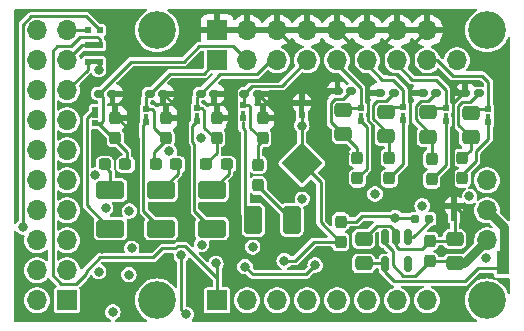
<source format=gbr>
%TF.GenerationSoftware,KiCad,Pcbnew,8.0.7*%
%TF.CreationDate,2024-12-23T20:58:06-05:00*%
%TF.ProjectId,tac5212_audio_board_single_ended,74616335-3231-4325-9f61-7564696f5f62,rev?*%
%TF.SameCoordinates,Original*%
%TF.FileFunction,Copper,L4,Bot*%
%TF.FilePolarity,Positive*%
%FSLAX46Y46*%
G04 Gerber Fmt 4.6, Leading zero omitted, Abs format (unit mm)*
G04 Created by KiCad (PCBNEW 8.0.7) date 2024-12-23 20:58:06*
%MOMM*%
%LPD*%
G01*
G04 APERTURE LIST*
G04 Aperture macros list*
%AMRoundRect*
0 Rectangle with rounded corners*
0 $1 Rounding radius*
0 $2 $3 $4 $5 $6 $7 $8 $9 X,Y pos of 4 corners*
0 Add a 4 corners polygon primitive as box body*
4,1,4,$2,$3,$4,$5,$6,$7,$8,$9,$2,$3,0*
0 Add four circle primitives for the rounded corners*
1,1,$1+$1,$2,$3*
1,1,$1+$1,$4,$5*
1,1,$1+$1,$6,$7*
1,1,$1+$1,$8,$9*
0 Add four rect primitives between the rounded corners*
20,1,$1+$1,$2,$3,$4,$5,0*
20,1,$1+$1,$4,$5,$6,$7,0*
20,1,$1+$1,$6,$7,$8,$9,0*
20,1,$1+$1,$8,$9,$2,$3,0*%
%AMRotRect*
0 Rectangle, with rotation*
0 The origin of the aperture is its center*
0 $1 length*
0 $2 width*
0 $3 Rotation angle, in degrees counterclockwise*
0 Add horizontal line*
21,1,$1,$2,0,0,$3*%
G04 Aperture macros list end*
%TA.AperFunction,EtchedComponent*%
%ADD10C,0.000000*%
%TD*%
%TA.AperFunction,ComponentPad*%
%ADD11R,1.700000X1.700000*%
%TD*%
%TA.AperFunction,ComponentPad*%
%ADD12O,1.700000X1.700000*%
%TD*%
%TA.AperFunction,ComponentPad*%
%ADD13C,3.200000*%
%TD*%
%TA.AperFunction,ComponentPad*%
%ADD14C,0.500000*%
%TD*%
%TA.AperFunction,SMDPad,CuDef*%
%ADD15RotRect,2.450000X2.450000X45.000000*%
%TD*%
%TA.AperFunction,SMDPad,CuDef*%
%ADD16RoundRect,0.250000X0.475000X-0.337500X0.475000X0.337500X-0.475000X0.337500X-0.475000X-0.337500X0*%
%TD*%
%TA.AperFunction,SMDPad,CuDef*%
%ADD17RoundRect,0.237500X-0.237500X0.300000X-0.237500X-0.300000X0.237500X-0.300000X0.237500X0.300000X0*%
%TD*%
%TA.AperFunction,SMDPad,CuDef*%
%ADD18R,0.500000X0.500000*%
%TD*%
%TA.AperFunction,SMDPad,CuDef*%
%ADD19R,0.450000X0.750000*%
%TD*%
%TA.AperFunction,ComponentPad*%
%ADD20R,0.500000X0.500000*%
%TD*%
%TA.AperFunction,SMDPad,CuDef*%
%ADD21RoundRect,0.160000X0.222500X0.160000X-0.222500X0.160000X-0.222500X-0.160000X0.222500X-0.160000X0*%
%TD*%
%TA.AperFunction,SMDPad,CuDef*%
%ADD22RoundRect,0.237500X-0.287500X-0.237500X0.287500X-0.237500X0.287500X0.237500X-0.287500X0.237500X0*%
%TD*%
%TA.AperFunction,SMDPad,CuDef*%
%ADD23RoundRect,0.237500X0.237500X-0.300000X0.237500X0.300000X-0.237500X0.300000X-0.237500X-0.300000X0*%
%TD*%
%TA.AperFunction,SMDPad,CuDef*%
%ADD24R,0.508000X0.500000*%
%TD*%
%TA.AperFunction,SMDPad,CuDef*%
%ADD25R,0.508000X0.508000*%
%TD*%
%TA.AperFunction,SMDPad,CuDef*%
%ADD26RoundRect,0.250001X0.924999X-0.499999X0.924999X0.499999X-0.924999X0.499999X-0.924999X-0.499999X0*%
%TD*%
%TA.AperFunction,SMDPad,CuDef*%
%ADD27R,1.000000X1.100000*%
%TD*%
%TA.AperFunction,SMDPad,CuDef*%
%ADD28R,0.500000X0.508000*%
%TD*%
%TA.AperFunction,SMDPad,CuDef*%
%ADD29RoundRect,0.250001X-0.499999X-0.924999X0.499999X-0.924999X0.499999X0.924999X-0.499999X0.924999X0*%
%TD*%
%TA.AperFunction,SMDPad,CuDef*%
%ADD30RoundRect,0.237500X0.287500X0.237500X-0.287500X0.237500X-0.287500X-0.237500X0.287500X-0.237500X0*%
%TD*%
%TA.AperFunction,SMDPad,CuDef*%
%ADD31RoundRect,0.160000X-0.222500X-0.160000X0.222500X-0.160000X0.222500X0.160000X-0.222500X0.160000X0*%
%TD*%
%TA.AperFunction,SMDPad,CuDef*%
%ADD32RoundRect,0.250000X-0.475000X0.337500X-0.475000X-0.337500X0.475000X-0.337500X0.475000X0.337500X0*%
%TD*%
%TA.AperFunction,SMDPad,CuDef*%
%ADD33RoundRect,0.150000X-0.150000X0.512500X-0.150000X-0.512500X0.150000X-0.512500X0.150000X0.512500X0*%
%TD*%
%TA.AperFunction,SMDPad,CuDef*%
%ADD34RoundRect,0.160000X-0.197500X-0.160000X0.197500X-0.160000X0.197500X0.160000X-0.197500X0.160000X0*%
%TD*%
%TA.AperFunction,SMDPad,CuDef*%
%ADD35RoundRect,0.237500X-0.237500X0.287500X-0.237500X-0.287500X0.237500X-0.287500X0.237500X0.287500X0*%
%TD*%
%TA.AperFunction,SMDPad,CuDef*%
%ADD36R,0.475000X0.675000*%
%TD*%
%TA.AperFunction,ViaPad*%
%ADD37C,0.800000*%
%TD*%
%TA.AperFunction,Conductor*%
%ADD38C,0.250000*%
%TD*%
%TA.AperFunction,Conductor*%
%ADD39C,0.750000*%
%TD*%
G04 APERTURE END LIST*
%TA.AperFunction,EtchedComponent*%
%TO.C,GND108*%
G36*
X108971000Y-106104000D02*
G01*
X109429000Y-106104000D01*
X109429000Y-106679000D01*
X108971000Y-106679000D01*
X108971000Y-106104000D01*
G37*
%TD.AperFunction*%
D10*
%TA.AperFunction,EtchedComponent*%
%TO.C,3V108*%
G36*
X126400000Y-119675000D02*
G01*
X126000000Y-119675000D01*
X126000000Y-119125000D01*
X126400000Y-119125000D01*
X126400000Y-119675000D01*
G37*
%TD.AperFunction*%
%TA.AperFunction,EtchedComponent*%
%TO.C,SDA108*%
G36*
X91321000Y-102629000D02*
G01*
X91896000Y-102629000D01*
X91896000Y-102171000D01*
X91321000Y-102171000D01*
X91321000Y-102629000D01*
G37*
%TD.AperFunction*%
%TA.AperFunction,EtchedComponent*%
%TO.C,SCL108*%
G36*
X91321000Y-101229000D02*
G01*
X91896000Y-101229000D01*
X91896000Y-100771000D01*
X91321000Y-100771000D01*
X91321000Y-101229000D01*
G37*
%TD.AperFunction*%
%TA.AperFunction,EtchedComponent*%
%TO.C,G119*%
G36*
X122329000Y-115379000D02*
G01*
X121871000Y-115379000D01*
X121871000Y-114804000D01*
X122329000Y-114804000D01*
X122329000Y-115379000D01*
G37*
%TD.AperFunction*%
%TD*%
D11*
%TO.P,board_outline108,1,HELD_HIGH*%
%TO.N,EN_HELD_HIGH*%
X89337500Y-122600000D03*
D12*
%TO.P,board_outline108,2,HELD_LOW*%
%TO.N,unconnected-(board_outline108-HELD_LOW-Pad2)*%
X86797500Y-122600000D03*
%TO.P,board_outline108,3,5V*%
%TO.N,Net-(5V108-B)*%
X89337500Y-120060000D03*
%TO.P,board_outline108,4,GNDD*%
%TO.N,GNDD*%
X86797500Y-120060000D03*
%TO.P,board_outline108,5,12V*%
%TO.N,unconnected-(board_outline108-12V-Pad5)*%
X89337500Y-117520000D03*
%TO.P,board_outline108,6,GNDD*%
%TO.N,GNDD*%
X86797500Y-117520000D03*
%TO.P,board_outline108,7,DSP_DOUT*%
%TO.N,5212_DOUT1+*%
X89337500Y-114980000D03*
%TO.P,board_outline108,8,GNDD*%
%TO.N,GNDD*%
X86797500Y-114980000D03*
%TO.P,board_outline108,9,DSP_DIN*%
%TO.N,5212_DIN1*%
X89337500Y-112440000D03*
%TO.P,board_outline108,10,GNDD*%
%TO.N,GNDD*%
X86797500Y-112440000D03*
%TO.P,board_outline108,11,BCLK*%
%TO.N,5212_BCLK1*%
X89337500Y-109900000D03*
%TO.P,board_outline108,12,GNDD*%
%TO.N,GNDD*%
X86797500Y-109900000D03*
%TO.P,board_outline108,13,LRCK*%
%TO.N,5212_LRCK1*%
X89337500Y-107360000D03*
%TO.P,board_outline108,14,GNDD*%
%TO.N,GNDD*%
X86797500Y-107360000D03*
%TO.P,board_outline108,15,SDA*%
%TO.N,DSP_SDA*%
X89337500Y-104820000D03*
%TO.P,board_outline108,16,GNDD*%
%TO.N,GNDD*%
X86797500Y-104820000D03*
%TO.P,board_outline108,17,SCL*%
%TO.N,DSP_SCL*%
X89337500Y-102280000D03*
%TO.P,board_outline108,18,GNDD*%
%TO.N,GNDD*%
X86797500Y-102280000D03*
%TO.P,board_outline108,19,MCLK*%
%TO.N,5212_MCLK1*%
X89337500Y-99740000D03*
%TO.P,board_outline108,20,GNDD*%
%TO.N,GNDD*%
X86797500Y-99740000D03*
D11*
%TO.P,board_outline108,21,OUTP*%
%TO.N,OUT1P+*%
X102047500Y-102285000D03*
%TO.P,board_outline108,22,AGND*%
%TO.N,Earth*%
X102047500Y-99745000D03*
D12*
%TO.P,board_outline108,23,OUT1M*%
%TO.N,OUT1M+*%
X104587500Y-102285000D03*
%TO.P,board_outline108,24,AGND*%
%TO.N,Earth*%
X104587500Y-99745000D03*
%TO.P,board_outline108,25,OUT2P*%
%TO.N,OUT2P+*%
X107127500Y-102285000D03*
%TO.P,board_outline108,26,AGND*%
%TO.N,Earth*%
X107127500Y-99745000D03*
%TO.P,board_outline108,27,OUT2M*%
%TO.N,OUT2M+*%
X109667500Y-102285000D03*
%TO.P,board_outline108,28,AGND*%
%TO.N,Earth*%
X109667500Y-99745000D03*
%TO.P,board_outline108,29,IN1P*%
%TO.N,IN1P+*%
X112207500Y-102285000D03*
%TO.P,board_outline108,30,AGND*%
%TO.N,Earth*%
X112207500Y-99745000D03*
%TO.P,board_outline108,31,IN1M*%
%TO.N,IN1M+*%
X114747500Y-102285000D03*
%TO.P,board_outline108,32,AGND*%
%TO.N,Earth*%
X114747500Y-99745000D03*
%TO.P,board_outline108,33,IN2P*%
%TO.N,IN2P+*%
X117287500Y-102285000D03*
%TO.P,board_outline108,34,AGND*%
%TO.N,Earth*%
X117287500Y-99745000D03*
%TO.P,board_outline108,35,IN2M*%
%TO.N,IN2M+*%
X119827500Y-102285000D03*
%TO.P,board_outline108,36,AGND*%
%TO.N,Earth*%
X119827500Y-99745000D03*
D11*
%TO.P,board_outline108,37,SCL*%
%TO.N,5212_SCL*%
X102047500Y-122605000D03*
D12*
%TO.P,board_outline108,38,SDA*%
%TO.N,5212_SDA*%
X104587500Y-122605000D03*
%TO.P,board_outline108,39,GNDD*%
%TO.N,GNDD*%
X107127500Y-122605000D03*
%TO.P,board_outline108,40,GPIO1*%
%TO.N,GPIO1*%
X109667500Y-122605000D03*
%TO.P,board_outline108,41,GPIO2*%
%TO.N,GPIO2*%
X112207500Y-122605000D03*
%TO.P,board_outline108,42,GPO1*%
%TO.N,GPO1*%
X114747500Y-122605000D03*
%TO.P,board_outline108,43,GPI1*%
%TO.N,GPI1*%
X117287500Y-122605000D03*
%TO.P,board_outline108,44,GNDD*%
%TO.N,GNDD*%
X119827500Y-122605000D03*
%TO.P,board_outline108,45,5V*%
%TO.N,5V*%
X124892500Y-117525000D03*
%TO.P,board_outline108,46,3.3V*%
%TO.N,3.3V_LDO*%
X124892500Y-114985000D03*
%TO.P,board_outline108,47,GNDD*%
%TO.N,GNDD*%
X124892500Y-112445000D03*
%TO.P,board_outline108,48,MIC_BIAS*%
%TO.N,MICBIAS*%
X122352500Y-102285000D03*
D13*
%TO.P,board_outline108,49,AGND*%
%TO.N,Net-(E108-B)*%
X96952500Y-99745000D03*
%TO.P,board_outline108,50,AGND*%
%TO.N,Net-(E109-B)*%
X124892500Y-99745000D03*
%TO.P,board_outline108,51,DGND*%
%TO.N,Net-(G117-A)*%
X96952500Y-122605000D03*
%TO.P,board_outline108,52,DGND*%
%TO.N,Net-(G118-A)*%
X124892500Y-122605000D03*
%TD*%
D14*
%TO.P,G110,1,1*%
%TO.N,Earth*%
X117100000Y-114000000D03*
%TD*%
%TO.P,G109,1,1*%
%TO.N,Earth*%
X99200000Y-117200000D03*
%TD*%
%TO.P,G112,1,1*%
%TO.N,Earth*%
X118400000Y-114000000D03*
%TD*%
%TO.P,G111,1,1*%
%TO.N,Earth*%
X92300000Y-118400000D03*
%TD*%
%TO.P,G113,1,1*%
%TO.N,Earth*%
X102600000Y-118400000D03*
%TD*%
%TO.P,TAC5212,25,VSS*%
%TO.N,GNDD*%
X108705025Y-111494975D03*
X108705025Y-110505025D03*
X109200000Y-111000000D03*
D15*
X109200000Y-111000000D03*
D14*
X109694975Y-111494975D03*
X109694975Y-110505025D03*
%TD*%
%TO.P,G115,1,1*%
%TO.N,Earth*%
X103200000Y-119300000D03*
%TD*%
%TO.P,G114,1,1*%
%TO.N,Earth*%
X123000000Y-115600000D03*
%TD*%
%TO.P,G116,1,1*%
%TO.N,Earth*%
X125900000Y-110200000D03*
%TD*%
%TO.P,G108,1,1*%
%TO.N,Earth*%
X115800000Y-114500000D03*
%TD*%
D16*
%TO.P,T\u002AC108,1*%
%TO.N,5V*%
X122134314Y-119475000D03*
%TO.P,T\u002AC108,2*%
%TO.N,Net-(G119-A)*%
X122134314Y-117400000D03*
%TD*%
D17*
%TO.P,C127,1*%
%TO.N,Net-(C127-Pad1)*%
X113900000Y-110537500D03*
%TO.P,C127,2*%
%TO.N,IN1P*%
X113900000Y-112262500D03*
%TD*%
D18*
%TO.P,OP2,1,1*%
%TO.N,OUT2P+*%
X100300000Y-106325000D03*
D19*
%TO.P,OP2,2,2*%
%TO.N,OUT2P*%
X100300000Y-107100000D03*
D20*
X100300000Y-107425000D03*
%TD*%
D21*
%TO.P,D111,1,K*%
%TO.N,OUT2M+*%
X104327500Y-105100000D03*
%TO.P,D111,2,K*%
%TO.N,Earth*%
X105472500Y-105100000D03*
%TD*%
D22*
%TO.P,R108,1*%
%TO.N,OUT1P+*%
X96825000Y-111100000D03*
%TO.P,R108,2*%
%TO.N,Net-(C110-Pad2)*%
X98575000Y-111100000D03*
%TD*%
D18*
%TO.P,INP2,1,1*%
%TO.N,IN2P+*%
X121400000Y-106335000D03*
D19*
%TO.P,INP2,2,2*%
%TO.N,IN2P*%
X121400000Y-107110000D03*
D20*
X121400000Y-107435000D03*
%TD*%
D23*
%TO.P,T\u002AC109,1*%
%TO.N,5V*%
X120034314Y-119300000D03*
%TO.P,T\u002AC109,2*%
%TO.N,Net-(G119-A)*%
X120034314Y-117575000D03*
%TD*%
D17*
%TO.P,C124,1*%
%TO.N,Net-(C124-Pad1)*%
X122800000Y-110537500D03*
%TO.P,C124,2*%
%TO.N,IN2M*%
X122800000Y-112262500D03*
%TD*%
D24*
%TO.P,GND108,1,A*%
%TO.N,GNDD*%
X109200000Y-106904000D03*
D25*
%TO.P,GND108,2,B*%
%TO.N,Earth*%
X109200000Y-105900000D03*
%TD*%
D17*
%TO.P,C125,1*%
%TO.N,Net-(C125-Pad1)*%
X120200000Y-110637500D03*
%TO.P,C125,2*%
%TO.N,IN2P*%
X120200000Y-112362500D03*
%TD*%
D18*
%TO.P,INM2,1,1*%
%TO.N,IN2M+*%
X125000000Y-106382500D03*
D19*
%TO.P,INM2,2,2*%
%TO.N,IN2M*%
X125000000Y-107157500D03*
D20*
X125000000Y-107482500D03*
%TD*%
D26*
%TO.P,C114,1*%
%TO.N,OUT1M*%
X93000000Y-116525000D03*
%TO.P,C114,2*%
%TO.N,Net-(C114-Pad2)*%
X93000000Y-113275000D03*
%TD*%
D16*
%TO.P,T\u002AC110,1*%
%TO.N,3.3V_A*%
X114434314Y-119475000D03*
%TO.P,T\u002AC110,2*%
%TO.N,Net-(G119-A)*%
X114434314Y-117400000D03*
%TD*%
D18*
%TO.P,OM2,1,1*%
%TO.N,OUT2M+*%
X104200000Y-106100000D03*
D19*
%TO.P,OM2,2,2*%
%TO.N,OUT2M*%
X104200000Y-106875000D03*
D20*
X104200000Y-107200000D03*
%TD*%
D27*
%TO.P,3V108,1,A*%
%TO.N,3.3V_A*%
X126200000Y-119904000D03*
%TO.P,3V108,2,B*%
%TO.N,3.3V_LDO*%
X126200000Y-118900000D03*
%TD*%
D28*
%TO.P,SDA108,1,A*%
%TO.N,DSP_SDA*%
X91096000Y-102400000D03*
D25*
%TO.P,SDA108,2,B*%
%TO.N,5212_SDA*%
X92100000Y-102400000D03*
%TD*%
%TO.P,MCLK108,1,1*%
%TO.N,5212_MCLK1*%
X91100000Y-99700000D03*
%TO.P,MCLK108,2,2*%
%TO.N,GPI1*%
X92100000Y-99700000D03*
%TD*%
D29*
%TO.P,C122,1*%
%TO.N,OUT2M*%
X105100001Y-115800000D03*
%TO.P,C122,2*%
%TO.N,Net-(C122-Pad2)*%
X108350001Y-115800000D03*
%TD*%
D28*
%TO.P,SCL108,1,A*%
%TO.N,DSP_SCL*%
X91096000Y-101000000D03*
D25*
%TO.P,SCL108,2,B*%
%TO.N,5212_SCL*%
X92100000Y-101000000D03*
%TD*%
D30*
%TO.P,R109,1*%
%TO.N,OUT1M+*%
X94275000Y-111100000D03*
%TO.P,R109,2*%
%TO.N,Net-(C114-Pad2)*%
X92525000Y-111100000D03*
%TD*%
D31*
%TO.P,D113,1,K*%
%TO.N,Net-(C125-Pad1)*%
X120572500Y-105035000D03*
%TO.P,D113,2,K*%
%TO.N,Earth*%
X119427500Y-105035000D03*
%TD*%
D32*
%TO.P,FB110,1*%
%TO.N,IN1M+*%
X116300000Y-106625000D03*
%TO.P,FB110,2*%
%TO.N,Net-(C126-Pad1)*%
X116300000Y-108700000D03*
%TD*%
%TO.P,FB111,1*%
%TO.N,IN1P+*%
X112700000Y-106462500D03*
%TO.P,FB111,2*%
%TO.N,Net-(C127-Pad1)*%
X112700000Y-108537500D03*
%TD*%
D22*
%TO.P,R111,1*%
%TO.N,OUT2P+*%
X101125000Y-111100000D03*
%TO.P,R111,2*%
%TO.N,Net-(C120-Pad2)*%
X102875000Y-111100000D03*
%TD*%
D31*
%TO.P,D112,1,K*%
%TO.N,Net-(C124-Pad1)*%
X124172500Y-105082500D03*
%TO.P,D112,2,K*%
%TO.N,Earth*%
X123027500Y-105082500D03*
%TD*%
D23*
%TO.P,C123,1*%
%TO.N,OUT2M+*%
X105900000Y-108862500D03*
%TO.P,C123,2*%
%TO.N,Earth*%
X105900000Y-107137500D03*
%TD*%
D33*
%TO.P,U109,1,IN*%
%TO.N,5V*%
X116261814Y-117277500D03*
%TO.P,U109,2,GND*%
%TO.N,Net-(G119-A)*%
X117211814Y-117277500D03*
%TO.P,U109,3,EN*%
%TO.N,Net-(U109-EN)*%
X118161814Y-117277500D03*
%TO.P,U109,4,NC*%
%TO.N,unconnected-(U109-NC-Pad4)*%
X118161814Y-119552500D03*
%TO.P,U109,5,OUT*%
%TO.N,3.3V_A*%
X116261814Y-119552500D03*
%TD*%
D21*
%TO.P,D108,1,K*%
%TO.N,OUT1P+*%
X96327500Y-105100000D03*
%TO.P,D108,2,K*%
%TO.N,Earth*%
X97472500Y-105100000D03*
%TD*%
D23*
%TO.P,C113,1*%
%TO.N,OUT1P+*%
X97700000Y-108862500D03*
%TO.P,C113,2*%
%TO.N,Earth*%
X97700000Y-107137500D03*
%TD*%
D17*
%TO.P,C126,1*%
%TO.N,Net-(C126-Pad1)*%
X116600000Y-110537500D03*
%TO.P,C126,2*%
%TO.N,IN1M*%
X116600000Y-112262500D03*
%TD*%
D21*
%TO.P,D110,1,K*%
%TO.N,OUT2P+*%
X100627500Y-105100000D03*
%TO.P,D110,2,K*%
%TO.N,Earth*%
X101772500Y-105100000D03*
%TD*%
D26*
%TO.P,C110,1*%
%TO.N,OUT1P*%
X97300000Y-116525000D03*
%TO.P,C110,2*%
%TO.N,Net-(C110-Pad2)*%
X97300000Y-113275000D03*
%TD*%
D21*
%TO.P,D109,1,K*%
%TO.N,OUT1M+*%
X92027500Y-105100000D03*
%TO.P,D109,2,K*%
%TO.N,Earth*%
X93172500Y-105100000D03*
%TD*%
D34*
%TO.P,R127,1*%
%TO.N,EN_HELD_HIGH*%
X118802500Y-115700000D03*
%TO.P,R127,2*%
%TO.N,Net-(U109-EN)*%
X119997500Y-115700000D03*
%TD*%
D23*
%TO.P,C121,1*%
%TO.N,OUT2P+*%
X102000000Y-108862500D03*
%TO.P,C121,2*%
%TO.N,Earth*%
X102000000Y-107137500D03*
%TD*%
D26*
%TO.P,C120,1*%
%TO.N,OUT2P*%
X101600000Y-116525000D03*
%TO.P,C120,2*%
%TO.N,Net-(C120-Pad2)*%
X101600000Y-113275000D03*
%TD*%
D31*
%TO.P,D114,1,K*%
%TO.N,Net-(C126-Pad1)*%
X116972500Y-105035000D03*
%TO.P,D114,2,K*%
%TO.N,Earth*%
X115827500Y-105035000D03*
%TD*%
D18*
%TO.P,OP1,1,1*%
%TO.N,OUT1P+*%
X96000000Y-106400000D03*
D19*
%TO.P,OP1,2,2*%
%TO.N,OUT1P*%
X96000000Y-107175000D03*
D20*
X96000000Y-107500000D03*
%TD*%
D35*
%TO.P,R116,1*%
%TO.N,OUT2M+*%
X105500000Y-111125000D03*
%TO.P,R116,2*%
%TO.N,Net-(C122-Pad2)*%
X105500000Y-112875000D03*
%TD*%
D18*
%TO.P,INM1,1,1*%
%TO.N,IN1M+*%
X117800000Y-106262500D03*
D19*
%TO.P,INM1,2,2*%
%TO.N,IN1M*%
X117800000Y-107037500D03*
D20*
X117800000Y-107362500D03*
%TD*%
D32*
%TO.P,FB109,1*%
%TO.N,IN2P+*%
X119900000Y-106697500D03*
%TO.P,FB109,2*%
%TO.N,Net-(C125-Pad1)*%
X119900000Y-108772500D03*
%TD*%
D24*
%TO.P,G119,1,A*%
%TO.N,Net-(G119-A)*%
X122100000Y-115604000D03*
D25*
%TO.P,G119,2,B*%
%TO.N,Earth*%
X122100000Y-114600000D03*
%TD*%
D32*
%TO.P,FB108,1*%
%TO.N,IN2M+*%
X123500000Y-106735000D03*
%TO.P,FB108,2*%
%TO.N,Net-(C124-Pad1)*%
X123500000Y-108810000D03*
%TD*%
D31*
%TO.P,D115,1,K*%
%TO.N,Net-(C127-Pad1)*%
X113372500Y-104900000D03*
%TO.P,D115,2,K*%
%TO.N,Earth*%
X112227500Y-104900000D03*
%TD*%
D17*
%TO.P,C129,1*%
%TO.N,EN_HELD_HIGH*%
X112500000Y-115937499D03*
%TO.P,C129,2*%
%TO.N,GNDD*%
X112500000Y-117662501D03*
%TD*%
D18*
%TO.P,OM1,1,1*%
%TO.N,OUT1M+*%
X91700000Y-107600000D03*
D36*
%TO.P,OM1,2,2*%
%TO.N,OUT1M*%
X91700000Y-106812500D03*
D20*
X91700000Y-106500000D03*
%TD*%
D23*
%TO.P,C117,1*%
%TO.N,OUT1M+*%
X93400000Y-108862500D03*
%TO.P,C117,2*%
%TO.N,Earth*%
X93400000Y-107137500D03*
%TD*%
D18*
%TO.P,INP1,1,1*%
%TO.N,IN1P+*%
X114200000Y-106325000D03*
D19*
%TO.P,INP1,2,2*%
%TO.N,IN1P*%
X114200000Y-107100000D03*
D20*
X114200000Y-107425000D03*
%TD*%
D37*
%TO.N,GNDD*%
X92600000Y-114800000D03*
X99400000Y-123800000D03*
X91719599Y-111998440D03*
X119400000Y-114600000D03*
X109200000Y-107800000D03*
X107711709Y-119246986D03*
X94800000Y-118200000D03*
X109250000Y-113985355D03*
X98000000Y-110000000D03*
X99000000Y-118800000D03*
X115400000Y-113600000D03*
X124800000Y-119000000D03*
X123400000Y-113800000D03*
X100718700Y-117875000D03*
X93200000Y-123600000D03*
%TO.N,5V*%
X94569964Y-120430000D03*
%TO.N,Earth*%
X94600000Y-105800000D03*
X94400000Y-101000000D03*
X91800000Y-123600000D03*
X103224739Y-107762663D03*
X126400000Y-113600000D03*
X112825000Y-110225000D03*
X96200000Y-103200000D03*
X94400000Y-98400000D03*
X108200000Y-105200000D03*
X111200000Y-104200000D03*
X124064601Y-102335399D03*
%TO.N,EN_HELD_HIGH*%
X117100000Y-115600000D03*
%TO.N,5212_SCL*%
X101934085Y-119475000D03*
%TO.N,5212_SDA*%
X92004802Y-120161926D03*
X92007954Y-103082209D03*
%TO.N,3.3V_LDO*%
X100675000Y-108873986D03*
X94600000Y-115050000D03*
X105050000Y-118075008D03*
%TO.N,GPI1*%
X85600000Y-116400000D03*
%TO.N,Net-(PU_EN108-Pad1)*%
X110338844Y-119622742D03*
X104393867Y-119750361D03*
%TD*%
D38*
%TO.N,Earth*%
X106950000Y-106577500D02*
X105472500Y-105100000D01*
X108985355Y-113260355D02*
X106950000Y-111225000D01*
X109550305Y-113260355D02*
X108985355Y-113260355D01*
X109975000Y-113685050D02*
X109550305Y-113260355D01*
X109975000Y-116420101D02*
X109975000Y-113685050D01*
X103200000Y-119300000D02*
X103200000Y-118753966D01*
X106950000Y-111225000D02*
X106950000Y-106577500D01*
X104653966Y-117300000D02*
X109095101Y-117300000D01*
X103200000Y-118753966D02*
X104653966Y-117300000D01*
X109095101Y-117300000D02*
X109975000Y-116420101D01*
%TO.N,Net-(PU_EN108-Pad1)*%
X105043506Y-120400000D02*
X104393867Y-119750361D01*
X109561586Y-120400000D02*
X105043506Y-120400000D01*
X110338844Y-119622742D02*
X109561586Y-120400000D01*
%TO.N,5212_SCL*%
X102047500Y-119588415D02*
X101934085Y-119475000D01*
X102047500Y-122605000D02*
X102047500Y-119588415D01*
%TO.N,GNDD*%
X99000000Y-118800000D02*
X99000000Y-123400000D01*
X109200000Y-111000000D02*
X110800000Y-112600000D01*
X109200000Y-107800000D02*
X109200000Y-106904000D01*
X109200000Y-107804000D02*
X109200000Y-109515076D01*
X110800000Y-112600000D02*
X110800000Y-116000000D01*
X112462501Y-117662501D02*
X112500000Y-117662501D01*
X110800000Y-116000000D02*
X112462501Y-117662501D01*
X99000000Y-123400000D02*
X99400000Y-123800000D01*
%TO.N,5V*%
X116900000Y-119629094D02*
X116900000Y-118400000D01*
X117810906Y-120540000D02*
X116900000Y-119629094D01*
X116900000Y-118400000D02*
X116261814Y-117761814D01*
X120034314Y-119300000D02*
X121959314Y-119300000D01*
D39*
X122134314Y-119475000D02*
X122942500Y-119475000D01*
X122942500Y-119475000D02*
X124892500Y-117525000D01*
D38*
X120034314Y-119300000D02*
X118794314Y-120540000D01*
X121959314Y-119300000D02*
X122134314Y-119475000D01*
X118794314Y-120540000D02*
X117810906Y-120540000D01*
X116261814Y-117761814D02*
X116261814Y-117277500D01*
%TO.N,Earth*%
X124064601Y-102335400D02*
X124064601Y-102335399D01*
X114260799Y-104060799D02*
X114260799Y-103460000D01*
X99625000Y-109556398D02*
X99450000Y-109381398D01*
X103925000Y-108605000D02*
X103620000Y-108300000D01*
X115200000Y-107793996D02*
X114800000Y-107393996D01*
X114800000Y-107393996D02*
X114800000Y-104600000D01*
X116112500Y-100920000D02*
X117287500Y-99745000D01*
X119340799Y-103460000D02*
X118652500Y-102771701D01*
X125900000Y-110200000D02*
X125900000Y-104170799D01*
X103620000Y-104734672D02*
X104354672Y-104000000D01*
X121474201Y-99745000D02*
X119827500Y-99745000D01*
X122000000Y-105900000D02*
X122817500Y-105082500D01*
X90512500Y-105351430D02*
X92003681Y-103860249D01*
X117100000Y-114000000D02*
X116900000Y-114000000D01*
X114797924Y-114500000D02*
X112900000Y-112602076D01*
X104354672Y-104000000D02*
X107074201Y-104000000D01*
X118400000Y-114000000D02*
X118400000Y-112525000D01*
X111700000Y-104900000D02*
X112227500Y-104900000D01*
X118652500Y-100920000D02*
X119827500Y-99745000D01*
X112900000Y-110370100D02*
X111200000Y-108670100D01*
X116900000Y-114000000D02*
X115200000Y-112300000D01*
X116560000Y-103460000D02*
X116112500Y-103012500D01*
X103620000Y-108157924D02*
X103224739Y-107762663D01*
X108302500Y-100920000D02*
X107127500Y-99745000D01*
X108302500Y-102771701D02*
X108302500Y-100920000D01*
X125900000Y-104170799D02*
X124064601Y-102335400D01*
X113572500Y-101110000D02*
X112207500Y-99745000D01*
X123000000Y-115600000D02*
X123000000Y-115479000D01*
X98613604Y-101670000D02*
X100538604Y-99745000D01*
X122000000Y-114479000D02*
X122000000Y-105900000D01*
X118375000Y-112500000D02*
X118375000Y-104675000D01*
X115200000Y-112300000D02*
X115200000Y-107793996D01*
X122582500Y-105082500D02*
X120960000Y-103460000D01*
X90512500Y-116612500D02*
X90512500Y-105351430D01*
X112900000Y-112602076D02*
X112900000Y-110370100D01*
X123000000Y-115479000D02*
X122000000Y-114479000D01*
X95325000Y-116445100D02*
X95325000Y-108887500D01*
X102000000Y-107350000D02*
X102000000Y-106962500D01*
X118652500Y-102771701D02*
X118652500Y-100920000D01*
X95325000Y-108887500D02*
X93400000Y-106962500D01*
X107074201Y-104000000D02*
X108302500Y-102771701D01*
X111200000Y-105400000D02*
X111700000Y-104900000D01*
X115800000Y-114500000D02*
X114797924Y-114500000D01*
X99625000Y-116775000D02*
X99625000Y-109556398D01*
X122817500Y-105082500D02*
X123027500Y-105082500D01*
X118400000Y-112525000D02*
X118375000Y-112500000D01*
X103620000Y-108300000D02*
X103620000Y-104734672D01*
X93370100Y-118400000D02*
X95325000Y-116445100D01*
X92300000Y-118400000D02*
X93370100Y-118400000D01*
X92325930Y-103860249D02*
X94516179Y-101670000D01*
X114260799Y-103460000D02*
X113572500Y-102771701D01*
X116112500Y-103012500D02*
X116112500Y-100920000D01*
X103925000Y-117075000D02*
X103925000Y-108605000D01*
X114800000Y-104600000D02*
X114260799Y-104060799D01*
X123027500Y-105082500D02*
X122582500Y-105082500D01*
X117160000Y-103460000D02*
X116560000Y-103460000D01*
X92300000Y-118400000D02*
X90512500Y-116612500D01*
X113572500Y-102771701D02*
X113572500Y-101110000D01*
X99450000Y-109381398D02*
X99450000Y-107077500D01*
X99200000Y-117200000D02*
X99625000Y-116775000D01*
X92003681Y-103860249D02*
X92325930Y-103860249D01*
X99450000Y-107077500D02*
X97472500Y-105100000D01*
X100538604Y-99745000D02*
X102047500Y-99745000D01*
X103620000Y-108300000D02*
X103620000Y-108157924D01*
X111200000Y-108670100D02*
X111200000Y-105400000D01*
X102600000Y-118400000D02*
X103925000Y-117075000D01*
X124064600Y-102335399D02*
X121474201Y-99745000D01*
X94516179Y-101670000D02*
X98613604Y-101670000D01*
X120960000Y-103460000D02*
X119340799Y-103460000D01*
X124064601Y-102335399D02*
X124064600Y-102335399D01*
X118375000Y-104675000D02*
X117160000Y-103460000D01*
%TO.N,EN_HELD_HIGH*%
X113825002Y-115937499D02*
X112500000Y-115937499D01*
X117000000Y-115600000D02*
X116900000Y-115500000D01*
X117100000Y-115600000D02*
X118702500Y-115600000D01*
X116900000Y-115500000D02*
X114262501Y-115500000D01*
X117100000Y-115600000D02*
X117000000Y-115600000D01*
X114262501Y-115500000D02*
X113825002Y-115937499D01*
X117200000Y-115700000D02*
X117100000Y-115600000D01*
X118702500Y-115600000D02*
X118802500Y-115700000D01*
%TO.N,IN2P*%
X120200000Y-112362500D02*
X121400000Y-111162500D01*
X121400000Y-111162500D02*
X121400000Y-107435000D01*
%TO.N,IN1M*%
X116600000Y-112262500D02*
X117800000Y-111062500D01*
X117800000Y-111062500D02*
X117800000Y-107362500D01*
%TO.N,IN1P*%
X113900000Y-112262500D02*
X114700000Y-111462500D01*
X114700000Y-107930392D02*
X114200000Y-107430392D01*
X114200000Y-107430392D02*
X114200000Y-107425000D01*
X114700000Y-111462500D02*
X114700000Y-107930392D01*
%TO.N,Net-(C110-Pad2)*%
X98700000Y-111100000D02*
X98700000Y-111875000D01*
X98700000Y-111875000D02*
X97300000Y-113275000D01*
%TO.N,IN2M*%
X123950000Y-109992600D02*
X125000000Y-108942600D01*
X122800000Y-112262500D02*
X122800000Y-111977076D01*
X123950000Y-110827076D02*
X123950000Y-109992600D01*
X122800000Y-111977076D02*
X123950000Y-110827076D01*
X125000000Y-108942600D02*
X125000000Y-107482500D01*
%TO.N,OUT1P*%
X95775000Y-115000000D02*
X95775000Y-107725000D01*
X97300000Y-116525000D02*
X95775000Y-115000000D01*
X95775000Y-107725000D02*
X96000000Y-107500000D01*
%TO.N,Net-(C114-Pad2)*%
X93000000Y-113275000D02*
X93000000Y-111700000D01*
X93000000Y-111700000D02*
X92400000Y-111100000D01*
%TO.N,OUT1M*%
X90994599Y-114519599D02*
X93000000Y-116525000D01*
X90994599Y-107205401D02*
X90994599Y-114519599D01*
X91700000Y-106500000D02*
X90994599Y-107205401D01*
%TO.N,OUT2P*%
X100075000Y-115000000D02*
X100075000Y-109370002D01*
X99900000Y-107825000D02*
X100300000Y-107425000D01*
X99900000Y-109195002D02*
X99900000Y-107825000D01*
X101600000Y-116525000D02*
X100075000Y-115000000D01*
X100075000Y-109370002D02*
X99900000Y-109195002D01*
%TO.N,OUT2M*%
X104200000Y-108000000D02*
X104200000Y-107500000D01*
X105100001Y-115800000D02*
X104400000Y-115099999D01*
X104400000Y-115099999D02*
X104400000Y-108200000D01*
X104400000Y-108200000D02*
X104200000Y-108000000D01*
%TO.N,Net-(C120-Pad2)*%
X103000000Y-111875000D02*
X101600000Y-113275000D01*
X103000000Y-111100000D02*
X103000000Y-111875000D01*
%TO.N,Net-(C122-Pad2)*%
X105550001Y-113000000D02*
X108350001Y-115800000D01*
X105500000Y-113000000D02*
X105550001Y-113000000D01*
%TO.N,Net-(C124-Pad1)*%
X122450000Y-106152400D02*
X122779900Y-105822500D01*
X122779900Y-105822500D02*
X123432501Y-105822500D01*
X123500000Y-108810000D02*
X122450000Y-107760000D01*
X123432501Y-105822500D02*
X124172501Y-105082500D01*
X123500000Y-109837500D02*
X123500000Y-108810000D01*
X122450000Y-107760000D02*
X122450000Y-106152400D01*
X122800000Y-110537500D02*
X123500000Y-109837500D01*
%TO.N,Net-(C125-Pad1)*%
X119907501Y-105700000D02*
X120572501Y-105035000D01*
X119264900Y-105700000D02*
X119907501Y-105700000D01*
X118850000Y-106114900D02*
X119264900Y-105700000D01*
X120200000Y-110637500D02*
X120200000Y-109072500D01*
X120200000Y-109072500D02*
X119900000Y-108772500D01*
X118850000Y-107280100D02*
X118850000Y-106114900D01*
X119900000Y-108330100D02*
X118850000Y-107280100D01*
X119900000Y-108772500D02*
X119900000Y-108330100D01*
%TO.N,Net-(C126-Pad1)*%
X116300000Y-108700000D02*
X116300000Y-108257600D01*
X115250000Y-107207600D02*
X115250000Y-106042400D01*
X116600000Y-109000000D02*
X116300000Y-108700000D01*
X115250000Y-106042400D02*
X115592400Y-105700000D01*
X116600000Y-110537500D02*
X116600000Y-109000000D01*
X116307501Y-105700000D02*
X116972501Y-105035000D01*
X115592400Y-105700000D02*
X116307501Y-105700000D01*
X116300000Y-108257600D02*
X115250000Y-107207600D01*
%TO.N,5212_SCL*%
X97400000Y-118200000D02*
X96625000Y-118975000D01*
X96625000Y-118975000D02*
X92095711Y-118975000D01*
X98678984Y-118025000D02*
X98503984Y-118200000D01*
X99321016Y-118025000D02*
X98678984Y-118025000D01*
X88100000Y-101500000D02*
X88495000Y-101105000D01*
X88100000Y-120484201D02*
X88100000Y-101500000D01*
X102047500Y-122605000D02*
X102047500Y-120751484D01*
X89634201Y-101105000D02*
X90439201Y-100300000D01*
X92100000Y-100496000D02*
X92100000Y-101000000D01*
X90900000Y-120400000D02*
X90065000Y-121235000D01*
X90900000Y-120170711D02*
X90900000Y-120400000D01*
X92095711Y-118975000D02*
X90900000Y-120170711D01*
X90439201Y-100300000D02*
X91904000Y-100300000D01*
X98503984Y-118200000D02*
X97400000Y-118200000D01*
X88495000Y-101105000D02*
X89634201Y-101105000D01*
X90065000Y-121235000D02*
X88850799Y-121235000D01*
X102047500Y-120751484D02*
X99321016Y-118025000D01*
X88850799Y-121235000D02*
X88100000Y-120484201D01*
X91904000Y-100300000D02*
X92100000Y-100496000D01*
%TO.N,5212_SDA*%
X92100000Y-102400000D02*
X92100000Y-102990163D01*
X92100000Y-102990163D02*
X92007954Y-103082209D01*
D39*
%TO.N,3.3V_LDO*%
X126317500Y-116410000D02*
X124892500Y-114985000D01*
X126317500Y-118782501D02*
X126317500Y-116410000D01*
X126200000Y-118900001D02*
X126317500Y-118782501D01*
D38*
%TO.N,Net-(C127-Pad1)*%
X111650000Y-107487500D02*
X111650000Y-105879900D01*
X112727501Y-105545000D02*
X113372501Y-104900000D01*
X111984900Y-105545000D02*
X112727501Y-105545000D01*
X113900000Y-110537500D02*
X113900000Y-109737500D01*
X111650000Y-105879900D02*
X111984900Y-105545000D01*
X112700000Y-108537500D02*
X111650000Y-107487500D01*
X113900000Y-109737500D02*
X112700000Y-108537500D01*
%TO.N,5212_MCLK1*%
X89377500Y-99700000D02*
X89337500Y-99740000D01*
X91100000Y-99700000D02*
X89377500Y-99700000D01*
%TO.N,GPI1*%
X92100000Y-99700000D02*
X90965000Y-98565000D01*
X90965000Y-98565000D02*
X86310799Y-98565000D01*
X85600000Y-99275799D02*
X85600000Y-116400000D01*
X86310799Y-98565000D02*
X85600000Y-99275799D01*
%TO.N,Net-(G119-A)*%
X122134314Y-117400000D02*
X122134314Y-115638314D01*
X120034314Y-117575000D02*
X121959314Y-117575000D01*
X116693984Y-116290000D02*
X115544314Y-116290000D01*
X121959314Y-117575000D02*
X122134314Y-117400000D01*
X115544314Y-116290000D02*
X114434314Y-117400000D01*
X117465000Y-118265000D02*
X117211814Y-118011814D01*
X117211814Y-116807830D02*
X116693984Y-116290000D01*
X117211814Y-118011814D02*
X117211814Y-117277500D01*
X117211814Y-117277500D02*
X117211814Y-116807830D01*
X122134314Y-115638314D02*
X122100000Y-115604000D01*
X119344314Y-118265000D02*
X117465000Y-118265000D01*
X120034314Y-117575000D02*
X119344314Y-118265000D01*
%TO.N,DSP_SCL*%
X91096000Y-101000000D02*
X90617500Y-101000000D01*
X90617500Y-101000000D02*
X89337500Y-102280000D01*
%TO.N,DSP_SDA*%
X91096000Y-103061500D02*
X91096000Y-102400000D01*
X89337500Y-104820000D02*
X91096000Y-103061500D01*
%TO.N,OUT1M+*%
X91962500Y-107600000D02*
X93400000Y-109037500D01*
X94400000Y-110037500D02*
X93400000Y-109037500D01*
X92350000Y-107450000D02*
X92350000Y-105422500D01*
X104587500Y-102285000D02*
X103412500Y-101110000D01*
X99200000Y-102400000D02*
X94727500Y-102400000D01*
X103412500Y-101110000D02*
X100490000Y-101110000D01*
X91700000Y-107600000D02*
X92200000Y-107600000D01*
X94727500Y-102400000D02*
X92027500Y-105100000D01*
X91700000Y-107600000D02*
X91962500Y-107600000D01*
X92350000Y-105422500D02*
X92027500Y-105100000D01*
X92200000Y-107600000D02*
X92350000Y-107450000D01*
X100490000Y-101110000D02*
X99200000Y-102400000D01*
X94400000Y-111100000D02*
X94400000Y-110037500D01*
%TO.N,OUT2M+*%
X104327500Y-105100000D02*
X104972500Y-104455000D01*
X104850000Y-107987500D02*
X104850000Y-106250000D01*
X104327500Y-105972500D02*
X104200000Y-106100000D01*
X105500000Y-111000000D02*
X105500000Y-109437500D01*
X104972500Y-104455000D02*
X107497500Y-104455000D01*
X105900000Y-109037500D02*
X104850000Y-107987500D01*
X104700000Y-106100000D02*
X104200000Y-106100000D01*
X104327500Y-105100000D02*
X104327500Y-105972500D01*
X104850000Y-106250000D02*
X104700000Y-106100000D01*
X105500000Y-109437500D02*
X105900000Y-109037500D01*
X107497500Y-104455000D02*
X109667500Y-102285000D01*
%TO.N,OUT2P+*%
X100300000Y-105427500D02*
X100627500Y-105100000D01*
X100627500Y-105100000D02*
X102267500Y-103460000D01*
X102000000Y-109037500D02*
X100950000Y-107987500D01*
X100300000Y-106325000D02*
X100300000Y-105427500D01*
X102000000Y-110100000D02*
X101000000Y-111100000D01*
X100725000Y-106325000D02*
X100300000Y-106325000D01*
X102267500Y-103460000D02*
X105403276Y-103460000D01*
X105403276Y-103460000D02*
X106578276Y-102285000D01*
X106578276Y-102285000D02*
X107127500Y-102285000D01*
X100950000Y-106550000D02*
X100725000Y-106325000D01*
X100950000Y-107987500D02*
X100950000Y-106550000D01*
X102000000Y-109037500D02*
X102000000Y-110100000D01*
%TO.N,IN1M+*%
X115972500Y-103910000D02*
X114347500Y-102285000D01*
X116662500Y-106262500D02*
X117800000Y-106262500D01*
X116920328Y-103910000D02*
X115972500Y-103910000D01*
X117800000Y-106262500D02*
X117800000Y-104789672D01*
X116300000Y-106625000D02*
X116662500Y-106262500D01*
X117800000Y-104789672D02*
X116920328Y-103910000D01*
%TO.N,IN1P+*%
X114200000Y-106325000D02*
X114200000Y-104654671D01*
X114200000Y-104654671D02*
X111830329Y-102285000D01*
X112700000Y-106462500D02*
X112837500Y-106325000D01*
X112837500Y-106325000D02*
X114200000Y-106325000D01*
X112230329Y-102285000D02*
X112207500Y-102285000D01*
%TO.N,IN2P+*%
X120262500Y-106335000D02*
X121400000Y-106335000D01*
X121400000Y-104789672D02*
X120560328Y-103950000D01*
X118552500Y-103950000D02*
X116887500Y-102285000D01*
X120560328Y-103950000D02*
X118552500Y-103950000D01*
X119900000Y-106697500D02*
X120262500Y-106335000D01*
X121400000Y-106335000D02*
X121400000Y-104789672D01*
%TO.N,IN2M+*%
X120690799Y-102285000D02*
X122005799Y-103600000D01*
X124500000Y-103600000D02*
X125000000Y-104100000D01*
X123500000Y-106735000D02*
X123852500Y-106382500D01*
X123852500Y-106382500D02*
X125000000Y-106382500D01*
X125000000Y-104100000D02*
X125000000Y-106382500D01*
X119827500Y-102285000D02*
X120690799Y-102285000D01*
X122005799Y-103600000D02*
X124500000Y-103600000D01*
%TO.N,OUT1P+*%
X96327500Y-105100000D02*
X98027500Y-103400000D01*
X96500000Y-106400000D02*
X96000000Y-106400000D01*
X96650000Y-106550000D02*
X96500000Y-106400000D01*
X96700000Y-110037500D02*
X97700000Y-109037500D01*
X97700000Y-109037500D02*
X96650000Y-107987500D01*
X96650000Y-107987500D02*
X96650000Y-106550000D01*
X96000000Y-105427500D02*
X96327500Y-105100000D01*
X100932500Y-103400000D02*
X102047500Y-102285000D01*
X96000000Y-106400000D02*
X96000000Y-105427500D01*
X98027500Y-103400000D02*
X100932500Y-103400000D01*
X96700000Y-111100000D02*
X96700000Y-110037500D01*
%TO.N,3.3V_A*%
X114434314Y-119475000D02*
X116184314Y-119475000D01*
X123010000Y-120990000D02*
X124096000Y-119904000D01*
X116261814Y-119552500D02*
X116261814Y-120214999D01*
X124096000Y-119904000D02*
X126200000Y-119904000D01*
X116261814Y-120214999D02*
X117036815Y-120990000D01*
X117036815Y-120990000D02*
X123010000Y-120990000D01*
X116184314Y-119475000D02*
X116261814Y-119552500D01*
%TO.N,Net-(U109-EN)*%
X118622499Y-117277500D02*
X120199999Y-115700000D01*
X118161814Y-117277500D02*
X118622499Y-117277500D01*
%TO.N,GNDD*%
X107711709Y-119246986D02*
X108653014Y-119246986D01*
X110237499Y-117662501D02*
X112500000Y-117662501D01*
X108653014Y-119246986D02*
X110237499Y-117662501D01*
%TD*%
%TA.AperFunction,Conductor*%
%TO.N,Earth*%
G36*
X85011593Y-116691158D02*
G01*
X85019161Y-116703342D01*
X85019778Y-116704519D01*
X85019780Y-116704523D01*
X85021657Y-116707242D01*
X85109515Y-116834528D01*
X85109516Y-116834529D01*
X85109517Y-116834530D01*
X85227760Y-116939283D01*
X85367635Y-117012696D01*
X85521015Y-117050500D01*
X85521018Y-117050500D01*
X85655809Y-117050500D01*
X85714000Y-117069407D01*
X85749964Y-117118907D01*
X85751029Y-117176590D01*
X85711103Y-117316917D01*
X85692285Y-117520000D01*
X85711103Y-117723083D01*
X85766918Y-117919250D01*
X85857827Y-118101821D01*
X85980736Y-118264579D01*
X86131459Y-118401981D01*
X86304863Y-118509348D01*
X86495044Y-118583024D01*
X86695524Y-118620500D01*
X86899476Y-118620500D01*
X87099956Y-118583024D01*
X87290137Y-118509348D01*
X87463541Y-118401981D01*
X87558807Y-118315134D01*
X87614545Y-118289906D01*
X87674471Y-118302258D01*
X87715691Y-118347475D01*
X87724500Y-118388298D01*
X87724500Y-119191701D01*
X87705593Y-119249892D01*
X87656093Y-119285856D01*
X87594907Y-119285856D01*
X87558804Y-119264863D01*
X87463541Y-119178019D01*
X87290137Y-119070652D01*
X87099956Y-118996976D01*
X87099955Y-118996975D01*
X87099953Y-118996975D01*
X86899476Y-118959500D01*
X86695524Y-118959500D01*
X86495046Y-118996975D01*
X86425132Y-119024059D01*
X86304863Y-119070652D01*
X86205062Y-119132446D01*
X86131459Y-119178019D01*
X85992691Y-119304523D01*
X85980736Y-119315421D01*
X85967186Y-119333364D01*
X85857828Y-119478177D01*
X85857823Y-119478186D01*
X85781324Y-119631818D01*
X85766918Y-119660750D01*
X85711103Y-119856917D01*
X85692285Y-120060000D01*
X85711103Y-120263083D01*
X85766918Y-120459250D01*
X85857827Y-120641821D01*
X85980736Y-120804579D01*
X86131459Y-120941981D01*
X86304863Y-121049348D01*
X86495044Y-121123024D01*
X86695524Y-121160500D01*
X86899476Y-121160500D01*
X87099956Y-121123024D01*
X87290137Y-121049348D01*
X87463541Y-120941981D01*
X87614264Y-120804579D01*
X87664057Y-120738641D01*
X87714209Y-120703601D01*
X87775384Y-120704730D01*
X87813062Y-120728300D01*
X88433147Y-121348385D01*
X88460924Y-121402902D01*
X88451353Y-121463334D01*
X88408088Y-121506599D01*
X88398594Y-121509892D01*
X88398765Y-121510305D01*
X88389757Y-121514035D01*
X88306900Y-121569397D01*
X88306897Y-121569400D01*
X88251535Y-121652257D01*
X88251533Y-121652263D01*
X88237001Y-121725315D01*
X88237000Y-121725327D01*
X88237000Y-123474672D01*
X88237001Y-123474684D01*
X88251533Y-123547736D01*
X88251535Y-123547742D01*
X88306897Y-123630599D01*
X88306900Y-123630602D01*
X88343604Y-123655126D01*
X88389760Y-123685966D01*
X88445308Y-123697015D01*
X88462815Y-123700498D01*
X88462820Y-123700498D01*
X88462826Y-123700500D01*
X88462827Y-123700500D01*
X90212173Y-123700500D01*
X90212174Y-123700500D01*
X90285240Y-123685966D01*
X90368101Y-123630601D01*
X90423466Y-123547740D01*
X90438000Y-123474674D01*
X90438000Y-121725326D01*
X90423466Y-121652260D01*
X90423464Y-121652257D01*
X90423463Y-121652254D01*
X90370596Y-121573131D01*
X90353988Y-121514243D01*
X90375166Y-121456840D01*
X90382901Y-121448135D01*
X90974503Y-120856534D01*
X91200475Y-120630563D01*
X91249908Y-120544941D01*
X91249910Y-120544937D01*
X91258471Y-120512987D01*
X91291793Y-120461674D01*
X91348914Y-120439746D01*
X91408015Y-120455581D01*
X91435573Y-120482372D01*
X91514317Y-120596454D01*
X91514318Y-120596455D01*
X91514319Y-120596456D01*
X91632562Y-120701209D01*
X91772437Y-120774622D01*
X91925817Y-120812426D01*
X91925820Y-120812426D01*
X92083784Y-120812426D01*
X92083787Y-120812426D01*
X92237167Y-120774622D01*
X92377042Y-120701209D01*
X92495285Y-120596456D01*
X92585022Y-120466449D01*
X92598846Y-120429998D01*
X93914686Y-120429998D01*
X93914686Y-120430001D01*
X93933726Y-120586816D01*
X93933727Y-120586818D01*
X93951848Y-120634599D01*
X93989744Y-120734523D01*
X94079479Y-120864528D01*
X94079480Y-120864529D01*
X94079481Y-120864530D01*
X94197724Y-120969283D01*
X94337599Y-121042696D01*
X94490979Y-121080500D01*
X94490982Y-121080500D01*
X94648946Y-121080500D01*
X94648949Y-121080500D01*
X94802329Y-121042696D01*
X94942204Y-120969283D01*
X95060447Y-120864530D01*
X95150184Y-120734523D01*
X95206201Y-120586818D01*
X95222882Y-120449436D01*
X95225242Y-120430001D01*
X95225242Y-120429998D01*
X95206201Y-120273183D01*
X95206201Y-120273182D01*
X95150184Y-120125477D01*
X95086153Y-120032712D01*
X95060448Y-119995471D01*
X95007563Y-119948619D01*
X94942204Y-119890717D01*
X94855874Y-119845407D01*
X94802328Y-119817303D01*
X94648951Y-119779500D01*
X94648949Y-119779500D01*
X94490979Y-119779500D01*
X94490976Y-119779500D01*
X94337599Y-119817303D01*
X94197722Y-119890718D01*
X94079479Y-119995471D01*
X93989744Y-120125476D01*
X93933727Y-120273182D01*
X93933726Y-120273183D01*
X93914686Y-120429998D01*
X92598846Y-120429998D01*
X92641039Y-120318744D01*
X92659094Y-120170046D01*
X92660080Y-120161927D01*
X92660080Y-120161924D01*
X92641039Y-120005109D01*
X92641039Y-120005108D01*
X92585022Y-119857403D01*
X92531250Y-119779500D01*
X92495286Y-119727397D01*
X92443497Y-119681516D01*
X92377042Y-119622643D01*
X92237167Y-119549230D01*
X92237166Y-119549229D01*
X92235206Y-119548201D01*
X92192467Y-119504416D01*
X92183627Y-119443873D01*
X92211213Y-119390535D01*
X92222256Y-119379493D01*
X92276773Y-119351718D01*
X92292256Y-119350500D01*
X96674436Y-119350500D01*
X96727217Y-119336357D01*
X96727218Y-119336357D01*
X96769934Y-119324911D01*
X96769933Y-119324911D01*
X96769938Y-119324910D01*
X96855562Y-119275475D01*
X96925475Y-119205562D01*
X97526541Y-118604496D01*
X97581058Y-118576719D01*
X97596545Y-118575500D01*
X98260233Y-118575500D01*
X98318424Y-118594407D01*
X98354388Y-118643907D01*
X98358511Y-118686433D01*
X98344722Y-118799998D01*
X98344722Y-118800001D01*
X98363762Y-118956816D01*
X98363763Y-118956818D01*
X98414336Y-119090168D01*
X98419780Y-119104523D01*
X98509515Y-119234528D01*
X98509516Y-119234529D01*
X98509517Y-119234530D01*
X98591149Y-119306848D01*
X98622167Y-119359586D01*
X98624500Y-119380950D01*
X98624500Y-121453198D01*
X98605593Y-121511389D01*
X98556093Y-121547353D01*
X98494907Y-121547353D01*
X98446247Y-121512527D01*
X98354592Y-121390091D01*
X98354589Y-121390088D01*
X98354587Y-121390085D01*
X98167415Y-121202913D01*
X98167411Y-121202910D01*
X98167409Y-121202908D01*
X97955511Y-121044283D01*
X97723192Y-120917427D01*
X97723190Y-120917426D01*
X97475181Y-120824924D01*
X97475183Y-120824924D01*
X97417459Y-120812367D01*
X97216526Y-120768657D01*
X97216523Y-120768656D01*
X97216520Y-120768656D01*
X96952500Y-120749773D01*
X96688479Y-120768656D01*
X96688474Y-120768656D01*
X96688474Y-120768657D01*
X96657017Y-120775500D01*
X96429817Y-120824924D01*
X96181809Y-120917426D01*
X96181807Y-120917427D01*
X95949488Y-121044283D01*
X95737590Y-121202908D01*
X95550408Y-121390090D01*
X95391783Y-121601988D01*
X95264927Y-121834307D01*
X95264926Y-121834309D01*
X95172424Y-122082317D01*
X95116156Y-122340979D01*
X95097273Y-122605000D01*
X95116156Y-122869020D01*
X95116156Y-122869023D01*
X95116157Y-122869026D01*
X95155634Y-123050500D01*
X95172424Y-123127682D01*
X95264926Y-123375690D01*
X95264927Y-123375692D01*
X95391784Y-123608011D01*
X95391783Y-123608011D01*
X95550408Y-123819909D01*
X95550410Y-123819911D01*
X95550413Y-123819915D01*
X95737585Y-124007087D01*
X95737588Y-124007089D01*
X95737590Y-124007091D01*
X95949488Y-124165716D01*
X96047272Y-124219110D01*
X96089283Y-124263592D01*
X96097125Y-124324273D01*
X96067802Y-124377974D01*
X96012514Y-124404184D01*
X95999826Y-124405000D01*
X93465526Y-124405000D01*
X93407335Y-124386093D01*
X93371371Y-124336593D01*
X93371371Y-124275407D01*
X93407335Y-124225907D01*
X93430421Y-124213433D01*
X93432354Y-124212698D01*
X93432365Y-124212696D01*
X93572240Y-124139283D01*
X93690483Y-124034530D01*
X93780220Y-123904523D01*
X93836237Y-123756818D01*
X93855278Y-123600000D01*
X93836237Y-123443182D01*
X93780220Y-123295477D01*
X93705221Y-123186822D01*
X93690484Y-123165471D01*
X93690085Y-123165117D01*
X93572240Y-123060717D01*
X93502302Y-123024010D01*
X93432364Y-122987303D01*
X93278987Y-122949500D01*
X93278985Y-122949500D01*
X93121015Y-122949500D01*
X93121012Y-122949500D01*
X92967635Y-122987303D01*
X92827758Y-123060718D01*
X92709515Y-123165471D01*
X92619780Y-123295476D01*
X92563763Y-123443182D01*
X92563762Y-123443183D01*
X92544722Y-123599998D01*
X92544722Y-123600001D01*
X92563762Y-123756816D01*
X92563763Y-123756818D01*
X92619780Y-123904523D01*
X92709515Y-124034528D01*
X92709516Y-124034529D01*
X92709517Y-124034530D01*
X92827760Y-124139283D01*
X92967635Y-124212696D01*
X92967642Y-124212697D01*
X92969579Y-124213433D01*
X92970596Y-124214249D01*
X92972938Y-124215479D01*
X92972697Y-124215937D01*
X93017284Y-124251746D01*
X93033358Y-124310782D01*
X93011662Y-124367992D01*
X92960483Y-124401522D01*
X92934474Y-124405000D01*
X84931500Y-124405000D01*
X84873309Y-124386093D01*
X84837345Y-124336593D01*
X84832500Y-124306000D01*
X84832500Y-122600000D01*
X85692285Y-122600000D01*
X85711103Y-122803083D01*
X85766918Y-122999250D01*
X85857827Y-123181821D01*
X85980736Y-123344579D01*
X86131459Y-123481981D01*
X86304863Y-123589348D01*
X86495044Y-123663024D01*
X86695524Y-123700500D01*
X86899476Y-123700500D01*
X87099956Y-123663024D01*
X87290137Y-123589348D01*
X87463541Y-123481981D01*
X87614264Y-123344579D01*
X87737173Y-123181821D01*
X87828082Y-122999250D01*
X87883897Y-122803083D01*
X87902715Y-122600000D01*
X87883897Y-122396917D01*
X87828082Y-122200750D01*
X87737173Y-122018179D01*
X87614264Y-121855421D01*
X87463541Y-121718019D01*
X87290137Y-121610652D01*
X87099956Y-121536976D01*
X87099955Y-121536975D01*
X87099953Y-121536975D01*
X86899476Y-121499500D01*
X86695524Y-121499500D01*
X86495046Y-121536975D01*
X86443833Y-121556815D01*
X86304863Y-121610652D01*
X86229584Y-121657263D01*
X86131459Y-121718019D01*
X85980737Y-121855420D01*
X85857828Y-122018177D01*
X85857823Y-122018186D01*
X85766919Y-122200747D01*
X85766918Y-122200750D01*
X85711103Y-122396917D01*
X85692285Y-122600000D01*
X84832500Y-122600000D01*
X84832500Y-116749349D01*
X84851407Y-116691158D01*
X84900907Y-116655194D01*
X84962093Y-116655194D01*
X85011593Y-116691158D01*
G37*
%TD.AperFunction*%
%TA.AperFunction,Conductor*%
G36*
X111005017Y-100377698D02*
G01*
X111027225Y-100408265D01*
X111033897Y-100422574D01*
X111033898Y-100422576D01*
X111169386Y-100616073D01*
X111336426Y-100783113D01*
X111529922Y-100918600D01*
X111744009Y-101018430D01*
X111857018Y-101048711D01*
X111908332Y-101082035D01*
X111930259Y-101139156D01*
X111914424Y-101198257D01*
X111867157Y-101236653D01*
X111714863Y-101295652D01*
X111618911Y-101355063D01*
X111541459Y-101403019D01*
X111430140Y-101504500D01*
X111390736Y-101540421D01*
X111386870Y-101545541D01*
X111267828Y-101703177D01*
X111267823Y-101703186D01*
X111179407Y-101880751D01*
X111176918Y-101885750D01*
X111121103Y-102081917D01*
X111102285Y-102285000D01*
X111121103Y-102488083D01*
X111176918Y-102684250D01*
X111267827Y-102866821D01*
X111390736Y-103029579D01*
X111541459Y-103166981D01*
X111714863Y-103274348D01*
X111905044Y-103348024D01*
X112105524Y-103385500D01*
X112309471Y-103385500D01*
X112309476Y-103385500D01*
X112334272Y-103380864D01*
X112394940Y-103388755D01*
X112422465Y-103408174D01*
X113175487Y-104161196D01*
X113203264Y-104215713D01*
X113193693Y-104276145D01*
X113150428Y-104319410D01*
X113120969Y-104328981D01*
X113042501Y-104341408D01*
X112982069Y-104331836D01*
X112957011Y-104313631D01*
X112860020Y-104216640D01*
X112722867Y-104133728D01*
X112722855Y-104133723D01*
X112569847Y-104086044D01*
X112569841Y-104086042D01*
X112503345Y-104080000D01*
X112477501Y-104080000D01*
X112477500Y-104080001D01*
X112477500Y-104801000D01*
X112458593Y-104859191D01*
X112409093Y-104895155D01*
X112378500Y-104900000D01*
X112227501Y-104900000D01*
X112227500Y-104900001D01*
X112227500Y-105051000D01*
X112208593Y-105109191D01*
X112159093Y-105145155D01*
X112128500Y-105150000D01*
X111348331Y-105150000D01*
X111351043Y-105179844D01*
X111398723Y-105332855D01*
X111398725Y-105332860D01*
X111459299Y-105433062D01*
X111473222Y-105492642D01*
X111449466Y-105549027D01*
X111444581Y-105554280D01*
X111419439Y-105579423D01*
X111349524Y-105649338D01*
X111300091Y-105734958D01*
X111300090Y-105734961D01*
X111295454Y-105752259D01*
X111295455Y-105752260D01*
X111275278Y-105827563D01*
X111275276Y-105827569D01*
X111274500Y-105830461D01*
X111274500Y-107536936D01*
X111279423Y-107555307D01*
X111279424Y-107555311D01*
X111300091Y-107632442D01*
X111346659Y-107713099D01*
X111346660Y-107713099D01*
X111349525Y-107718061D01*
X111349527Y-107718064D01*
X111696744Y-108065282D01*
X111724521Y-108119798D01*
X111725173Y-108145863D01*
X111724500Y-108152120D01*
X111724500Y-108922866D01*
X111724501Y-108922870D01*
X111730908Y-108982480D01*
X111730909Y-108982485D01*
X111781202Y-109117329D01*
X111856178Y-109217483D01*
X111867454Y-109232546D01*
X111867457Y-109232548D01*
X111867458Y-109232549D01*
X111982670Y-109318797D01*
X112117511Y-109369089D01*
X112117512Y-109369089D01*
X112117517Y-109369091D01*
X112177127Y-109375500D01*
X112965954Y-109375499D01*
X113024145Y-109394406D01*
X113035958Y-109404495D01*
X113351169Y-109719706D01*
X113378946Y-109774223D01*
X113369375Y-109834655D01*
X113340495Y-109868962D01*
X113313889Y-109888879D01*
X113313880Y-109888888D01*
X113229786Y-110001223D01*
X113180750Y-110132695D01*
X113180748Y-110132706D01*
X113174500Y-110190829D01*
X113174500Y-110884170D01*
X113174499Y-110884170D01*
X113180748Y-110942293D01*
X113180750Y-110942304D01*
X113229786Y-111073776D01*
X113294093Y-111159679D01*
X113313884Y-111186116D01*
X113313887Y-111186118D01*
X113313888Y-111186119D01*
X113426223Y-111270213D01*
X113525503Y-111307242D01*
X113573418Y-111345292D01*
X113589816Y-111404239D01*
X113568434Y-111461567D01*
X113525503Y-111492758D01*
X113426223Y-111529786D01*
X113313888Y-111613880D01*
X113313880Y-111613888D01*
X113229786Y-111726223D01*
X113180750Y-111857695D01*
X113180748Y-111857706D01*
X113174500Y-111915829D01*
X113174500Y-112609170D01*
X113174499Y-112609170D01*
X113180748Y-112667293D01*
X113180750Y-112667304D01*
X113229786Y-112798776D01*
X113304646Y-112898776D01*
X113313884Y-112911116D01*
X113313887Y-112911118D01*
X113313888Y-112911119D01*
X113426223Y-112995213D01*
X113557695Y-113044249D01*
X113557696Y-113044249D01*
X113557701Y-113044251D01*
X113615826Y-113050500D01*
X113615830Y-113050500D01*
X114184170Y-113050500D01*
X114184174Y-113050500D01*
X114242299Y-113044251D01*
X114331151Y-113011111D01*
X114373776Y-112995213D01*
X114373776Y-112995212D01*
X114373778Y-112995212D01*
X114486116Y-112911116D01*
X114570212Y-112798778D01*
X114619251Y-112667299D01*
X114625500Y-112609174D01*
X114625500Y-112109044D01*
X114644407Y-112050853D01*
X114654497Y-112039040D01*
X114799630Y-111893907D01*
X115000475Y-111693063D01*
X115046188Y-111613884D01*
X115049910Y-111607438D01*
X115063944Y-111555062D01*
X115075500Y-111511936D01*
X115075500Y-111413064D01*
X115075500Y-107880957D01*
X115075500Y-107880956D01*
X115055162Y-107805053D01*
X115058364Y-107743956D01*
X115096869Y-107696406D01*
X115155970Y-107680570D01*
X115213091Y-107702496D01*
X115220793Y-107709430D01*
X115427714Y-107916351D01*
X115455491Y-107970868D01*
X115445920Y-108031300D01*
X115436963Y-108045684D01*
X115381202Y-108120170D01*
X115330910Y-108255011D01*
X115330908Y-108255022D01*
X115324500Y-108314629D01*
X115324500Y-109085366D01*
X115324500Y-109085369D01*
X115324501Y-109085372D01*
X115324987Y-109089892D01*
X115330908Y-109144980D01*
X115330909Y-109144985D01*
X115381202Y-109279829D01*
X115463550Y-109389831D01*
X115467454Y-109395046D01*
X115467457Y-109395048D01*
X115467458Y-109395049D01*
X115582670Y-109481297D01*
X115717511Y-109531589D01*
X115717512Y-109531589D01*
X115717517Y-109531591D01*
X115777127Y-109538000D01*
X116125500Y-109537999D01*
X116183691Y-109556906D01*
X116219655Y-109606406D01*
X116224500Y-109636999D01*
X116224500Y-109699394D01*
X116205593Y-109757585D01*
X116160099Y-109792151D01*
X116126223Y-109804786D01*
X116013888Y-109888880D01*
X116013880Y-109888888D01*
X115929786Y-110001223D01*
X115880750Y-110132695D01*
X115880748Y-110132706D01*
X115874500Y-110190829D01*
X115874500Y-110884170D01*
X115874499Y-110884170D01*
X115880748Y-110942293D01*
X115880750Y-110942304D01*
X115929786Y-111073776D01*
X115994093Y-111159679D01*
X116013884Y-111186116D01*
X116013887Y-111186118D01*
X116013888Y-111186119D01*
X116126223Y-111270213D01*
X116225503Y-111307242D01*
X116273418Y-111345292D01*
X116289816Y-111404239D01*
X116268434Y-111461567D01*
X116225503Y-111492758D01*
X116126223Y-111529786D01*
X116013888Y-111613880D01*
X116013880Y-111613888D01*
X115929786Y-111726223D01*
X115880750Y-111857695D01*
X115880748Y-111857706D01*
X115874500Y-111915829D01*
X115874500Y-112609170D01*
X115874499Y-112609170D01*
X115880748Y-112667293D01*
X115880750Y-112667304D01*
X115929786Y-112798776D01*
X116004646Y-112898776D01*
X116013884Y-112911116D01*
X116013887Y-112911118D01*
X116013888Y-112911119D01*
X116126223Y-112995213D01*
X116257695Y-113044249D01*
X116257696Y-113044249D01*
X116257701Y-113044251D01*
X116315826Y-113050500D01*
X116315830Y-113050500D01*
X116884170Y-113050500D01*
X116884174Y-113050500D01*
X116942299Y-113044251D01*
X117031151Y-113011111D01*
X117073776Y-112995213D01*
X117073776Y-112995212D01*
X117073778Y-112995212D01*
X117186116Y-112911116D01*
X117270212Y-112798778D01*
X117319251Y-112667299D01*
X117325500Y-112609174D01*
X117325500Y-112109044D01*
X117344407Y-112050854D01*
X117354496Y-112039041D01*
X117707426Y-111686111D01*
X118100474Y-111293063D01*
X118104485Y-111286116D01*
X118149910Y-111207438D01*
X118162706Y-111159683D01*
X118171317Y-111127550D01*
X118173876Y-111117995D01*
X118175500Y-111111936D01*
X118175500Y-111013064D01*
X118175500Y-107882834D01*
X118194407Y-107824643D01*
X118219499Y-107800518D01*
X118230601Y-107793101D01*
X118285966Y-107710240D01*
X118300500Y-107637174D01*
X118300500Y-107432137D01*
X118319407Y-107373946D01*
X118368907Y-107337982D01*
X118430093Y-107337982D01*
X118479593Y-107373946D01*
X118495125Y-107406511D01*
X118496502Y-107411646D01*
X118500091Y-107425042D01*
X118549525Y-107510663D01*
X118549526Y-107510663D01*
X119027714Y-107988851D01*
X119055491Y-108043368D01*
X119045920Y-108103800D01*
X119036963Y-108118184D01*
X118981202Y-108192670D01*
X118930910Y-108327511D01*
X118930908Y-108327522D01*
X118924500Y-108387129D01*
X118924500Y-109157866D01*
X118924501Y-109157870D01*
X118930908Y-109217480D01*
X118930909Y-109217485D01*
X118981202Y-109352329D01*
X119067450Y-109467541D01*
X119067454Y-109467546D01*
X119067457Y-109467548D01*
X119067458Y-109467549D01*
X119182670Y-109553797D01*
X119317511Y-109604089D01*
X119317512Y-109604089D01*
X119317517Y-109604091D01*
X119377127Y-109610500D01*
X119725500Y-109610499D01*
X119783691Y-109629406D01*
X119819655Y-109678906D01*
X119824500Y-109709499D01*
X119824500Y-109799394D01*
X119805593Y-109857585D01*
X119760099Y-109892151D01*
X119726223Y-109904786D01*
X119613888Y-109988880D01*
X119613880Y-109988888D01*
X119529786Y-110101223D01*
X119480750Y-110232695D01*
X119480748Y-110232706D01*
X119474500Y-110290829D01*
X119474500Y-110984170D01*
X119474499Y-110984170D01*
X119480748Y-111042293D01*
X119480750Y-111042304D01*
X119529786Y-111173776D01*
X119583057Y-111244937D01*
X119613884Y-111286116D01*
X119613887Y-111286118D01*
X119613888Y-111286119D01*
X119726223Y-111370213D01*
X119825503Y-111407242D01*
X119873418Y-111445292D01*
X119889816Y-111504239D01*
X119868434Y-111561567D01*
X119825503Y-111592758D01*
X119726223Y-111629786D01*
X119613888Y-111713880D01*
X119613880Y-111713888D01*
X119529786Y-111826223D01*
X119480750Y-111957695D01*
X119480748Y-111957706D01*
X119474500Y-112015829D01*
X119474500Y-112709170D01*
X119474499Y-112709170D01*
X119480748Y-112767293D01*
X119480750Y-112767304D01*
X119529786Y-112898776D01*
X119601978Y-112995212D01*
X119613884Y-113011116D01*
X119613887Y-113011118D01*
X119613888Y-113011119D01*
X119726223Y-113095213D01*
X119857695Y-113144249D01*
X119857696Y-113144249D01*
X119857701Y-113144251D01*
X119915826Y-113150500D01*
X119915830Y-113150500D01*
X120484170Y-113150500D01*
X120484174Y-113150500D01*
X120542299Y-113144251D01*
X120610249Y-113118907D01*
X120673776Y-113095213D01*
X120673776Y-113095212D01*
X120673778Y-113095212D01*
X120786116Y-113011116D01*
X120870212Y-112898778D01*
X120919251Y-112767299D01*
X120925500Y-112709174D01*
X120925500Y-112209044D01*
X120944407Y-112150853D01*
X120954490Y-112139046D01*
X121700474Y-111393063D01*
X121713667Y-111370212D01*
X121749910Y-111307438D01*
X121766657Y-111244937D01*
X121775500Y-111211936D01*
X121775500Y-111113064D01*
X121775500Y-107955334D01*
X121794407Y-107897143D01*
X121819499Y-107873018D01*
X121830601Y-107865601D01*
X121885966Y-107782740D01*
X121885965Y-107782740D01*
X121891383Y-107774633D01*
X121893015Y-107775724D01*
X121924700Y-107738620D01*
X121984193Y-107724331D01*
X122040723Y-107747741D01*
X122072698Y-107799907D01*
X122074384Y-107809005D01*
X122079102Y-107826612D01*
X122079102Y-107826613D01*
X122100089Y-107904937D01*
X122117158Y-107934500D01*
X122146871Y-107985965D01*
X122146873Y-107985970D01*
X122146874Y-107985970D01*
X122149524Y-107990560D01*
X122149525Y-107990562D01*
X122496744Y-108337782D01*
X122524521Y-108392298D01*
X122525173Y-108418363D01*
X122524500Y-108424620D01*
X122524500Y-109195366D01*
X122524501Y-109195370D01*
X122530908Y-109254980D01*
X122530909Y-109254985D01*
X122581202Y-109389829D01*
X122664236Y-109500747D01*
X122667454Y-109505046D01*
X122667457Y-109505048D01*
X122667458Y-109505049D01*
X122755887Y-109571247D01*
X122791140Y-109621255D01*
X122790266Y-109682435D01*
X122753599Y-109731416D01*
X122696558Y-109749500D01*
X122515826Y-109749500D01*
X122487823Y-109752510D01*
X122457706Y-109755748D01*
X122457695Y-109755750D01*
X122326223Y-109804786D01*
X122213888Y-109888880D01*
X122213880Y-109888888D01*
X122129786Y-110001223D01*
X122080750Y-110132695D01*
X122080748Y-110132706D01*
X122074500Y-110190829D01*
X122074500Y-110884170D01*
X122074499Y-110884170D01*
X122080748Y-110942293D01*
X122080750Y-110942304D01*
X122129786Y-111073776D01*
X122194093Y-111159679D01*
X122213884Y-111186116D01*
X122213887Y-111186118D01*
X122213888Y-111186119D01*
X122326223Y-111270213D01*
X122425503Y-111307242D01*
X122473418Y-111345292D01*
X122489816Y-111404239D01*
X122468434Y-111461567D01*
X122425503Y-111492758D01*
X122326223Y-111529786D01*
X122213888Y-111613880D01*
X122213880Y-111613888D01*
X122129786Y-111726223D01*
X122080750Y-111857695D01*
X122080748Y-111857706D01*
X122074500Y-111915829D01*
X122074500Y-112609170D01*
X122074499Y-112609170D01*
X122080748Y-112667293D01*
X122080750Y-112667304D01*
X122129786Y-112798776D01*
X122204646Y-112898776D01*
X122213884Y-112911116D01*
X122213887Y-112911118D01*
X122213888Y-112911119D01*
X122326223Y-112995213D01*
X122457695Y-113044249D01*
X122457696Y-113044249D01*
X122457701Y-113044251D01*
X122515826Y-113050500D01*
X122515830Y-113050500D01*
X123026636Y-113050500D01*
X123084827Y-113069407D01*
X123120791Y-113118907D01*
X123120791Y-113180093D01*
X123084827Y-113229593D01*
X123072644Y-113237160D01*
X123027758Y-113260718D01*
X122909515Y-113365471D01*
X122819780Y-113495476D01*
X122763763Y-113643182D01*
X122763762Y-113643183D01*
X122744722Y-113799998D01*
X122744722Y-113800000D01*
X122745426Y-113805801D01*
X122733667Y-113865846D01*
X122688861Y-113907512D01*
X122628121Y-113914884D01*
X122599701Y-113904619D01*
X122596086Y-113902645D01*
X122461381Y-113852403D01*
X122461370Y-113852401D01*
X122401824Y-113846000D01*
X122350001Y-113846000D01*
X122350000Y-113846001D01*
X122350000Y-114349999D01*
X122350001Y-114350000D01*
X122853999Y-114350000D01*
X122875409Y-114328590D01*
X122929925Y-114300812D01*
X122990357Y-114310383D01*
X123011062Y-114324491D01*
X123027755Y-114339280D01*
X123027758Y-114339282D01*
X123027760Y-114339283D01*
X123167635Y-114412696D01*
X123321015Y-114450500D01*
X123321018Y-114450500D01*
X123478982Y-114450500D01*
X123478985Y-114450500D01*
X123632365Y-114412696D01*
X123772240Y-114339283D01*
X123772245Y-114339279D01*
X123777173Y-114335879D01*
X123778156Y-114337303D01*
X123827004Y-114316020D01*
X123886749Y-114329218D01*
X123927326Y-114375012D01*
X123933237Y-114435911D01*
X123925188Y-114458685D01*
X123864408Y-114580750D01*
X123861918Y-114585750D01*
X123806103Y-114781917D01*
X123787285Y-114985000D01*
X123806103Y-115188083D01*
X123861918Y-115384250D01*
X123952827Y-115566821D01*
X124075736Y-115729579D01*
X124226459Y-115866981D01*
X124399863Y-115974348D01*
X124590044Y-116048024D01*
X124790524Y-116085500D01*
X124994475Y-116085500D01*
X124994476Y-116085500D01*
X125039169Y-116077145D01*
X125099844Y-116085037D01*
X125127365Y-116104455D01*
X125336381Y-116313471D01*
X125364158Y-116367988D01*
X125354587Y-116428420D01*
X125311322Y-116471685D01*
X125250890Y-116481256D01*
X125230615Y-116475790D01*
X125194955Y-116461975D01*
X124994476Y-116424500D01*
X124790524Y-116424500D01*
X124590046Y-116461975D01*
X124520132Y-116489059D01*
X124399863Y-116535652D01*
X124265729Y-116618704D01*
X124226459Y-116643019D01*
X124075737Y-116780420D01*
X123952828Y-116943177D01*
X123952823Y-116943186D01*
X123861919Y-117125747D01*
X123861918Y-117125750D01*
X123835360Y-117219091D01*
X123806103Y-117321917D01*
X123787285Y-117525000D01*
X123801706Y-117680637D01*
X123788248Y-117740324D01*
X123773132Y-117759775D01*
X122887571Y-118645336D01*
X122833054Y-118673113D01*
X122782971Y-118668090D01*
X122716802Y-118643410D01*
X122716797Y-118643409D01*
X122716795Y-118643408D01*
X122716791Y-118643408D01*
X122685563Y-118640050D01*
X122657187Y-118637000D01*
X122657184Y-118637000D01*
X121611447Y-118637000D01*
X121611443Y-118637000D01*
X121611442Y-118637001D01*
X121604263Y-118637772D01*
X121551833Y-118643408D01*
X121551828Y-118643409D01*
X121416984Y-118693702D01*
X121301772Y-118779950D01*
X121301764Y-118779958D01*
X121223258Y-118884829D01*
X121173249Y-118920082D01*
X121144005Y-118924500D01*
X120833230Y-118924500D01*
X120775039Y-118905593D01*
X120740472Y-118860097D01*
X120704526Y-118763722D01*
X120620433Y-118651388D01*
X120620432Y-118651387D01*
X120620430Y-118651384D01*
X120609777Y-118643409D01*
X120508090Y-118567286D01*
X120408810Y-118530258D01*
X120360895Y-118492208D01*
X120344497Y-118433261D01*
X120365878Y-118375933D01*
X120408810Y-118344742D01*
X120508090Y-118307713D01*
X120508090Y-118307712D01*
X120508092Y-118307712D01*
X120620430Y-118223616D01*
X120704526Y-118111278D01*
X120740472Y-118014903D01*
X120778523Y-117966989D01*
X120833230Y-117950500D01*
X121144005Y-117950500D01*
X121202196Y-117969407D01*
X121223258Y-117990171D01*
X121286768Y-118075009D01*
X121301768Y-118095046D01*
X121301771Y-118095048D01*
X121301772Y-118095049D01*
X121416984Y-118181297D01*
X121551825Y-118231589D01*
X121551826Y-118231589D01*
X121551831Y-118231591D01*
X121611441Y-118238000D01*
X122657186Y-118237999D01*
X122716797Y-118231591D01*
X122826968Y-118190500D01*
X122851643Y-118181297D01*
X122851643Y-118181296D01*
X122851645Y-118181296D01*
X122966860Y-118095046D01*
X123053110Y-117979831D01*
X123075705Y-117919252D01*
X123101500Y-117850090D01*
X123103405Y-117844983D01*
X123109814Y-117785373D01*
X123109813Y-117014628D01*
X123103405Y-116955017D01*
X123097536Y-116939281D01*
X123053111Y-116820170D01*
X122966863Y-116704958D01*
X122966862Y-116704957D01*
X122966860Y-116704954D01*
X122966286Y-116704524D01*
X122851643Y-116618702D01*
X122716802Y-116568410D01*
X122716797Y-116568409D01*
X122716795Y-116568408D01*
X122716791Y-116568408D01*
X122685563Y-116565050D01*
X122657187Y-116562000D01*
X122657184Y-116562000D01*
X122608814Y-116562000D01*
X122550623Y-116543093D01*
X122514659Y-116493593D01*
X122509814Y-116463000D01*
X122509814Y-116100395D01*
X122528721Y-116042204D01*
X122532394Y-116037903D01*
X122534599Y-116034601D01*
X122534601Y-116034601D01*
X122589966Y-115951740D01*
X122604500Y-115878674D01*
X122604500Y-115340611D01*
X122623407Y-115282420D01*
X122644172Y-115261357D01*
X122711185Y-115211191D01*
X122711192Y-115211184D01*
X122797352Y-115096090D01*
X122797353Y-115096088D01*
X122847596Y-114961381D01*
X122847598Y-114961370D01*
X122854000Y-114901824D01*
X122854000Y-114850001D01*
X122853999Y-114850000D01*
X121346001Y-114850000D01*
X121346000Y-114850001D01*
X121346000Y-114901824D01*
X121345999Y-114901824D01*
X121352401Y-114961370D01*
X121352403Y-114961381D01*
X121402646Y-115096088D01*
X121402647Y-115096090D01*
X121488807Y-115211184D01*
X121488814Y-115211191D01*
X121555828Y-115261357D01*
X121591082Y-115311366D01*
X121595500Y-115340611D01*
X121595500Y-115878672D01*
X121595501Y-115878684D01*
X121610033Y-115951736D01*
X121610035Y-115951742D01*
X121665397Y-116034599D01*
X121665402Y-116034604D01*
X121714814Y-116067619D01*
X121752694Y-116115668D01*
X121758814Y-116149935D01*
X121758814Y-116463000D01*
X121739907Y-116521191D01*
X121690407Y-116557155D01*
X121659816Y-116562000D01*
X121611446Y-116562000D01*
X121611442Y-116562001D01*
X121551833Y-116568408D01*
X121551828Y-116568409D01*
X121416984Y-116618702D01*
X121301772Y-116704950D01*
X121301764Y-116704958D01*
X121215516Y-116820170D01*
X121165224Y-116955011D01*
X121165223Y-116955017D01*
X121158894Y-117013889D01*
X121158814Y-117014629D01*
X121158814Y-117100500D01*
X121139907Y-117158691D01*
X121090407Y-117194655D01*
X121059814Y-117199500D01*
X120833230Y-117199500D01*
X120775039Y-117180593D01*
X120740472Y-117135097D01*
X120704526Y-117038722D01*
X120620433Y-116926388D01*
X120620432Y-116926387D01*
X120620430Y-116926384D01*
X120620425Y-116926380D01*
X120508090Y-116842286D01*
X120376618Y-116793250D01*
X120376613Y-116793249D01*
X120376611Y-116793248D01*
X120376607Y-116793248D01*
X120350325Y-116790422D01*
X120318488Y-116787000D01*
X119883043Y-116787000D01*
X119824852Y-116768093D01*
X119788888Y-116718593D01*
X119788888Y-116657407D01*
X119813039Y-116617996D01*
X120131540Y-116299495D01*
X120186057Y-116271718D01*
X120201544Y-116270499D01*
X120227308Y-116270499D01*
X120247948Y-116267229D01*
X120323433Y-116255275D01*
X120439294Y-116196241D01*
X120531241Y-116104294D01*
X120590275Y-115988433D01*
X120605500Y-115892307D01*
X120605499Y-115507694D01*
X120605166Y-115505593D01*
X120600595Y-115476730D01*
X120590275Y-115411567D01*
X120590272Y-115411562D01*
X120590272Y-115411560D01*
X120531242Y-115295708D01*
X120531241Y-115295706D01*
X120439294Y-115203759D01*
X120439291Y-115203757D01*
X120323436Y-115144726D01*
X120323434Y-115144725D01*
X120227309Y-115129500D01*
X120227307Y-115129500D01*
X120013558Y-115129500D01*
X119955367Y-115110593D01*
X119919403Y-115061093D01*
X119919403Y-114999907D01*
X119932083Y-114974262D01*
X119980217Y-114904527D01*
X119980220Y-114904523D01*
X120036237Y-114756818D01*
X120053222Y-114616933D01*
X120055278Y-114600001D01*
X120055278Y-114599998D01*
X120038119Y-114458685D01*
X120036237Y-114443182D01*
X119981243Y-114298175D01*
X121346000Y-114298175D01*
X121346000Y-114349999D01*
X121346001Y-114350000D01*
X121849999Y-114350000D01*
X121850000Y-114349999D01*
X121850000Y-113846001D01*
X121849999Y-113846000D01*
X121798176Y-113846000D01*
X121738629Y-113852401D01*
X121738618Y-113852403D01*
X121603911Y-113902646D01*
X121603909Y-113902647D01*
X121488815Y-113988807D01*
X121488807Y-113988815D01*
X121402647Y-114103909D01*
X121402646Y-114103911D01*
X121352403Y-114238618D01*
X121352401Y-114238629D01*
X121346000Y-114298175D01*
X119981243Y-114298175D01*
X119980220Y-114295477D01*
X119903869Y-114184863D01*
X119890484Y-114165471D01*
X119864184Y-114142171D01*
X119772240Y-114060717D01*
X119648271Y-113995652D01*
X119632364Y-113987303D01*
X119478987Y-113949500D01*
X119478985Y-113949500D01*
X119321015Y-113949500D01*
X119321012Y-113949500D01*
X119167635Y-113987303D01*
X119027758Y-114060718D01*
X118909515Y-114165471D01*
X118819780Y-114295476D01*
X118763763Y-114443182D01*
X118763762Y-114443183D01*
X118744722Y-114599998D01*
X118744722Y-114600001D01*
X118763762Y-114756816D01*
X118763763Y-114756818D01*
X118815479Y-114893182D01*
X118819780Y-114904523D01*
X118867917Y-114974262D01*
X118885412Y-115032893D01*
X118865104Y-115090610D01*
X118814749Y-115125367D01*
X118786441Y-115129500D01*
X118572691Y-115129500D01*
X118476567Y-115144725D01*
X118476560Y-115144727D01*
X118360712Y-115203755D01*
X118358182Y-115205594D01*
X118355207Y-115206560D01*
X118353764Y-115207296D01*
X118353647Y-115207067D01*
X118299992Y-115224500D01*
X117683188Y-115224500D01*
X117624997Y-115205593D01*
X117601712Y-115181738D01*
X117590484Y-115165471D01*
X117573124Y-115150091D01*
X117472240Y-115060717D01*
X117356378Y-114999907D01*
X117332364Y-114987303D01*
X117178987Y-114949500D01*
X117178985Y-114949500D01*
X117021015Y-114949500D01*
X117021012Y-114949500D01*
X116867635Y-114987303D01*
X116727758Y-115060718D01*
X116683866Y-115099603D01*
X116627771Y-115124038D01*
X116618217Y-115124500D01*
X114311937Y-115124500D01*
X114213065Y-115124500D01*
X114165314Y-115137295D01*
X114165313Y-115137294D01*
X114117563Y-115150089D01*
X114117559Y-115150091D01*
X114031937Y-115199525D01*
X114031938Y-115199526D01*
X113698461Y-115533003D01*
X113643944Y-115560780D01*
X113628457Y-115561999D01*
X113298916Y-115561999D01*
X113240725Y-115543092D01*
X113206158Y-115497596D01*
X113170212Y-115401221D01*
X113086119Y-115288887D01*
X113086118Y-115288886D01*
X113086116Y-115288883D01*
X113049346Y-115261357D01*
X112973776Y-115204785D01*
X112842304Y-115155749D01*
X112842299Y-115155748D01*
X112842297Y-115155747D01*
X112842293Y-115155747D01*
X112816011Y-115152921D01*
X112784174Y-115149499D01*
X112215826Y-115149499D01*
X112187823Y-115152509D01*
X112157706Y-115155747D01*
X112157695Y-115155749D01*
X112026223Y-115204785D01*
X111913888Y-115288879D01*
X111913880Y-115288887D01*
X111829786Y-115401222D01*
X111780750Y-115532694D01*
X111780748Y-115532705D01*
X111777730Y-115560780D01*
X111775535Y-115581204D01*
X111774500Y-115590828D01*
X111774500Y-116204455D01*
X111755593Y-116262646D01*
X111706093Y-116298610D01*
X111644907Y-116298610D01*
X111605496Y-116274459D01*
X111204496Y-115873459D01*
X111176719Y-115818942D01*
X111175500Y-115803455D01*
X111175500Y-113599998D01*
X114744722Y-113599998D01*
X114744722Y-113600001D01*
X114763762Y-113756816D01*
X114763763Y-113756818D01*
X114790963Y-113828538D01*
X114819780Y-113904523D01*
X114909515Y-114034528D01*
X114909516Y-114034529D01*
X114909517Y-114034530D01*
X115027760Y-114139283D01*
X115167635Y-114212696D01*
X115321015Y-114250500D01*
X115321018Y-114250500D01*
X115478982Y-114250500D01*
X115478985Y-114250500D01*
X115632365Y-114212696D01*
X115772240Y-114139283D01*
X115890483Y-114034530D01*
X115980220Y-113904523D01*
X116036237Y-113756818D01*
X116055278Y-113600000D01*
X116048053Y-113540500D01*
X116036237Y-113443183D01*
X116036237Y-113443182D01*
X115980220Y-113295477D01*
X115903673Y-113184579D01*
X115890484Y-113165471D01*
X115866770Y-113144462D01*
X115772240Y-113060717D01*
X115677740Y-113011119D01*
X115632364Y-112987303D01*
X115478987Y-112949500D01*
X115478985Y-112949500D01*
X115321015Y-112949500D01*
X115321012Y-112949500D01*
X115167635Y-112987303D01*
X115027758Y-113060718D01*
X114909515Y-113165471D01*
X114819780Y-113295476D01*
X114763763Y-113443182D01*
X114763762Y-113443183D01*
X114744722Y-113599998D01*
X111175500Y-113599998D01*
X111175500Y-112550565D01*
X111175257Y-112549658D01*
X111149911Y-112455063D01*
X111100475Y-112369437D01*
X110578857Y-111847820D01*
X110551081Y-111793304D01*
X110560652Y-111732872D01*
X110578858Y-111707813D01*
X110817233Y-111469438D01*
X111126989Y-111159683D01*
X111168377Y-111097741D01*
X111187820Y-111000000D01*
X111168377Y-110902259D01*
X111126989Y-110840317D01*
X109604496Y-109317824D01*
X109576719Y-109263307D01*
X109575500Y-109247820D01*
X109575500Y-108380950D01*
X109594407Y-108322759D01*
X109608845Y-108306852D01*
X109690483Y-108234530D01*
X109780220Y-108104523D01*
X109836237Y-107956818D01*
X109855278Y-107800000D01*
X109854440Y-107793101D01*
X109836237Y-107643183D01*
X109836237Y-107643182D01*
X109780220Y-107495477D01*
X109690483Y-107365470D01*
X109690482Y-107365469D01*
X109689801Y-107364482D01*
X109672306Y-107305851D01*
X109686545Y-107260879D01*
X109686234Y-107260750D01*
X109687730Y-107257137D01*
X109688965Y-107253238D01*
X109689966Y-107251740D01*
X109704500Y-107178674D01*
X109704500Y-106640611D01*
X109723407Y-106582420D01*
X109744172Y-106561357D01*
X109811185Y-106511191D01*
X109811192Y-106511184D01*
X109897352Y-106396090D01*
X109897353Y-106396088D01*
X109947596Y-106261381D01*
X109947598Y-106261370D01*
X109954000Y-106201824D01*
X109954000Y-106150001D01*
X109953999Y-106150000D01*
X108446001Y-106150000D01*
X108446000Y-106150001D01*
X108446000Y-106201824D01*
X108445999Y-106201824D01*
X108452401Y-106261370D01*
X108452403Y-106261381D01*
X108502646Y-106396088D01*
X108502647Y-106396090D01*
X108588807Y-106511184D01*
X108588814Y-106511191D01*
X108655828Y-106561357D01*
X108691082Y-106611366D01*
X108695500Y-106640611D01*
X108695500Y-107178672D01*
X108695501Y-107178684D01*
X108710033Y-107251736D01*
X108710036Y-107251745D01*
X108711038Y-107253244D01*
X108711850Y-107256123D01*
X108713767Y-107260752D01*
X108713219Y-107260978D01*
X108727646Y-107312132D01*
X108710198Y-107364482D01*
X108619780Y-107495476D01*
X108563763Y-107643182D01*
X108563762Y-107643183D01*
X108544722Y-107799996D01*
X108544722Y-107800001D01*
X108563762Y-107956816D01*
X108563763Y-107956818D01*
X108617172Y-108097645D01*
X108619780Y-108104523D01*
X108709515Y-108234528D01*
X108709516Y-108234529D01*
X108709517Y-108234530D01*
X108791149Y-108306848D01*
X108822167Y-108359586D01*
X108824500Y-108380950D01*
X108824500Y-109247820D01*
X108805593Y-109306011D01*
X108795504Y-109317824D01*
X107273008Y-110840320D01*
X107231624Y-110902257D01*
X107231623Y-110902259D01*
X107212180Y-111000000D01*
X107231623Y-111097741D01*
X107273011Y-111159683D01*
X109040317Y-112926989D01*
X109102259Y-112968377D01*
X109200000Y-112987820D01*
X109297741Y-112968377D01*
X109359683Y-112926989D01*
X109907813Y-112378857D01*
X109962330Y-112351081D01*
X110022762Y-112360652D01*
X110047821Y-112378858D01*
X110395504Y-112726541D01*
X110423281Y-112781058D01*
X110424500Y-112796545D01*
X110424500Y-116049435D01*
X110439243Y-116104455D01*
X110450091Y-116144942D01*
X110499525Y-116230563D01*
X110499526Y-116230563D01*
X111386960Y-117117997D01*
X111414737Y-117172514D01*
X111405166Y-117232946D01*
X111361901Y-117276211D01*
X111316956Y-117287001D01*
X110286935Y-117287001D01*
X110188063Y-117287001D01*
X110140312Y-117299796D01*
X110140311Y-117299795D01*
X110092561Y-117312590D01*
X110092557Y-117312592D01*
X110006935Y-117362026D01*
X110006936Y-117362027D01*
X108526473Y-118842490D01*
X108471956Y-118870267D01*
X108456469Y-118871486D01*
X108294897Y-118871486D01*
X108236706Y-118852579D01*
X108213421Y-118828724D01*
X108202193Y-118812457D01*
X108190005Y-118801659D01*
X108083949Y-118707703D01*
X107991930Y-118659407D01*
X107944073Y-118634289D01*
X107790696Y-118596486D01*
X107790694Y-118596486D01*
X107632724Y-118596486D01*
X107632721Y-118596486D01*
X107479344Y-118634289D01*
X107339467Y-118707704D01*
X107221224Y-118812457D01*
X107131489Y-118942462D01*
X107075472Y-119090168D01*
X107075471Y-119090169D01*
X107056431Y-119246984D01*
X107056431Y-119246987D01*
X107075471Y-119403802D01*
X107075472Y-119403804D01*
X107113629Y-119504416D01*
X107131489Y-119551509D01*
X107221224Y-119681514D01*
X107221225Y-119681515D01*
X107221226Y-119681516D01*
X107339469Y-119786269D01*
X107437729Y-119837840D01*
X107480467Y-119881624D01*
X107489308Y-119942168D01*
X107460873Y-119996345D01*
X107406025Y-120023461D01*
X107391721Y-120024500D01*
X105240051Y-120024500D01*
X105181860Y-120005593D01*
X105170047Y-119995504D01*
X105069776Y-119895233D01*
X105041999Y-119840716D01*
X105041502Y-119813301D01*
X105049145Y-119750361D01*
X105048361Y-119743907D01*
X105030104Y-119593544D01*
X105030104Y-119593543D01*
X104974087Y-119445838D01*
X104908280Y-119350500D01*
X104884351Y-119315832D01*
X104766108Y-119211079D01*
X104766107Y-119211078D01*
X104662725Y-119156818D01*
X104626231Y-119137664D01*
X104472854Y-119099861D01*
X104472852Y-119099861D01*
X104314882Y-119099861D01*
X104314879Y-119099861D01*
X104161502Y-119137664D01*
X104021625Y-119211079D01*
X103903382Y-119315832D01*
X103813647Y-119445837D01*
X103757630Y-119593543D01*
X103757629Y-119593544D01*
X103738589Y-119750359D01*
X103738589Y-119750362D01*
X103757629Y-119907177D01*
X103757630Y-119907179D01*
X103801662Y-120023281D01*
X103813647Y-120054884D01*
X103903382Y-120184889D01*
X103903383Y-120184890D01*
X103903384Y-120184891D01*
X104021627Y-120289644D01*
X104161502Y-120363057D01*
X104314882Y-120400861D01*
X104314885Y-120400861D01*
X104472322Y-120400861D01*
X104530513Y-120419768D01*
X104542326Y-120429857D01*
X104743031Y-120630562D01*
X104743030Y-120630562D01*
X104812944Y-120700475D01*
X104898564Y-120749908D01*
X104898568Y-120749910D01*
X104934122Y-120759437D01*
X104934123Y-120759437D01*
X104994070Y-120775500D01*
X104994071Y-120775500D01*
X109611021Y-120775500D01*
X109611022Y-120775500D01*
X109670969Y-120759437D01*
X109706524Y-120749910D01*
X109792148Y-120700475D01*
X109862061Y-120630562D01*
X109862060Y-120630562D01*
X110190385Y-120302238D01*
X110244901Y-120274461D01*
X110260388Y-120273242D01*
X110417826Y-120273242D01*
X110417829Y-120273242D01*
X110571209Y-120235438D01*
X110711084Y-120162025D01*
X110829327Y-120057272D01*
X110919064Y-119927265D01*
X110975081Y-119779560D01*
X110994122Y-119622742D01*
X110992019Y-119605426D01*
X110979755Y-119504416D01*
X110975081Y-119465924D01*
X110919064Y-119318219D01*
X110861297Y-119234528D01*
X110829328Y-119188213D01*
X110817824Y-119178021D01*
X110711084Y-119083459D01*
X110629178Y-119040471D01*
X110571208Y-119010045D01*
X110417831Y-118972242D01*
X110417829Y-118972242D01*
X110259859Y-118972242D01*
X110259856Y-118972242D01*
X110106479Y-119010045D01*
X109966602Y-119083460D01*
X109848359Y-119188213D01*
X109758624Y-119318218D01*
X109702607Y-119465924D01*
X109702606Y-119465925D01*
X109683566Y-119622740D01*
X109683566Y-119622745D01*
X109691207Y-119685679D01*
X109679451Y-119745724D01*
X109662933Y-119767614D01*
X109435046Y-119995503D01*
X109380529Y-120023281D01*
X109365042Y-120024500D01*
X108031697Y-120024500D01*
X107973506Y-120005593D01*
X107937542Y-119956093D01*
X107937542Y-119894907D01*
X107973506Y-119845407D01*
X107985683Y-119837843D01*
X108083949Y-119786269D01*
X108202192Y-119681516D01*
X108213421Y-119665248D01*
X108262037Y-119628098D01*
X108294897Y-119622486D01*
X108702449Y-119622486D01*
X108702450Y-119622486D01*
X108766125Y-119605424D01*
X108797952Y-119596896D01*
X108883576Y-119547461D01*
X108953489Y-119477548D01*
X110364040Y-118066997D01*
X110418557Y-118039220D01*
X110434044Y-118038001D01*
X111701084Y-118038001D01*
X111759275Y-118056908D01*
X111793842Y-118102404D01*
X111829787Y-118198778D01*
X111879045Y-118264579D01*
X111913884Y-118311117D01*
X111913887Y-118311119D01*
X111913888Y-118311120D01*
X112026223Y-118395214D01*
X112157695Y-118444250D01*
X112157696Y-118444250D01*
X112157701Y-118444252D01*
X112215826Y-118450501D01*
X112215830Y-118450501D01*
X112784170Y-118450501D01*
X112784174Y-118450501D01*
X112842299Y-118444252D01*
X112922655Y-118414281D01*
X112973776Y-118395214D01*
X112973776Y-118395213D01*
X112973778Y-118395213D01*
X113086116Y-118311117D01*
X113170212Y-118198779D01*
X113173301Y-118190499D01*
X113219249Y-118067305D01*
X113219248Y-118067305D01*
X113219251Y-118067300D01*
X113225500Y-118009175D01*
X113225500Y-117315827D01*
X113219251Y-117257702D01*
X113210018Y-117232946D01*
X113170213Y-117126224D01*
X113086119Y-117013889D01*
X113086118Y-117013888D01*
X113086116Y-117013885D01*
X113084528Y-117012696D01*
X112973776Y-116929787D01*
X112874494Y-116892758D01*
X112826579Y-116854708D01*
X112810181Y-116795761D01*
X112831563Y-116738433D01*
X112874494Y-116707242D01*
X112973776Y-116670212D01*
X112973776Y-116670211D01*
X112973778Y-116670211D01*
X113086116Y-116586115D01*
X113170212Y-116473777D01*
X113206158Y-116377402D01*
X113244209Y-116329488D01*
X113298916Y-116312999D01*
X113874437Y-116312999D01*
X113874438Y-116312999D01*
X113943711Y-116294437D01*
X113969940Y-116287409D01*
X114055564Y-116237974D01*
X114125477Y-116168061D01*
X114389042Y-115904496D01*
X114443559Y-115876719D01*
X114459046Y-115875500D01*
X115188769Y-115875500D01*
X115246960Y-115894407D01*
X115282924Y-115943907D01*
X115282924Y-116005093D01*
X115258772Y-116044504D01*
X114770271Y-116533004D01*
X114715755Y-116560781D01*
X114700268Y-116562000D01*
X113911447Y-116562000D01*
X113911443Y-116562000D01*
X113911442Y-116562001D01*
X113904263Y-116562772D01*
X113851833Y-116568408D01*
X113851828Y-116568409D01*
X113716984Y-116618702D01*
X113601772Y-116704950D01*
X113601764Y-116704958D01*
X113515516Y-116820170D01*
X113465224Y-116955011D01*
X113465223Y-116955017D01*
X113458894Y-117013889D01*
X113458814Y-117014629D01*
X113458814Y-117785366D01*
X113458815Y-117785370D01*
X113465222Y-117844980D01*
X113465223Y-117844985D01*
X113515516Y-117979829D01*
X113586768Y-118075009D01*
X113601768Y-118095046D01*
X113601771Y-118095048D01*
X113601772Y-118095049D01*
X113716984Y-118181297D01*
X113851825Y-118231589D01*
X113851826Y-118231589D01*
X113851831Y-118231591D01*
X113911441Y-118238000D01*
X114957186Y-118237999D01*
X115016797Y-118231591D01*
X115126968Y-118190500D01*
X115151643Y-118181297D01*
X115151643Y-118181296D01*
X115151645Y-118181296D01*
X115266860Y-118095046D01*
X115353110Y-117979831D01*
X115375705Y-117919252D01*
X115401500Y-117850090D01*
X115403405Y-117844983D01*
X115409814Y-117785373D01*
X115409813Y-117014628D01*
X115409140Y-117008369D01*
X115421716Y-116948492D01*
X115437565Y-116927784D01*
X115542311Y-116823038D01*
X115596827Y-116795262D01*
X115657259Y-116804834D01*
X115700524Y-116848098D01*
X115711314Y-116893043D01*
X115711314Y-117821521D01*
X115711315Y-117821523D01*
X115726166Y-117915299D01*
X115726168Y-117915304D01*
X115783764Y-118028342D01*
X115873472Y-118118050D01*
X115986510Y-118175646D01*
X116080295Y-118190500D01*
X116118453Y-118190499D01*
X116176643Y-118209405D01*
X116188458Y-118219495D01*
X116439459Y-118470496D01*
X116467236Y-118525013D01*
X116457665Y-118585445D01*
X116414400Y-118628710D01*
X116369455Y-118639500D01*
X116080293Y-118639500D01*
X116080290Y-118639501D01*
X115986514Y-118654352D01*
X115986509Y-118654354D01*
X115873473Y-118711949D01*
X115783763Y-118801659D01*
X115726168Y-118914695D01*
X115710705Y-119012323D01*
X115709713Y-119012165D01*
X115687923Y-119064788D01*
X115635757Y-119096762D01*
X115612636Y-119099500D01*
X115498057Y-119099500D01*
X115439866Y-119080593D01*
X115405299Y-119035096D01*
X115403402Y-119030011D01*
X115368234Y-118935718D01*
X115353111Y-118895170D01*
X115266863Y-118779958D01*
X115266862Y-118779957D01*
X115266860Y-118779954D01*
X115259035Y-118774096D01*
X115151643Y-118693702D01*
X115016802Y-118643410D01*
X115016797Y-118643409D01*
X115016795Y-118643408D01*
X115016791Y-118643408D01*
X114985563Y-118640050D01*
X114957187Y-118637000D01*
X114957184Y-118637000D01*
X113911447Y-118637000D01*
X113911443Y-118637000D01*
X113911442Y-118637001D01*
X113904263Y-118637772D01*
X113851833Y-118643408D01*
X113851828Y-118643409D01*
X113716984Y-118693702D01*
X113601772Y-118779950D01*
X113601764Y-118779958D01*
X113515516Y-118895170D01*
X113465224Y-119030011D01*
X113465222Y-119030022D01*
X113458814Y-119089629D01*
X113458814Y-119860366D01*
X113458815Y-119860370D01*
X113465222Y-119919980D01*
X113465223Y-119919985D01*
X113515516Y-120054829D01*
X113595688Y-120161924D01*
X113601768Y-120170046D01*
X113601771Y-120170048D01*
X113601772Y-120170049D01*
X113716984Y-120256297D01*
X113851825Y-120306589D01*
X113851826Y-120306589D01*
X113851831Y-120306591D01*
X113911441Y-120313000D01*
X114957186Y-120312999D01*
X115016797Y-120306591D01*
X115084221Y-120281443D01*
X115151643Y-120256297D01*
X115151643Y-120256296D01*
X115151645Y-120256296D01*
X115266860Y-120170046D01*
X115353110Y-120054831D01*
X115361360Y-120032713D01*
X115387395Y-119962908D01*
X115403405Y-119919983D01*
X115403405Y-119919981D01*
X115405299Y-119914904D01*
X115443349Y-119866989D01*
X115498057Y-119850500D01*
X115612315Y-119850500D01*
X115670506Y-119869407D01*
X115706470Y-119918907D01*
X115711315Y-119949500D01*
X115711315Y-120096523D01*
X115726166Y-120190299D01*
X115726168Y-120190304D01*
X115783764Y-120303342D01*
X115873472Y-120393050D01*
X115873474Y-120393051D01*
X115873475Y-120393052D01*
X115931625Y-120422680D01*
X115955349Y-120442375D01*
X115956752Y-120440973D01*
X115961338Y-120445559D01*
X115961340Y-120445562D01*
X116736340Y-121220562D01*
X116736339Y-121220562D01*
X116806253Y-121290475D01*
X116891873Y-121339908D01*
X116891877Y-121339910D01*
X116939627Y-121352705D01*
X116939628Y-121352705D01*
X116962509Y-121358836D01*
X117013824Y-121392160D01*
X117035750Y-121449282D01*
X117019914Y-121508382D01*
X116972649Y-121546777D01*
X116794863Y-121615652D01*
X116727664Y-121657260D01*
X116621459Y-121723019D01*
X116470737Y-121860420D01*
X116347828Y-122023177D01*
X116347823Y-122023186D01*
X116256919Y-122205747D01*
X116256918Y-122205750D01*
X116201103Y-122401917D01*
X116182285Y-122605000D01*
X116201103Y-122808083D01*
X116256918Y-123004250D01*
X116347827Y-123186821D01*
X116470736Y-123349579D01*
X116621459Y-123486981D01*
X116794863Y-123594348D01*
X116985044Y-123668024D01*
X117185524Y-123705500D01*
X117389476Y-123705500D01*
X117589956Y-123668024D01*
X117780137Y-123594348D01*
X117953541Y-123486981D01*
X118104264Y-123349579D01*
X118227173Y-123186821D01*
X118318082Y-123004250D01*
X118373897Y-122808083D01*
X118392715Y-122605000D01*
X118373897Y-122401917D01*
X118318082Y-122205750D01*
X118227173Y-122023179D01*
X118104264Y-121860421D01*
X117953541Y-121723019D01*
X117780137Y-121615652D01*
X117628257Y-121556814D01*
X117580828Y-121518163D01*
X117565174Y-121459014D01*
X117587277Y-121401961D01*
X117638693Y-121368795D01*
X117664022Y-121365500D01*
X119450978Y-121365500D01*
X119509169Y-121384407D01*
X119545133Y-121433907D01*
X119545133Y-121495093D01*
X119509169Y-121544593D01*
X119486743Y-121556813D01*
X119334863Y-121615652D01*
X119267664Y-121657260D01*
X119161459Y-121723019D01*
X119010737Y-121860420D01*
X118887828Y-122023177D01*
X118887823Y-122023186D01*
X118796919Y-122205747D01*
X118796918Y-122205750D01*
X118741103Y-122401917D01*
X118722285Y-122605000D01*
X118741103Y-122808083D01*
X118796918Y-123004250D01*
X118887827Y-123186821D01*
X119010736Y-123349579D01*
X119161459Y-123486981D01*
X119334863Y-123594348D01*
X119525044Y-123668024D01*
X119725524Y-123705500D01*
X119929476Y-123705500D01*
X120129956Y-123668024D01*
X120320137Y-123594348D01*
X120493541Y-123486981D01*
X120644264Y-123349579D01*
X120767173Y-123186821D01*
X120858082Y-123004250D01*
X120913897Y-122808083D01*
X120932715Y-122605000D01*
X120913897Y-122401917D01*
X120858082Y-122205750D01*
X120767173Y-122023179D01*
X120644264Y-121860421D01*
X120493541Y-121723019D01*
X120320137Y-121615652D01*
X120168257Y-121556814D01*
X120120828Y-121518163D01*
X120105174Y-121459014D01*
X120127277Y-121401961D01*
X120178693Y-121368795D01*
X120204022Y-121365500D01*
X123059436Y-121365500D01*
X123107186Y-121352705D01*
X123107187Y-121352705D01*
X123154934Y-121339911D01*
X123154933Y-121339911D01*
X123154938Y-121339910D01*
X123240562Y-121290475D01*
X123310475Y-121220562D01*
X124222541Y-120308496D01*
X124277058Y-120280719D01*
X124292545Y-120279500D01*
X125350500Y-120279500D01*
X125408691Y-120298407D01*
X125444655Y-120347907D01*
X125449500Y-120378500D01*
X125449500Y-120478672D01*
X125449501Y-120478684D01*
X125464033Y-120551736D01*
X125464035Y-120551742D01*
X125519397Y-120634599D01*
X125519400Y-120634602D01*
X125589529Y-120681460D01*
X125601844Y-120697082D01*
X125632298Y-120695941D01*
X125662999Y-120702048D01*
X125675320Y-120704499D01*
X125675323Y-120704499D01*
X125675326Y-120704500D01*
X125675327Y-120704500D01*
X126729538Y-120704500D01*
X126729538Y-120705850D01*
X126783543Y-120717689D01*
X126824195Y-120763417D01*
X126832500Y-120803109D01*
X126832500Y-121962371D01*
X126813593Y-122020562D01*
X126764093Y-122056526D01*
X126702907Y-122056526D01*
X126653407Y-122020562D01*
X126640742Y-121996968D01*
X126589812Y-121860420D01*
X126580074Y-121834311D01*
X126453216Y-121601989D01*
X126453215Y-121601988D01*
X126453216Y-121601988D01*
X126294591Y-121390090D01*
X126294589Y-121390088D01*
X126294587Y-121390085D01*
X126107415Y-121202913D01*
X126107411Y-121202910D01*
X126107409Y-121202908D01*
X125895511Y-121044283D01*
X125663193Y-120917428D01*
X125663191Y-120917427D01*
X125663189Y-120917426D01*
X125604485Y-120895530D01*
X125578386Y-120885796D01*
X125545849Y-120859957D01*
X125538416Y-120862700D01*
X125499931Y-120856534D01*
X125415181Y-120824924D01*
X125415183Y-120824924D01*
X125357459Y-120812367D01*
X125156526Y-120768657D01*
X125156523Y-120768656D01*
X125156520Y-120768656D01*
X124892500Y-120749773D01*
X124628479Y-120768656D01*
X124628474Y-120768656D01*
X124628474Y-120768657D01*
X124597017Y-120775500D01*
X124369817Y-120824924D01*
X124121809Y-120917426D01*
X124121807Y-120917427D01*
X123889488Y-121044283D01*
X123677590Y-121202908D01*
X123490408Y-121390090D01*
X123331783Y-121601988D01*
X123204927Y-121834307D01*
X123204926Y-121834309D01*
X123112424Y-122082317D01*
X123056156Y-122340979D01*
X123037273Y-122605000D01*
X123056156Y-122869020D01*
X123056156Y-122869023D01*
X123056157Y-122869026D01*
X123095634Y-123050500D01*
X123112424Y-123127682D01*
X123204926Y-123375690D01*
X123204927Y-123375692D01*
X123331784Y-123608011D01*
X123331783Y-123608011D01*
X123490408Y-123819909D01*
X123490410Y-123819911D01*
X123490413Y-123819915D01*
X123677585Y-124007087D01*
X123677588Y-124007089D01*
X123677590Y-124007091D01*
X123889488Y-124165716D01*
X123987272Y-124219110D01*
X124029283Y-124263592D01*
X124037125Y-124324273D01*
X124007802Y-124377974D01*
X123952514Y-124404184D01*
X123939826Y-124405000D01*
X99959104Y-124405000D01*
X99900913Y-124386093D01*
X99864949Y-124336593D01*
X99864949Y-124275407D01*
X99887955Y-124240287D01*
X99886514Y-124239010D01*
X99890478Y-124234534D01*
X99890483Y-124234530D01*
X99980220Y-124104523D01*
X100036237Y-123956818D01*
X100055278Y-123800000D01*
X100036237Y-123643182D01*
X99980220Y-123495477D01*
X99897539Y-123375692D01*
X99890484Y-123365471D01*
X99872546Y-123349579D01*
X99772240Y-123260717D01*
X99702302Y-123224010D01*
X99632364Y-123187303D01*
X99478987Y-123149500D01*
X99478985Y-123149500D01*
X99474500Y-123149500D01*
X99416309Y-123130593D01*
X99380345Y-123081093D01*
X99375500Y-123050500D01*
X99375500Y-119380950D01*
X99394407Y-119322759D01*
X99408845Y-119306852D01*
X99490483Y-119234530D01*
X99580220Y-119104523D01*
X99605466Y-119037954D01*
X99643776Y-118990251D01*
X99702812Y-118974177D01*
X99760022Y-118995872D01*
X99768035Y-119003057D01*
X101643004Y-120878025D01*
X101670781Y-120932542D01*
X101672000Y-120948029D01*
X101672000Y-121405500D01*
X101653093Y-121463691D01*
X101603593Y-121499655D01*
X101573000Y-121504500D01*
X101172826Y-121504500D01*
X101172825Y-121504500D01*
X101172815Y-121504501D01*
X101099763Y-121519033D01*
X101099757Y-121519035D01*
X101016900Y-121574397D01*
X101016897Y-121574400D01*
X100961535Y-121657257D01*
X100961533Y-121657263D01*
X100947001Y-121730315D01*
X100947000Y-121730327D01*
X100947000Y-123479672D01*
X100947001Y-123479684D01*
X100961533Y-123552736D01*
X100961535Y-123552742D01*
X101016897Y-123635599D01*
X101016900Y-123635602D01*
X101057941Y-123663024D01*
X101099760Y-123690966D01*
X101147680Y-123700498D01*
X101172815Y-123705498D01*
X101172820Y-123705498D01*
X101172826Y-123705500D01*
X101172827Y-123705500D01*
X102922173Y-123705500D01*
X102922174Y-123705500D01*
X102995240Y-123690966D01*
X103078101Y-123635601D01*
X103133466Y-123552740D01*
X103148000Y-123479674D01*
X103148000Y-122605000D01*
X103482285Y-122605000D01*
X103501103Y-122808083D01*
X103556918Y-123004250D01*
X103647827Y-123186821D01*
X103770736Y-123349579D01*
X103921459Y-123486981D01*
X104094863Y-123594348D01*
X104285044Y-123668024D01*
X104485524Y-123705500D01*
X104689476Y-123705500D01*
X104889956Y-123668024D01*
X105080137Y-123594348D01*
X105253541Y-123486981D01*
X105404264Y-123349579D01*
X105527173Y-123186821D01*
X105618082Y-123004250D01*
X105673897Y-122808083D01*
X105692715Y-122605000D01*
X106022285Y-122605000D01*
X106041103Y-122808083D01*
X106096918Y-123004250D01*
X106187827Y-123186821D01*
X106310736Y-123349579D01*
X106461459Y-123486981D01*
X106634863Y-123594348D01*
X106825044Y-123668024D01*
X107025524Y-123705500D01*
X107229476Y-123705500D01*
X107429956Y-123668024D01*
X107620137Y-123594348D01*
X107793541Y-123486981D01*
X107944264Y-123349579D01*
X108067173Y-123186821D01*
X108158082Y-123004250D01*
X108213897Y-122808083D01*
X108232715Y-122605000D01*
X108562285Y-122605000D01*
X108581103Y-122808083D01*
X108636918Y-123004250D01*
X108727827Y-123186821D01*
X108850736Y-123349579D01*
X109001459Y-123486981D01*
X109174863Y-123594348D01*
X109365044Y-123668024D01*
X109565524Y-123705500D01*
X109769476Y-123705500D01*
X109969956Y-123668024D01*
X110160137Y-123594348D01*
X110333541Y-123486981D01*
X110484264Y-123349579D01*
X110607173Y-123186821D01*
X110698082Y-123004250D01*
X110753897Y-122808083D01*
X110772715Y-122605000D01*
X111102285Y-122605000D01*
X111121103Y-122808083D01*
X111176918Y-123004250D01*
X111267827Y-123186821D01*
X111390736Y-123349579D01*
X111541459Y-123486981D01*
X111714863Y-123594348D01*
X111905044Y-123668024D01*
X112105524Y-123705500D01*
X112309476Y-123705500D01*
X112509956Y-123668024D01*
X112700137Y-123594348D01*
X112873541Y-123486981D01*
X113024264Y-123349579D01*
X113147173Y-123186821D01*
X113238082Y-123004250D01*
X113293897Y-122808083D01*
X113312715Y-122605000D01*
X113642285Y-122605000D01*
X113661103Y-122808083D01*
X113716918Y-123004250D01*
X113807827Y-123186821D01*
X113930736Y-123349579D01*
X114081459Y-123486981D01*
X114254863Y-123594348D01*
X114445044Y-123668024D01*
X114645524Y-123705500D01*
X114849476Y-123705500D01*
X115049956Y-123668024D01*
X115240137Y-123594348D01*
X115413541Y-123486981D01*
X115564264Y-123349579D01*
X115687173Y-123186821D01*
X115778082Y-123004250D01*
X115833897Y-122808083D01*
X115852715Y-122605000D01*
X115833897Y-122401917D01*
X115778082Y-122205750D01*
X115687173Y-122023179D01*
X115564264Y-121860421D01*
X115413541Y-121723019D01*
X115240137Y-121615652D01*
X115049956Y-121541976D01*
X115049955Y-121541975D01*
X115049953Y-121541975D01*
X114849476Y-121504500D01*
X114645524Y-121504500D01*
X114445046Y-121541975D01*
X114431164Y-121547353D01*
X114254863Y-121615652D01*
X114187664Y-121657260D01*
X114081459Y-121723019D01*
X113930737Y-121860420D01*
X113807828Y-122023177D01*
X113807823Y-122023186D01*
X113716919Y-122205747D01*
X113716918Y-122205750D01*
X113661103Y-122401917D01*
X113642285Y-122605000D01*
X113312715Y-122605000D01*
X113293897Y-122401917D01*
X113238082Y-122205750D01*
X113147173Y-122023179D01*
X113024264Y-121860421D01*
X112873541Y-121723019D01*
X112700137Y-121615652D01*
X112509956Y-121541976D01*
X112509955Y-121541975D01*
X112509953Y-121541975D01*
X112309476Y-121504500D01*
X112105524Y-121504500D01*
X111905046Y-121541975D01*
X111891164Y-121547353D01*
X111714863Y-121615652D01*
X111647664Y-121657260D01*
X111541459Y-121723019D01*
X111390737Y-121860420D01*
X111267828Y-122023177D01*
X111267823Y-122023186D01*
X111176919Y-122205747D01*
X111176918Y-122205750D01*
X111121103Y-122401917D01*
X111102285Y-122605000D01*
X110772715Y-122605000D01*
X110753897Y-122401917D01*
X110698082Y-122205750D01*
X110607173Y-122023179D01*
X110484264Y-121860421D01*
X110333541Y-121723019D01*
X110160137Y-121615652D01*
X109969956Y-121541976D01*
X109969955Y-121541975D01*
X109969953Y-121541975D01*
X109769476Y-121504500D01*
X109565524Y-121504500D01*
X109365046Y-121541975D01*
X109351164Y-121547353D01*
X109174863Y-121615652D01*
X109107664Y-121657260D01*
X109001459Y-121723019D01*
X108850737Y-121860420D01*
X108727828Y-122023177D01*
X108727823Y-122023186D01*
X108636919Y-122205747D01*
X108636918Y-122205750D01*
X108581103Y-122401917D01*
X108562285Y-122605000D01*
X108232715Y-122605000D01*
X108213897Y-122401917D01*
X108158082Y-122205750D01*
X108067173Y-122023179D01*
X107944264Y-121860421D01*
X107793541Y-121723019D01*
X107620137Y-121615652D01*
X107429956Y-121541976D01*
X107429955Y-121541975D01*
X107429953Y-121541975D01*
X107229476Y-121504500D01*
X107025524Y-121504500D01*
X106825046Y-121541975D01*
X106811164Y-121547353D01*
X106634863Y-121615652D01*
X106567664Y-121657260D01*
X106461459Y-121723019D01*
X106310737Y-121860420D01*
X106187828Y-122023177D01*
X106187823Y-122023186D01*
X106096919Y-122205747D01*
X106096918Y-122205750D01*
X106041103Y-122401917D01*
X106022285Y-122605000D01*
X105692715Y-122605000D01*
X105673897Y-122401917D01*
X105618082Y-122205750D01*
X105527173Y-122023179D01*
X105404264Y-121860421D01*
X105253541Y-121723019D01*
X105080137Y-121615652D01*
X104889956Y-121541976D01*
X104889955Y-121541975D01*
X104889953Y-121541975D01*
X104689476Y-121504500D01*
X104485524Y-121504500D01*
X104285046Y-121541975D01*
X104271164Y-121547353D01*
X104094863Y-121615652D01*
X104027664Y-121657260D01*
X103921459Y-121723019D01*
X103770737Y-121860420D01*
X103647828Y-122023177D01*
X103647823Y-122023186D01*
X103556919Y-122205747D01*
X103556918Y-122205750D01*
X103501103Y-122401917D01*
X103482285Y-122605000D01*
X103148000Y-122605000D01*
X103148000Y-121730326D01*
X103147005Y-121725326D01*
X103144515Y-121712808D01*
X103133466Y-121657260D01*
X103078101Y-121574399D01*
X103078099Y-121574397D01*
X102995242Y-121519035D01*
X102995240Y-121519034D01*
X102995237Y-121519033D01*
X102995236Y-121519033D01*
X102922184Y-121504501D01*
X102922174Y-121504500D01*
X102922173Y-121504500D01*
X102522000Y-121504500D01*
X102463809Y-121485593D01*
X102427845Y-121436093D01*
X102423000Y-121405500D01*
X102423000Y-119942651D01*
X102440524Y-119886413D01*
X102514305Y-119779523D01*
X102570322Y-119631818D01*
X102585791Y-119504416D01*
X102589363Y-119475001D01*
X102589363Y-119474998D01*
X102571675Y-119329326D01*
X102570322Y-119318182D01*
X102514305Y-119170477D01*
X102468778Y-119104520D01*
X102424569Y-119040471D01*
X102412775Y-119030022D01*
X102306325Y-118935717D01*
X102229068Y-118895169D01*
X102166449Y-118862303D01*
X102013072Y-118824500D01*
X102013070Y-118824500D01*
X101855100Y-118824500D01*
X101855097Y-118824500D01*
X101701720Y-118862303D01*
X101561843Y-118935718D01*
X101443600Y-119040471D01*
X101353864Y-119170478D01*
X101353862Y-119170481D01*
X101310181Y-119285659D01*
X101271868Y-119333364D01*
X101212831Y-119349437D01*
X101155622Y-119327740D01*
X101147611Y-119320557D01*
X100509738Y-118682684D01*
X100481961Y-118628167D01*
X100491532Y-118567735D01*
X100534797Y-118524470D01*
X100595229Y-118514899D01*
X100603413Y-118516552D01*
X100639715Y-118525500D01*
X100639718Y-118525500D01*
X100797682Y-118525500D01*
X100797685Y-118525500D01*
X100951065Y-118487696D01*
X101090940Y-118414283D01*
X101209183Y-118309530D01*
X101298920Y-118179523D01*
X101338558Y-118075006D01*
X104394722Y-118075006D01*
X104394722Y-118075009D01*
X104413762Y-118231824D01*
X104413763Y-118231826D01*
X104443232Y-118309530D01*
X104469780Y-118379531D01*
X104559515Y-118509536D01*
X104559516Y-118509537D01*
X104559517Y-118509538D01*
X104677760Y-118614291D01*
X104817635Y-118687704D01*
X104971015Y-118725508D01*
X104971018Y-118725508D01*
X105128982Y-118725508D01*
X105128985Y-118725508D01*
X105282365Y-118687704D01*
X105422240Y-118614291D01*
X105540483Y-118509538D01*
X105630220Y-118379531D01*
X105686237Y-118231826D01*
X105705278Y-118075008D01*
X105704341Y-118067294D01*
X105686237Y-117918191D01*
X105686237Y-117918190D01*
X105630220Y-117770485D01*
X105564374Y-117675090D01*
X105540484Y-117640479D01*
X105422241Y-117535726D01*
X105422240Y-117535725D01*
X105352302Y-117499018D01*
X105282364Y-117462311D01*
X105128987Y-117424508D01*
X105128985Y-117424508D01*
X104971015Y-117424508D01*
X104971012Y-117424508D01*
X104817635Y-117462311D01*
X104677758Y-117535726D01*
X104559515Y-117640479D01*
X104469780Y-117770484D01*
X104413763Y-117918190D01*
X104413762Y-117918191D01*
X104394722Y-118075006D01*
X101338558Y-118075006D01*
X101354937Y-118031818D01*
X101373978Y-117875000D01*
X101370953Y-117850090D01*
X101359987Y-117759775D01*
X101354937Y-117718182D01*
X101333144Y-117660718D01*
X101332722Y-117659605D01*
X101329766Y-117598491D01*
X101363297Y-117547312D01*
X101420506Y-117525616D01*
X101425289Y-117525500D01*
X102572869Y-117525500D01*
X102572872Y-117525500D01*
X102632482Y-117519091D01*
X102679304Y-117501627D01*
X102767328Y-117468797D01*
X102767328Y-117468796D01*
X102767330Y-117468796D01*
X102882546Y-117382546D01*
X102968796Y-117267330D01*
X102970245Y-117263447D01*
X103019089Y-117132487D01*
X103019088Y-117132487D01*
X103019091Y-117132482D01*
X103025500Y-117072872D01*
X103025500Y-115977128D01*
X103019091Y-115917518D01*
X103019089Y-115917512D01*
X102968797Y-115782671D01*
X102882549Y-115667458D01*
X102882548Y-115667457D01*
X102882546Y-115667454D01*
X102876190Y-115662696D01*
X102767328Y-115581202D01*
X102632487Y-115530910D01*
X102632482Y-115530909D01*
X102632480Y-115530908D01*
X102632476Y-115530908D01*
X102601248Y-115527550D01*
X102572872Y-115524500D01*
X102572869Y-115524500D01*
X101171546Y-115524500D01*
X101113355Y-115505593D01*
X101101542Y-115495504D01*
X100479496Y-114873458D01*
X100451719Y-114818941D01*
X100450500Y-114803454D01*
X100450500Y-114366559D01*
X100469407Y-114308368D01*
X100518907Y-114272404D01*
X100561117Y-114270685D01*
X100561360Y-114268429D01*
X100567518Y-114269091D01*
X100627128Y-114275500D01*
X100627131Y-114275500D01*
X102572869Y-114275500D01*
X102572872Y-114275500D01*
X102632482Y-114269091D01*
X102704168Y-114242354D01*
X102767328Y-114218797D01*
X102767328Y-114218796D01*
X102767330Y-114218796D01*
X102882546Y-114132546D01*
X102968796Y-114017330D01*
X102968929Y-114016975D01*
X103019089Y-113882487D01*
X103019088Y-113882487D01*
X103019091Y-113882482D01*
X103025500Y-113822872D01*
X103025500Y-112727128D01*
X103019091Y-112667518D01*
X103019011Y-112667304D01*
X102966322Y-112526035D01*
X102968581Y-112525192D01*
X102959315Y-112475861D01*
X102985521Y-112420572D01*
X102987496Y-112418540D01*
X103300475Y-112105563D01*
X103322983Y-112066576D01*
X103349910Y-112019938D01*
X103366586Y-111957701D01*
X103375500Y-111924436D01*
X103375500Y-111837193D01*
X103394407Y-111779002D01*
X103415171Y-111757940D01*
X103418667Y-111755323D01*
X103511116Y-111686116D01*
X103595212Y-111573778D01*
X103599767Y-111561567D01*
X103639271Y-111455652D01*
X103644251Y-111442299D01*
X103650500Y-111384174D01*
X103650500Y-110815826D01*
X103644251Y-110757701D01*
X103638569Y-110742467D01*
X103595213Y-110626223D01*
X103511119Y-110513888D01*
X103511118Y-110513887D01*
X103511116Y-110513884D01*
X103490702Y-110498602D01*
X103398776Y-110429786D01*
X103267304Y-110380750D01*
X103267299Y-110380749D01*
X103267297Y-110380748D01*
X103267293Y-110380748D01*
X103241011Y-110377922D01*
X103209174Y-110374500D01*
X102540826Y-110374500D01*
X102512823Y-110377510D01*
X102482706Y-110380748D01*
X102482699Y-110380749D01*
X102474309Y-110383878D01*
X102471566Y-110384902D01*
X102410438Y-110387521D01*
X102359444Y-110353709D01*
X102338063Y-110296381D01*
X102349040Y-110251603D01*
X102347427Y-110250935D01*
X102349909Y-110244942D01*
X102349909Y-110244939D01*
X102349911Y-110244937D01*
X102375500Y-110149436D01*
X102375500Y-110050564D01*
X102375500Y-109700604D01*
X102394407Y-109642413D01*
X102439903Y-109607846D01*
X102473778Y-109595212D01*
X102586116Y-109511116D01*
X102670212Y-109398778D01*
X102674209Y-109388063D01*
X102714577Y-109279830D01*
X102719251Y-109267299D01*
X102725500Y-109209174D01*
X102725500Y-108515826D01*
X102719251Y-108457701D01*
X102714155Y-108444037D01*
X102670213Y-108326223D01*
X102616908Y-108255017D01*
X102587066Y-108215153D01*
X102567330Y-108157240D01*
X102585404Y-108098786D01*
X102614347Y-108071565D01*
X102698038Y-108019943D01*
X102819946Y-107898035D01*
X102910451Y-107751306D01*
X102964681Y-107587648D01*
X102975000Y-107486655D01*
X102975000Y-107387501D01*
X102974999Y-107387500D01*
X102099000Y-107387500D01*
X102040809Y-107368593D01*
X102004845Y-107319093D01*
X102000000Y-107288500D01*
X102000000Y-107137501D01*
X101999999Y-107137500D01*
X101849000Y-107137500D01*
X101790809Y-107118593D01*
X101754845Y-107069093D01*
X101750000Y-107038500D01*
X101750000Y-106100001D01*
X102250000Y-106100001D01*
X102250000Y-106887499D01*
X102250001Y-106887500D01*
X102974998Y-106887500D01*
X102974999Y-106887499D01*
X102974999Y-106788345D01*
X102964682Y-106687357D01*
X102964679Y-106687345D01*
X102910451Y-106523693D01*
X102819946Y-106376964D01*
X102698035Y-106255053D01*
X102551306Y-106164548D01*
X102387648Y-106110318D01*
X102286655Y-106100000D01*
X102250001Y-106100000D01*
X102250000Y-106100001D01*
X101750000Y-106100001D01*
X101750000Y-106100000D01*
X101713357Y-106100000D01*
X101713351Y-106100001D01*
X101612357Y-106110317D01*
X101612345Y-106110320D01*
X101448693Y-106164548D01*
X101297055Y-106258082D01*
X101295608Y-106255737D01*
X101248144Y-106272865D01*
X101189375Y-106255838D01*
X101174957Y-106243920D01*
X100955563Y-106024526D01*
X100955563Y-106024525D01*
X100869941Y-105975091D01*
X100869937Y-105975089D01*
X100821180Y-105962024D01*
X100821180Y-105962025D01*
X100801878Y-105956853D01*
X100750563Y-105923529D01*
X100745185Y-105916226D01*
X100745170Y-105916204D01*
X100730601Y-105894399D01*
X100719498Y-105886980D01*
X100681619Y-105838930D01*
X100675500Y-105804665D01*
X100675500Y-105769499D01*
X100694407Y-105711308D01*
X100743907Y-105675344D01*
X100774500Y-105670499D01*
X100882308Y-105670499D01*
X100902331Y-105667327D01*
X100957498Y-105658590D01*
X101017928Y-105668161D01*
X101042987Y-105686367D01*
X101139979Y-105783359D01*
X101277132Y-105866271D01*
X101277144Y-105866276D01*
X101430152Y-105913955D01*
X101430158Y-105913957D01*
X101496654Y-105919999D01*
X101496666Y-105920000D01*
X101522499Y-105920000D01*
X101522500Y-105919999D01*
X101522500Y-105350001D01*
X102022500Y-105350001D01*
X102022500Y-105919999D01*
X102022501Y-105920000D01*
X102048334Y-105920000D01*
X102048345Y-105919999D01*
X102114841Y-105913957D01*
X102114847Y-105913955D01*
X102267855Y-105866276D01*
X102267867Y-105866271D01*
X102405020Y-105783359D01*
X102518359Y-105670020D01*
X102601271Y-105532867D01*
X102601276Y-105532855D01*
X102648956Y-105379844D01*
X102651668Y-105350000D01*
X102022501Y-105350000D01*
X102022500Y-105350001D01*
X101522500Y-105350001D01*
X101522500Y-105199000D01*
X101541407Y-105140809D01*
X101590907Y-105104845D01*
X101621500Y-105100000D01*
X101772499Y-105100000D01*
X101772500Y-105099999D01*
X101772500Y-104949000D01*
X101791407Y-104890809D01*
X101840907Y-104854845D01*
X101871500Y-104850000D01*
X102651668Y-104850000D01*
X102651668Y-104849999D01*
X102648956Y-104820155D01*
X102601276Y-104667144D01*
X102601271Y-104667132D01*
X102518359Y-104529979D01*
X102405020Y-104416640D01*
X102267867Y-104333728D01*
X102267855Y-104333723D01*
X102162664Y-104300944D01*
X102112733Y-104265581D01*
X102093124Y-104207623D01*
X102111327Y-104149208D01*
X102122114Y-104136423D01*
X102394042Y-103864496D01*
X102448558Y-103836719D01*
X102464045Y-103835500D01*
X105452712Y-103835500D01*
X105500462Y-103822705D01*
X105500463Y-103822705D01*
X105548210Y-103809911D01*
X105548209Y-103809911D01*
X105548214Y-103809910D01*
X105633838Y-103760475D01*
X105674813Y-103719500D01*
X105703752Y-103690562D01*
X106272141Y-103122171D01*
X106326658Y-103094393D01*
X106387090Y-103103964D01*
X106408835Y-103119008D01*
X106461459Y-103166981D01*
X106634863Y-103274348D01*
X106825044Y-103348024D01*
X107025524Y-103385500D01*
X107229476Y-103385500D01*
X107429956Y-103348024D01*
X107620137Y-103274348D01*
X107793541Y-103166981D01*
X107944264Y-103029579D01*
X108067173Y-102866821D01*
X108158082Y-102684250D01*
X108213897Y-102488083D01*
X108232715Y-102285000D01*
X108213897Y-102081917D01*
X108158082Y-101885750D01*
X108067173Y-101703179D01*
X107944264Y-101540421D01*
X107793541Y-101403019D01*
X107620137Y-101295652D01*
X107467840Y-101236652D01*
X107420410Y-101198001D01*
X107404756Y-101138852D01*
X107426859Y-101081799D01*
X107477981Y-101048711D01*
X107590990Y-101018430D01*
X107805077Y-100918600D01*
X107998573Y-100783113D01*
X108165613Y-100616073D01*
X108301101Y-100422576D01*
X108301102Y-100422574D01*
X108307775Y-100408265D01*
X108349503Y-100363516D01*
X108409564Y-100351841D01*
X108465017Y-100377698D01*
X108487225Y-100408265D01*
X108493897Y-100422574D01*
X108493898Y-100422576D01*
X108629386Y-100616073D01*
X108796426Y-100783113D01*
X108989922Y-100918600D01*
X109204009Y-101018430D01*
X109317018Y-101048711D01*
X109368332Y-101082035D01*
X109390259Y-101139156D01*
X109374424Y-101198257D01*
X109327157Y-101236653D01*
X109174863Y-101295652D01*
X109078911Y-101355063D01*
X109001459Y-101403019D01*
X108890140Y-101504500D01*
X108850736Y-101540421D01*
X108846870Y-101545541D01*
X108727828Y-101703177D01*
X108727823Y-101703186D01*
X108639407Y-101880751D01*
X108636918Y-101885750D01*
X108581103Y-102081917D01*
X108562285Y-102285000D01*
X108581103Y-102488083D01*
X108610006Y-102589666D01*
X108636919Y-102684254D01*
X108638506Y-102687440D01*
X108647519Y-102747958D01*
X108619889Y-102801572D01*
X107370959Y-104050504D01*
X107316442Y-104078281D01*
X107300955Y-104079500D01*
X105021936Y-104079500D01*
X104923064Y-104079500D01*
X104859396Y-104096559D01*
X104827562Y-104105089D01*
X104775196Y-104135323D01*
X104751147Y-104149208D01*
X104741934Y-104154527D01*
X104395956Y-104500504D01*
X104341440Y-104528281D01*
X104325953Y-104529500D01*
X104072691Y-104529500D01*
X103976567Y-104544725D01*
X103976560Y-104544727D01*
X103860708Y-104603757D01*
X103768757Y-104695708D01*
X103709726Y-104811563D01*
X103709725Y-104811565D01*
X103694500Y-104907691D01*
X103694500Y-105292308D01*
X103709725Y-105388432D01*
X103709727Y-105388439D01*
X103768757Y-105504291D01*
X103768759Y-105504294D01*
X103782690Y-105518225D01*
X103810466Y-105572740D01*
X103800895Y-105633172D01*
X103775518Y-105661728D01*
X103776294Y-105662504D01*
X103769397Y-105669400D01*
X103714035Y-105752257D01*
X103714033Y-105752263D01*
X103699501Y-105825315D01*
X103699500Y-105825327D01*
X103699500Y-106374672D01*
X103699501Y-106374684D01*
X103714033Y-106447736D01*
X103714034Y-106447740D01*
X103714035Y-106447742D01*
X103716965Y-106454815D01*
X103724500Y-106492699D01*
X103724500Y-106807300D01*
X103716966Y-106845182D01*
X103714033Y-106852263D01*
X103699501Y-106925315D01*
X103699500Y-106925327D01*
X103699500Y-107474672D01*
X103699501Y-107474684D01*
X103714033Y-107547736D01*
X103714035Y-107547742D01*
X103730911Y-107572999D01*
X103769399Y-107630601D01*
X103780499Y-107638017D01*
X103818380Y-107686065D01*
X103824500Y-107720334D01*
X103824500Y-108049435D01*
X103833134Y-108081658D01*
X103833133Y-108081658D01*
X103850089Y-108144937D01*
X103850091Y-108144941D01*
X103899525Y-108230563D01*
X103899526Y-108230563D01*
X103995504Y-108326541D01*
X104023281Y-108381058D01*
X104024500Y-108396545D01*
X104024500Y-115149437D01*
X104030920Y-115173398D01*
X104050089Y-115244936D01*
X104050089Y-115244937D01*
X104086237Y-115307545D01*
X104099501Y-115357046D01*
X104099501Y-116772869D01*
X104105909Y-116832476D01*
X104105911Y-116832487D01*
X104156203Y-116967328D01*
X104232619Y-117069407D01*
X104242455Y-117082546D01*
X104242458Y-117082548D01*
X104242459Y-117082549D01*
X104357672Y-117168797D01*
X104492513Y-117219089D01*
X104492514Y-117219089D01*
X104492519Y-117219091D01*
X104552129Y-117225500D01*
X104552132Y-117225500D01*
X105647870Y-117225500D01*
X105647873Y-117225500D01*
X105707483Y-117219091D01*
X105760009Y-117199500D01*
X105842329Y-117168797D01*
X105842329Y-117168796D01*
X105842331Y-117168796D01*
X105957547Y-117082546D01*
X106043797Y-116967330D01*
X106048390Y-116955017D01*
X106088268Y-116848098D01*
X106094092Y-116832482D01*
X106100501Y-116772872D01*
X106100501Y-114827128D01*
X106094092Y-114767518D01*
X106090101Y-114756817D01*
X106043798Y-114632671D01*
X105957550Y-114517458D01*
X105957549Y-114517457D01*
X105957547Y-114517454D01*
X105948549Y-114510718D01*
X105842329Y-114431202D01*
X105707488Y-114380910D01*
X105707483Y-114380909D01*
X105707481Y-114380908D01*
X105707477Y-114380908D01*
X105676249Y-114377550D01*
X105647873Y-114374500D01*
X105647870Y-114374500D01*
X104874500Y-114374500D01*
X104816309Y-114355593D01*
X104780345Y-114306093D01*
X104775500Y-114275500D01*
X104775500Y-113605299D01*
X104794407Y-113547108D01*
X104843907Y-113511144D01*
X104905093Y-113511144D01*
X104933825Y-113526044D01*
X104966930Y-113550826D01*
X105026223Y-113595213D01*
X105157695Y-113644249D01*
X105157696Y-113644249D01*
X105157701Y-113644251D01*
X105215826Y-113650500D01*
X105628456Y-113650500D01*
X105686647Y-113669407D01*
X105698460Y-113679496D01*
X107320505Y-115301541D01*
X107348282Y-115356058D01*
X107349501Y-115371545D01*
X107349501Y-116772869D01*
X107355909Y-116832476D01*
X107355911Y-116832487D01*
X107406203Y-116967328D01*
X107482619Y-117069407D01*
X107492455Y-117082546D01*
X107492458Y-117082548D01*
X107492459Y-117082549D01*
X107607672Y-117168797D01*
X107742513Y-117219089D01*
X107742514Y-117219089D01*
X107742519Y-117219091D01*
X107802129Y-117225500D01*
X107802132Y-117225500D01*
X108897870Y-117225500D01*
X108897873Y-117225500D01*
X108957483Y-117219091D01*
X109010009Y-117199500D01*
X109092329Y-117168797D01*
X109092329Y-117168796D01*
X109092331Y-117168796D01*
X109207547Y-117082546D01*
X109293797Y-116967330D01*
X109298390Y-116955017D01*
X109338268Y-116848098D01*
X109344092Y-116832482D01*
X109350501Y-116772872D01*
X109350501Y-114827128D01*
X109344092Y-114767518D01*
X109340100Y-114756816D01*
X109336683Y-114747653D01*
X109334063Y-114686524D01*
X109367874Y-114635529D01*
X109405743Y-114616936D01*
X109482365Y-114598051D01*
X109622240Y-114524638D01*
X109740483Y-114419885D01*
X109830220Y-114289878D01*
X109886237Y-114142173D01*
X109905041Y-113987304D01*
X109905278Y-113985356D01*
X109905278Y-113985353D01*
X109886237Y-113828538D01*
X109886237Y-113828537D01*
X109830220Y-113680832D01*
X109740483Y-113550825D01*
X109622240Y-113446072D01*
X109532130Y-113398778D01*
X109482364Y-113372658D01*
X109328987Y-113334855D01*
X109328985Y-113334855D01*
X109171015Y-113334855D01*
X109171012Y-113334855D01*
X109017635Y-113372658D01*
X108877758Y-113446073D01*
X108759515Y-113550826D01*
X108669780Y-113680831D01*
X108613763Y-113828537D01*
X108613762Y-113828538D01*
X108594722Y-113985353D01*
X108594722Y-113985356D01*
X108613762Y-114142171D01*
X108613763Y-114142173D01*
X108651014Y-114240396D01*
X108653970Y-114301508D01*
X108620440Y-114352688D01*
X108563230Y-114374384D01*
X108558447Y-114374500D01*
X107802129Y-114374500D01*
X107777638Y-114377133D01*
X107742524Y-114380908D01*
X107742513Y-114380910D01*
X107601036Y-114433678D01*
X107600193Y-114431419D01*
X107550851Y-114440683D01*
X107495565Y-114414470D01*
X107493542Y-114412504D01*
X106254496Y-113173458D01*
X106226719Y-113118941D01*
X106225500Y-113103454D01*
X106225500Y-112540829D01*
X106224500Y-112531524D01*
X106219251Y-112482701D01*
X106208943Y-112455063D01*
X106170213Y-112351223D01*
X106086119Y-112238888D01*
X106086118Y-112238887D01*
X106086116Y-112238884D01*
X106086111Y-112238880D01*
X105973776Y-112154786D01*
X105842304Y-112105750D01*
X105842299Y-112105749D01*
X105842297Y-112105748D01*
X105842293Y-112105748D01*
X105816011Y-112102922D01*
X105784174Y-112099500D01*
X105215826Y-112099500D01*
X105187823Y-112102510D01*
X105157706Y-112105748D01*
X105157695Y-112105750D01*
X105026223Y-112154786D01*
X104933829Y-112223953D01*
X104875914Y-112243690D01*
X104817459Y-112225616D01*
X104780792Y-112176634D01*
X104775500Y-112144700D01*
X104775500Y-111855299D01*
X104794407Y-111797108D01*
X104843907Y-111761144D01*
X104905093Y-111761144D01*
X104933825Y-111776044D01*
X104975928Y-111807562D01*
X105026223Y-111845213D01*
X105157695Y-111894249D01*
X105157696Y-111894249D01*
X105157701Y-111894251D01*
X105215826Y-111900500D01*
X105215830Y-111900500D01*
X105784170Y-111900500D01*
X105784174Y-111900500D01*
X105842299Y-111894251D01*
X105925588Y-111863186D01*
X105973776Y-111845213D01*
X105973776Y-111845212D01*
X105973778Y-111845212D01*
X106086116Y-111761116D01*
X106170212Y-111648778D01*
X106171945Y-111644133D01*
X106219249Y-111517304D01*
X106219248Y-111517304D01*
X106219251Y-111517299D01*
X106225500Y-111459174D01*
X106225500Y-110790826D01*
X106219251Y-110732701D01*
X106216763Y-110726030D01*
X106170213Y-110601223D01*
X106086119Y-110488888D01*
X106086118Y-110488887D01*
X106086116Y-110488884D01*
X106086111Y-110488880D01*
X105973776Y-110404786D01*
X105939901Y-110392151D01*
X105891988Y-110354100D01*
X105875500Y-110299394D01*
X105875500Y-109749500D01*
X105894407Y-109691309D01*
X105943907Y-109655345D01*
X105974500Y-109650500D01*
X106184170Y-109650500D01*
X106184174Y-109650500D01*
X106242299Y-109644251D01*
X106320770Y-109614983D01*
X106373776Y-109595213D01*
X106373776Y-109595212D01*
X106373778Y-109595212D01*
X106486116Y-109511116D01*
X106570212Y-109398778D01*
X106574209Y-109388063D01*
X106614577Y-109279830D01*
X106619251Y-109267299D01*
X106625500Y-109209174D01*
X106625500Y-108515826D01*
X106619251Y-108457701D01*
X106614155Y-108444037D01*
X106570213Y-108326223D01*
X106516908Y-108255017D01*
X106487066Y-108215153D01*
X106467330Y-108157240D01*
X106485404Y-108098786D01*
X106514347Y-108071565D01*
X106598038Y-108019943D01*
X106719946Y-107898035D01*
X106810451Y-107751306D01*
X106864681Y-107587648D01*
X106875000Y-107486655D01*
X106875000Y-107387501D01*
X106874999Y-107387500D01*
X105999000Y-107387500D01*
X105940809Y-107368593D01*
X105904845Y-107319093D01*
X105900000Y-107288500D01*
X105900000Y-107137501D01*
X105899999Y-107137500D01*
X105749000Y-107137500D01*
X105690809Y-107118593D01*
X105654845Y-107069093D01*
X105650000Y-107038500D01*
X105650000Y-106100001D01*
X106150000Y-106100001D01*
X106150000Y-106887499D01*
X106150001Y-106887500D01*
X106874998Y-106887500D01*
X106874999Y-106887499D01*
X106874999Y-106788345D01*
X106864682Y-106687357D01*
X106864679Y-106687345D01*
X106810451Y-106523693D01*
X106719946Y-106376964D01*
X106598035Y-106255053D01*
X106451306Y-106164548D01*
X106287648Y-106110318D01*
X106186655Y-106100000D01*
X106150001Y-106100000D01*
X106150000Y-106100001D01*
X105650000Y-106100001D01*
X105650000Y-106099999D01*
X105649999Y-106099999D01*
X105613358Y-106100000D01*
X105613351Y-106100001D01*
X105512357Y-106110317D01*
X105512345Y-106110320D01*
X105348692Y-106164548D01*
X105347867Y-106165058D01*
X105347309Y-106165193D01*
X105343465Y-106166986D01*
X105343105Y-106166215D01*
X105288413Y-106179510D01*
X105231819Y-106156256D01*
X105203039Y-106110788D01*
X105202393Y-106111056D01*
X105200847Y-106107325D01*
X105200274Y-106106419D01*
X105199910Y-106105063D01*
X105199908Y-106105058D01*
X105178424Y-106067846D01*
X105165702Y-106007998D01*
X105190588Y-105952102D01*
X105194157Y-105948342D01*
X105222500Y-105919999D01*
X105222500Y-105350001D01*
X105722500Y-105350001D01*
X105722500Y-105919999D01*
X105722501Y-105920000D01*
X105748334Y-105920000D01*
X105748345Y-105919999D01*
X105814841Y-105913957D01*
X105814847Y-105913955D01*
X105967855Y-105866276D01*
X105967867Y-105866271D01*
X106105020Y-105783359D01*
X106218359Y-105670020D01*
X106261791Y-105598175D01*
X108446000Y-105598175D01*
X108446000Y-105649999D01*
X108446001Y-105650000D01*
X108949999Y-105650000D01*
X108950000Y-105649999D01*
X108950000Y-105146001D01*
X109450000Y-105146001D01*
X109450000Y-105649999D01*
X109450001Y-105650000D01*
X109953999Y-105650000D01*
X109954000Y-105649999D01*
X109954000Y-105598175D01*
X109947598Y-105538629D01*
X109947596Y-105538618D01*
X109897353Y-105403911D01*
X109897352Y-105403909D01*
X109811192Y-105288815D01*
X109811184Y-105288807D01*
X109696090Y-105202647D01*
X109696088Y-105202646D01*
X109561381Y-105152403D01*
X109561370Y-105152401D01*
X109501824Y-105146000D01*
X109450001Y-105146000D01*
X109450000Y-105146001D01*
X108950000Y-105146001D01*
X108949999Y-105146000D01*
X108898176Y-105146000D01*
X108838629Y-105152401D01*
X108838618Y-105152403D01*
X108703911Y-105202646D01*
X108703909Y-105202647D01*
X108588815Y-105288807D01*
X108588807Y-105288815D01*
X108502647Y-105403909D01*
X108502646Y-105403911D01*
X108452403Y-105538618D01*
X108452401Y-105538629D01*
X108446000Y-105598175D01*
X106261791Y-105598175D01*
X106301271Y-105532867D01*
X106301276Y-105532855D01*
X106348956Y-105379844D01*
X106351668Y-105350000D01*
X105722501Y-105350000D01*
X105722500Y-105350001D01*
X105222500Y-105350001D01*
X105222500Y-105199000D01*
X105241407Y-105140809D01*
X105290907Y-105104845D01*
X105321500Y-105100000D01*
X105472499Y-105100000D01*
X105472500Y-105099999D01*
X105472500Y-104949000D01*
X105491407Y-104890809D01*
X105540907Y-104854845D01*
X105571500Y-104850000D01*
X106362464Y-104850000D01*
X106393240Y-104832520D01*
X106413138Y-104830500D01*
X107546936Y-104830500D01*
X107594686Y-104817705D01*
X107594687Y-104817705D01*
X107642434Y-104804911D01*
X107642433Y-104804911D01*
X107642438Y-104804910D01*
X107728062Y-104755475D01*
X107797975Y-104685562D01*
X107833538Y-104649999D01*
X111348331Y-104649999D01*
X111348332Y-104650000D01*
X111977499Y-104650000D01*
X111977500Y-104649999D01*
X111977500Y-104080001D01*
X111977499Y-104080000D01*
X111951654Y-104080000D01*
X111885158Y-104086042D01*
X111885152Y-104086044D01*
X111732144Y-104133723D01*
X111732132Y-104133728D01*
X111594979Y-104216640D01*
X111481640Y-104329979D01*
X111398728Y-104467132D01*
X111398723Y-104467144D01*
X111351043Y-104620155D01*
X111348331Y-104649999D01*
X107833538Y-104649999D01*
X109153991Y-103329544D01*
X109208506Y-103301769D01*
X109259755Y-103307234D01*
X109365044Y-103348024D01*
X109565524Y-103385500D01*
X109769476Y-103385500D01*
X109969956Y-103348024D01*
X110160137Y-103274348D01*
X110333541Y-103166981D01*
X110484264Y-103029579D01*
X110607173Y-102866821D01*
X110698082Y-102684250D01*
X110753897Y-102488083D01*
X110772715Y-102285000D01*
X110753897Y-102081917D01*
X110698082Y-101885750D01*
X110607173Y-101703179D01*
X110484264Y-101540421D01*
X110333541Y-101403019D01*
X110160137Y-101295652D01*
X110007840Y-101236652D01*
X109960410Y-101198001D01*
X109944756Y-101138852D01*
X109966859Y-101081799D01*
X110017981Y-101048711D01*
X110130990Y-101018430D01*
X110345077Y-100918600D01*
X110538573Y-100783113D01*
X110705613Y-100616073D01*
X110841101Y-100422576D01*
X110841102Y-100422574D01*
X110847775Y-100408265D01*
X110889503Y-100363516D01*
X110949564Y-100351841D01*
X111005017Y-100377698D01*
G37*
%TD.AperFunction*%
%TA.AperFunction,Conductor*%
G36*
X101630146Y-103404407D02*
G01*
X101666110Y-103453907D01*
X101666110Y-103515093D01*
X101641958Y-103554504D01*
X100695956Y-104500504D01*
X100641440Y-104528281D01*
X100625953Y-104529500D01*
X100372691Y-104529500D01*
X100276567Y-104544725D01*
X100276560Y-104544727D01*
X100160708Y-104603757D01*
X100068757Y-104695708D01*
X100009726Y-104811563D01*
X100009725Y-104811565D01*
X99994500Y-104907691D01*
X99994500Y-105179113D01*
X99981237Y-105228612D01*
X99950090Y-105282560D01*
X99941440Y-105314844D01*
X99928713Y-105362344D01*
X99924500Y-105378066D01*
X99924500Y-105804665D01*
X99905593Y-105862856D01*
X99880502Y-105886980D01*
X99869402Y-105894396D01*
X99869397Y-105894401D01*
X99814035Y-105977257D01*
X99814033Y-105977263D01*
X99799501Y-106050315D01*
X99799500Y-106050327D01*
X99799500Y-106599672D01*
X99799501Y-106599684D01*
X99814033Y-106672736D01*
X99814034Y-106672740D01*
X99814035Y-106672742D01*
X99816965Y-106679815D01*
X99824500Y-106717699D01*
X99824500Y-107032300D01*
X99816966Y-107070182D01*
X99814033Y-107077263D01*
X99799501Y-107150315D01*
X99799500Y-107150327D01*
X99799500Y-107353455D01*
X99780593Y-107411646D01*
X99770504Y-107423459D01*
X99669438Y-107524525D01*
X99669437Y-107524524D01*
X99599524Y-107594438D01*
X99550091Y-107680059D01*
X99550090Y-107680061D01*
X99542003Y-107710239D01*
X99542004Y-107710240D01*
X99524746Y-107774648D01*
X99524738Y-107774675D01*
X99524500Y-107775558D01*
X99524500Y-109244440D01*
X99533983Y-109279829D01*
X99533983Y-109279830D01*
X99533984Y-109279830D01*
X99533984Y-109279831D01*
X99550090Y-109339940D01*
X99597704Y-109422410D01*
X99597707Y-109422415D01*
X99597706Y-109422415D01*
X99599523Y-109425561D01*
X99599524Y-109425562D01*
X99599526Y-109425565D01*
X99670505Y-109496544D01*
X99698281Y-109551059D01*
X99699500Y-109566546D01*
X99699500Y-115049435D01*
X99725090Y-115144938D01*
X99725091Y-115144940D01*
X99728065Y-115150091D01*
X99759049Y-115203757D01*
X99773333Y-115228496D01*
X99773333Y-115228499D01*
X99774521Y-115230555D01*
X99774526Y-115230563D01*
X99774529Y-115230566D01*
X100212504Y-115668542D01*
X100240281Y-115723058D01*
X100231990Y-115775405D01*
X100233678Y-115776035D01*
X100180910Y-115917512D01*
X100180908Y-115917523D01*
X100178482Y-115940090D01*
X100174500Y-115977128D01*
X100174500Y-117072872D01*
X100175666Y-117083715D01*
X100180908Y-117132476D01*
X100180910Y-117132487D01*
X100231202Y-117267328D01*
X100253310Y-117296861D01*
X100273046Y-117354776D01*
X100254971Y-117413231D01*
X100239707Y-117430290D01*
X100228216Y-117440470D01*
X100138480Y-117570476D01*
X100082463Y-117718182D01*
X100082462Y-117718183D01*
X100063422Y-117874998D01*
X100063422Y-117875001D01*
X100078783Y-118001510D01*
X100067028Y-118061555D01*
X100022224Y-118103224D01*
X99961484Y-118110599D01*
X99910502Y-118083447D01*
X99551587Y-117724533D01*
X99551580Y-117724526D01*
X99465957Y-117675091D01*
X99465950Y-117675088D01*
X99416742Y-117661903D01*
X99416741Y-117661903D01*
X99370454Y-117649500D01*
X99370452Y-117649500D01*
X99370451Y-117649500D01*
X98728420Y-117649500D01*
X98629548Y-117649500D01*
X98583257Y-117661904D01*
X98583256Y-117661903D01*
X98534049Y-117675088D01*
X98534042Y-117675091D01*
X98448420Y-117724525D01*
X98448421Y-117724526D01*
X98377443Y-117795504D01*
X98322926Y-117823281D01*
X98307439Y-117824500D01*
X97449436Y-117824500D01*
X97350564Y-117824500D01*
X97292113Y-117840161D01*
X97255058Y-117850090D01*
X97169442Y-117899521D01*
X96498459Y-118570504D01*
X96443942Y-118598281D01*
X96428455Y-118599500D01*
X95487626Y-118599500D01*
X95429435Y-118580593D01*
X95393471Y-118531093D01*
X95393471Y-118469907D01*
X95395050Y-118465417D01*
X95436237Y-118356818D01*
X95455278Y-118200000D01*
X95454124Y-118190499D01*
X95436237Y-118043183D01*
X95436237Y-118043182D01*
X95380220Y-117895477D01*
X95304221Y-117785373D01*
X95290484Y-117765471D01*
X95284055Y-117759775D01*
X95172240Y-117660717D01*
X95053680Y-117598491D01*
X95032364Y-117587303D01*
X94878987Y-117549500D01*
X94878985Y-117549500D01*
X94721015Y-117549500D01*
X94721012Y-117549500D01*
X94567635Y-117587303D01*
X94427758Y-117660718D01*
X94309515Y-117765471D01*
X94219780Y-117895476D01*
X94163763Y-118043182D01*
X94163762Y-118043183D01*
X94144722Y-118199998D01*
X94144722Y-118200001D01*
X94163762Y-118356816D01*
X94163763Y-118356818D01*
X94204941Y-118465395D01*
X94207897Y-118526508D01*
X94174366Y-118577688D01*
X94117157Y-118599384D01*
X94112374Y-118599500D01*
X92145147Y-118599500D01*
X92046275Y-118599500D01*
X91988763Y-118614910D01*
X91950773Y-118625089D01*
X91865148Y-118674525D01*
X90594972Y-119944702D01*
X90540455Y-119972479D01*
X90480023Y-119962908D01*
X90436758Y-119919643D01*
X90426391Y-119883835D01*
X90423897Y-119856917D01*
X90368082Y-119660750D01*
X90277173Y-119478179D01*
X90154264Y-119315421D01*
X90003541Y-119178019D01*
X89830137Y-119070652D01*
X89639956Y-118996976D01*
X89639955Y-118996975D01*
X89639953Y-118996975D01*
X89439476Y-118959500D01*
X89235524Y-118959500D01*
X89035046Y-118996975D01*
X88965132Y-119024059D01*
X88844863Y-119070652D01*
X88679131Y-119173269D01*
X88671456Y-119178021D01*
X88641195Y-119205608D01*
X88585454Y-119230838D01*
X88525529Y-119218486D01*
X88484309Y-119173269D01*
X88475500Y-119132446D01*
X88475500Y-118447553D01*
X88494407Y-118389362D01*
X88543907Y-118353398D01*
X88605093Y-118353398D01*
X88641192Y-118374389D01*
X88671459Y-118401981D01*
X88844863Y-118509348D01*
X89035044Y-118583024D01*
X89235524Y-118620500D01*
X89439476Y-118620500D01*
X89639956Y-118583024D01*
X89830137Y-118509348D01*
X90003541Y-118401981D01*
X90154264Y-118264579D01*
X90277173Y-118101821D01*
X90368082Y-117919250D01*
X90423897Y-117723083D01*
X90442715Y-117520000D01*
X90423897Y-117316917D01*
X90368082Y-117120750D01*
X90277173Y-116938179D01*
X90154264Y-116775421D01*
X90003541Y-116638019D01*
X89830137Y-116530652D01*
X89639956Y-116456976D01*
X89639955Y-116456975D01*
X89639953Y-116456975D01*
X89439476Y-116419500D01*
X89235524Y-116419500D01*
X89035046Y-116456975D01*
X89022140Y-116461975D01*
X88844863Y-116530652D01*
X88702657Y-116618702D01*
X88671456Y-116638021D01*
X88641195Y-116665608D01*
X88585454Y-116690838D01*
X88525529Y-116678486D01*
X88484309Y-116633269D01*
X88475500Y-116592446D01*
X88475500Y-115907553D01*
X88494407Y-115849362D01*
X88543907Y-115813398D01*
X88605093Y-115813398D01*
X88641192Y-115834389D01*
X88671459Y-115861981D01*
X88844863Y-115969348D01*
X89035044Y-116043024D01*
X89235524Y-116080500D01*
X89439476Y-116080500D01*
X89639956Y-116043024D01*
X89830137Y-115969348D01*
X90003541Y-115861981D01*
X90154264Y-115724579D01*
X90277173Y-115561821D01*
X90368082Y-115379250D01*
X90423897Y-115183083D01*
X90442715Y-114980000D01*
X90423897Y-114776917D01*
X90368082Y-114580750D01*
X90277173Y-114398179D01*
X90154264Y-114235421D01*
X90003541Y-114098019D01*
X89830137Y-113990652D01*
X89639956Y-113916976D01*
X89639955Y-113916975D01*
X89639953Y-113916975D01*
X89439476Y-113879500D01*
X89235524Y-113879500D01*
X89035046Y-113916975D01*
X89022140Y-113921975D01*
X88844863Y-113990652D01*
X88711781Y-114073053D01*
X88671456Y-114098021D01*
X88641195Y-114125608D01*
X88585454Y-114150838D01*
X88525529Y-114138486D01*
X88484309Y-114093269D01*
X88475500Y-114052446D01*
X88475500Y-113367553D01*
X88494407Y-113309362D01*
X88543907Y-113273398D01*
X88605093Y-113273398D01*
X88641192Y-113294389D01*
X88671459Y-113321981D01*
X88844863Y-113429348D01*
X89035044Y-113503024D01*
X89235524Y-113540500D01*
X89439476Y-113540500D01*
X89639956Y-113503024D01*
X89830137Y-113429348D01*
X90003541Y-113321981D01*
X90154264Y-113184579D01*
X90277173Y-113021821D01*
X90368082Y-112839250D01*
X90423897Y-112643083D01*
X90423897Y-112643078D01*
X90424878Y-112639632D01*
X90458989Y-112588837D01*
X90516441Y-112567793D01*
X90575291Y-112584537D01*
X90613059Y-112632674D01*
X90619099Y-112666725D01*
X90619099Y-114569035D01*
X90619098Y-114569035D01*
X90626873Y-114598051D01*
X90644688Y-114664536D01*
X90644690Y-114664540D01*
X90694124Y-114750162D01*
X90694125Y-114750162D01*
X91612504Y-115668541D01*
X91640281Y-115723058D01*
X91631990Y-115775405D01*
X91633678Y-115776035D01*
X91580910Y-115917512D01*
X91580908Y-115917523D01*
X91578482Y-115940090D01*
X91574500Y-115977128D01*
X91574500Y-117072872D01*
X91575666Y-117083715D01*
X91580908Y-117132476D01*
X91580910Y-117132487D01*
X91631202Y-117267328D01*
X91707942Y-117369840D01*
X91717454Y-117382546D01*
X91717457Y-117382548D01*
X91717458Y-117382549D01*
X91832671Y-117468797D01*
X91967512Y-117519089D01*
X91967513Y-117519089D01*
X91967518Y-117519091D01*
X92027128Y-117525500D01*
X92027131Y-117525500D01*
X93972869Y-117525500D01*
X93972872Y-117525500D01*
X94032482Y-117519091D01*
X94079304Y-117501627D01*
X94167328Y-117468797D01*
X94167328Y-117468796D01*
X94167330Y-117468796D01*
X94282546Y-117382546D01*
X94368796Y-117267330D01*
X94370245Y-117263447D01*
X94419089Y-117132487D01*
X94419088Y-117132487D01*
X94419091Y-117132482D01*
X94425500Y-117072872D01*
X94425500Y-115977128D01*
X94419091Y-115917518D01*
X94419089Y-115917512D01*
X94385116Y-115826425D01*
X94382496Y-115765296D01*
X94416307Y-115714301D01*
X94473635Y-115692920D01*
X94501562Y-115695705D01*
X94521015Y-115700500D01*
X94521018Y-115700500D01*
X94678982Y-115700500D01*
X94678985Y-115700500D01*
X94832365Y-115662696D01*
X94972240Y-115589283D01*
X95090483Y-115484530D01*
X95180220Y-115354523D01*
X95236237Y-115206818D01*
X95239516Y-115179804D01*
X95265298Y-115124319D01*
X95318771Y-115094583D01*
X95379510Y-115101956D01*
X95423530Y-115142237D01*
X95441522Y-115173399D01*
X95459049Y-115203757D01*
X95473333Y-115228496D01*
X95473333Y-115228499D01*
X95474521Y-115230555D01*
X95474526Y-115230563D01*
X95474529Y-115230566D01*
X95912504Y-115668542D01*
X95940281Y-115723058D01*
X95931990Y-115775405D01*
X95933678Y-115776035D01*
X95880910Y-115917512D01*
X95880908Y-115917523D01*
X95878482Y-115940090D01*
X95874500Y-115977128D01*
X95874500Y-117072872D01*
X95875666Y-117083715D01*
X95880908Y-117132476D01*
X95880910Y-117132487D01*
X95931202Y-117267328D01*
X96007942Y-117369840D01*
X96017454Y-117382546D01*
X96017457Y-117382548D01*
X96017458Y-117382549D01*
X96132671Y-117468797D01*
X96267512Y-117519089D01*
X96267513Y-117519089D01*
X96267518Y-117519091D01*
X96327128Y-117525500D01*
X96327131Y-117525500D01*
X98272869Y-117525500D01*
X98272872Y-117525500D01*
X98332482Y-117519091D01*
X98379304Y-117501627D01*
X98467328Y-117468797D01*
X98467328Y-117468796D01*
X98467330Y-117468796D01*
X98582546Y-117382546D01*
X98668796Y-117267330D01*
X98670245Y-117263447D01*
X98719089Y-117132487D01*
X98719088Y-117132487D01*
X98719091Y-117132482D01*
X98725500Y-117072872D01*
X98725500Y-115977128D01*
X98719091Y-115917518D01*
X98719089Y-115917512D01*
X98668797Y-115782671D01*
X98582549Y-115667458D01*
X98582548Y-115667457D01*
X98582546Y-115667454D01*
X98576190Y-115662696D01*
X98467328Y-115581202D01*
X98332487Y-115530910D01*
X98332482Y-115530909D01*
X98332480Y-115530908D01*
X98332476Y-115530908D01*
X98301248Y-115527550D01*
X98272872Y-115524500D01*
X98272869Y-115524500D01*
X96871546Y-115524500D01*
X96813355Y-115505593D01*
X96801542Y-115495504D01*
X96179496Y-114873458D01*
X96151719Y-114818941D01*
X96150500Y-114803454D01*
X96150500Y-114366559D01*
X96169407Y-114308368D01*
X96218907Y-114272404D01*
X96261117Y-114270685D01*
X96261360Y-114268429D01*
X96267518Y-114269091D01*
X96327128Y-114275500D01*
X96327131Y-114275500D01*
X98272869Y-114275500D01*
X98272872Y-114275500D01*
X98332482Y-114269091D01*
X98404168Y-114242354D01*
X98467328Y-114218797D01*
X98467328Y-114218796D01*
X98467330Y-114218796D01*
X98582546Y-114132546D01*
X98668796Y-114017330D01*
X98668929Y-114016975D01*
X98719089Y-113882487D01*
X98719088Y-113882487D01*
X98719091Y-113882482D01*
X98725500Y-113822872D01*
X98725500Y-112727128D01*
X98719091Y-112667518D01*
X98719011Y-112667304D01*
X98666322Y-112526035D01*
X98668581Y-112525192D01*
X98659315Y-112475861D01*
X98685521Y-112420572D01*
X98687496Y-112418540D01*
X99000475Y-112105563D01*
X99022983Y-112066576D01*
X99049910Y-112019938D01*
X99066586Y-111957701D01*
X99075500Y-111924436D01*
X99075500Y-111837193D01*
X99094407Y-111779002D01*
X99115171Y-111757940D01*
X99118667Y-111755323D01*
X99211116Y-111686116D01*
X99295212Y-111573778D01*
X99299767Y-111561567D01*
X99339271Y-111455652D01*
X99344251Y-111442299D01*
X99350500Y-111384174D01*
X99350500Y-110815826D01*
X99344251Y-110757701D01*
X99338569Y-110742467D01*
X99295213Y-110626223D01*
X99211119Y-110513888D01*
X99211118Y-110513887D01*
X99211116Y-110513884D01*
X99190702Y-110498602D01*
X99098776Y-110429786D01*
X98967304Y-110380750D01*
X98967299Y-110380749D01*
X98967297Y-110380748D01*
X98967293Y-110380748D01*
X98941011Y-110377922D01*
X98909174Y-110374500D01*
X98909170Y-110374500D01*
X98697107Y-110374500D01*
X98638916Y-110355593D01*
X98602952Y-110306093D01*
X98602952Y-110244907D01*
X98604541Y-110240394D01*
X98623977Y-110189145D01*
X98636237Y-110156818D01*
X98651903Y-110027793D01*
X98655278Y-110000001D01*
X98655278Y-109999998D01*
X98636237Y-109843183D01*
X98636237Y-109843182D01*
X98580220Y-109695477D01*
X98511013Y-109595213D01*
X98490484Y-109565471D01*
X98490483Y-109565470D01*
X98404199Y-109489030D01*
X98373181Y-109436291D01*
X98377090Y-109380335D01*
X98419251Y-109267299D01*
X98425500Y-109209174D01*
X98425500Y-108515826D01*
X98419251Y-108457701D01*
X98414155Y-108444037D01*
X98370213Y-108326223D01*
X98316908Y-108255017D01*
X98287066Y-108215153D01*
X98267330Y-108157240D01*
X98285404Y-108098786D01*
X98314347Y-108071565D01*
X98398038Y-108019943D01*
X98519946Y-107898035D01*
X98610451Y-107751306D01*
X98664681Y-107587648D01*
X98675000Y-107486655D01*
X98675000Y-107387501D01*
X98674999Y-107387500D01*
X97799000Y-107387500D01*
X97740809Y-107368593D01*
X97704845Y-107319093D01*
X97700000Y-107288500D01*
X97700000Y-107137501D01*
X97699999Y-107137500D01*
X97549000Y-107137500D01*
X97490809Y-107118593D01*
X97454845Y-107069093D01*
X97450000Y-107038500D01*
X97450000Y-106100001D01*
X97950000Y-106100001D01*
X97950000Y-106887499D01*
X97950001Y-106887500D01*
X98674998Y-106887500D01*
X98674999Y-106887499D01*
X98674999Y-106788345D01*
X98664682Y-106687357D01*
X98664679Y-106687345D01*
X98610451Y-106523693D01*
X98519946Y-106376964D01*
X98398035Y-106255053D01*
X98251306Y-106164548D01*
X98087648Y-106110318D01*
X97986655Y-106100000D01*
X97950001Y-106100000D01*
X97950000Y-106100001D01*
X97450000Y-106100001D01*
X97450000Y-106100000D01*
X97413357Y-106100000D01*
X97413351Y-106100001D01*
X97312357Y-106110317D01*
X97312345Y-106110320D01*
X97148693Y-106164548D01*
X96997055Y-106258082D01*
X96995608Y-106255737D01*
X96948144Y-106272865D01*
X96889375Y-106255838D01*
X96874957Y-106243920D01*
X96730563Y-106099526D01*
X96730563Y-106099525D01*
X96644941Y-106050091D01*
X96644937Y-106050089D01*
X96587727Y-106034759D01*
X96587727Y-106034760D01*
X96568581Y-106029630D01*
X96549436Y-106024500D01*
X96549435Y-106024500D01*
X96520335Y-106024500D01*
X96462144Y-106005593D01*
X96438020Y-105980502D01*
X96430603Y-105969402D01*
X96430602Y-105969401D01*
X96430601Y-105969399D01*
X96421027Y-105963002D01*
X96419498Y-105961980D01*
X96381619Y-105913930D01*
X96375500Y-105879665D01*
X96375500Y-105769499D01*
X96394407Y-105711308D01*
X96443907Y-105675344D01*
X96474500Y-105670499D01*
X96582308Y-105670499D01*
X96602331Y-105667327D01*
X96657498Y-105658590D01*
X96717928Y-105668161D01*
X96742987Y-105686367D01*
X96839979Y-105783359D01*
X96977132Y-105866271D01*
X96977144Y-105866276D01*
X97130152Y-105913955D01*
X97130158Y-105913957D01*
X97196654Y-105919999D01*
X97196666Y-105920000D01*
X97222499Y-105920000D01*
X97222500Y-105919999D01*
X97222500Y-105350001D01*
X97722500Y-105350001D01*
X97722500Y-105919999D01*
X97722501Y-105920000D01*
X97748334Y-105920000D01*
X97748345Y-105919999D01*
X97814841Y-105913957D01*
X97814847Y-105913955D01*
X97967855Y-105866276D01*
X97967867Y-105866271D01*
X98105020Y-105783359D01*
X98218359Y-105670020D01*
X98301271Y-105532867D01*
X98301276Y-105532855D01*
X98348956Y-105379844D01*
X98351668Y-105350000D01*
X97722501Y-105350000D01*
X97722500Y-105350001D01*
X97222500Y-105350001D01*
X97222500Y-105199000D01*
X97241407Y-105140809D01*
X97290907Y-105104845D01*
X97321500Y-105100000D01*
X97472499Y-105100000D01*
X97472500Y-105099999D01*
X97472500Y-104949000D01*
X97491407Y-104890809D01*
X97540907Y-104854845D01*
X97571500Y-104850000D01*
X98351668Y-104850000D01*
X98351668Y-104849999D01*
X98348956Y-104820155D01*
X98301276Y-104667144D01*
X98301271Y-104667132D01*
X98218359Y-104529979D01*
X98105020Y-104416640D01*
X97967867Y-104333728D01*
X97967855Y-104333723D01*
X97862664Y-104300944D01*
X97812733Y-104265581D01*
X97793124Y-104207623D01*
X97811327Y-104149208D01*
X97822114Y-104136423D01*
X98154042Y-103804496D01*
X98208558Y-103776719D01*
X98224045Y-103775500D01*
X100981935Y-103775500D01*
X100981936Y-103775500D01*
X101051067Y-103756976D01*
X101077438Y-103749910D01*
X101163062Y-103700475D01*
X101232975Y-103630562D01*
X101449041Y-103414496D01*
X101503558Y-103386719D01*
X101519045Y-103385500D01*
X101571955Y-103385500D01*
X101630146Y-103404407D01*
G37*
%TD.AperFunction*%
%TA.AperFunction,Conductor*%
G36*
X96058017Y-97963907D02*
G01*
X96093981Y-98013407D01*
X96093981Y-98074593D01*
X96058017Y-98124093D01*
X96047272Y-98130890D01*
X95949488Y-98184283D01*
X95737590Y-98342908D01*
X95550408Y-98530090D01*
X95391783Y-98741988D01*
X95264927Y-98974307D01*
X95264926Y-98974309D01*
X95172424Y-99222317D01*
X95116156Y-99480979D01*
X95097273Y-99745000D01*
X95116156Y-100009020D01*
X95116156Y-100009023D01*
X95116157Y-100009026D01*
X95158680Y-100204500D01*
X95172424Y-100267682D01*
X95264926Y-100515690D01*
X95264927Y-100515692D01*
X95391784Y-100748011D01*
X95391783Y-100748011D01*
X95550408Y-100959909D01*
X95550410Y-100959911D01*
X95550413Y-100959915D01*
X95737585Y-101147087D01*
X95737588Y-101147089D01*
X95737590Y-101147091D01*
X95949488Y-101305716D01*
X96122942Y-101400429D01*
X96181811Y-101432574D01*
X96429817Y-101525075D01*
X96429822Y-101525077D01*
X96688474Y-101581343D01*
X96952500Y-101600227D01*
X97216526Y-101581343D01*
X97475178Y-101525077D01*
X97723189Y-101432574D01*
X97955511Y-101305716D01*
X98167415Y-101147087D01*
X98354587Y-100959915D01*
X98513216Y-100748011D01*
X98640074Y-100515689D01*
X98732577Y-100267678D01*
X98788843Y-100009026D01*
X98807727Y-99745000D01*
X98788843Y-99480974D01*
X98732577Y-99222322D01*
X98640074Y-98974311D01*
X98513216Y-98741989D01*
X98513215Y-98741988D01*
X98513216Y-98741988D01*
X98354591Y-98530090D01*
X98354589Y-98530088D01*
X98354587Y-98530085D01*
X98167415Y-98342913D01*
X98167411Y-98342910D01*
X98167409Y-98342908D01*
X97955511Y-98184283D01*
X97857728Y-98130890D01*
X97815717Y-98086408D01*
X97807875Y-98025727D01*
X97837198Y-97972026D01*
X97892486Y-97945816D01*
X97905174Y-97945000D01*
X123939826Y-97945000D01*
X123998017Y-97963907D01*
X124033981Y-98013407D01*
X124033981Y-98074593D01*
X123998017Y-98124093D01*
X123987272Y-98130890D01*
X123889488Y-98184283D01*
X123677590Y-98342908D01*
X123490408Y-98530090D01*
X123331783Y-98741988D01*
X123204927Y-98974307D01*
X123204926Y-98974309D01*
X123112424Y-99222317D01*
X123056156Y-99480979D01*
X123037273Y-99745000D01*
X123056156Y-100009020D01*
X123056156Y-100009023D01*
X123056157Y-100009026D01*
X123098680Y-100204500D01*
X123112424Y-100267682D01*
X123204926Y-100515690D01*
X123204927Y-100515692D01*
X123331784Y-100748011D01*
X123331783Y-100748011D01*
X123490408Y-100959909D01*
X123490410Y-100959911D01*
X123490413Y-100959915D01*
X123677585Y-101147087D01*
X123677588Y-101147089D01*
X123677590Y-101147091D01*
X123889488Y-101305716D01*
X124062942Y-101400429D01*
X124121811Y-101432574D01*
X124369817Y-101525075D01*
X124369822Y-101525077D01*
X124628474Y-101581343D01*
X124892500Y-101600227D01*
X125156526Y-101581343D01*
X125415178Y-101525077D01*
X125663189Y-101432574D01*
X125895511Y-101305716D01*
X126107415Y-101147087D01*
X126294587Y-100959915D01*
X126453216Y-100748011D01*
X126580074Y-100515689D01*
X126640742Y-100353030D01*
X126678793Y-100305117D01*
X126737740Y-100288719D01*
X126795067Y-100310101D01*
X126828878Y-100361096D01*
X126832500Y-100387628D01*
X126832500Y-115801401D01*
X126813593Y-115859592D01*
X126764093Y-115895556D01*
X126702907Y-115895556D01*
X126663496Y-115871405D01*
X126011867Y-115219776D01*
X125984090Y-115165259D01*
X125983293Y-115140638D01*
X125984831Y-115124038D01*
X125997715Y-114985000D01*
X125978897Y-114781917D01*
X125923082Y-114585750D01*
X125832173Y-114403179D01*
X125709264Y-114240421D01*
X125558541Y-114103019D01*
X125385137Y-113995652D01*
X125194956Y-113921976D01*
X125194955Y-113921975D01*
X125194953Y-113921975D01*
X124994476Y-113884500D01*
X124790524Y-113884500D01*
X124590046Y-113921975D01*
X124520132Y-113949059D01*
X124399863Y-113995652D01*
X124226459Y-114103019D01*
X124157149Y-114166202D01*
X124101409Y-114191432D01*
X124041484Y-114179080D01*
X124000264Y-114133863D01*
X123993494Y-114073053D01*
X123997885Y-114057943D01*
X124036237Y-113956818D01*
X124055278Y-113800000D01*
X124036237Y-113643182D01*
X123980220Y-113495477D01*
X123895445Y-113372659D01*
X123890484Y-113365471D01*
X123841394Y-113321981D01*
X123772240Y-113260717D01*
X123636700Y-113189579D01*
X123632364Y-113187303D01*
X123478987Y-113149500D01*
X123478985Y-113149500D01*
X123365120Y-113149500D01*
X123306929Y-113130593D01*
X123270965Y-113081093D01*
X123270965Y-113019907D01*
X123305791Y-112971247D01*
X123309625Y-112968377D01*
X123386116Y-112911116D01*
X123470212Y-112798778D01*
X123519251Y-112667299D01*
X123525500Y-112609174D01*
X123525500Y-112445000D01*
X123787285Y-112445000D01*
X123806103Y-112648083D01*
X123861918Y-112844250D01*
X123952827Y-113026821D01*
X124075736Y-113189579D01*
X124226459Y-113326981D01*
X124399863Y-113434348D01*
X124590044Y-113508024D01*
X124790524Y-113545500D01*
X124994476Y-113545500D01*
X125194956Y-113508024D01*
X125385137Y-113434348D01*
X125558541Y-113326981D01*
X125709264Y-113189579D01*
X125832173Y-113026821D01*
X125923082Y-112844250D01*
X125978897Y-112648083D01*
X125997715Y-112445000D01*
X125978897Y-112241917D01*
X125923082Y-112045750D01*
X125832173Y-111863179D01*
X125709264Y-111700421D01*
X125558541Y-111563019D01*
X125385137Y-111455652D01*
X125194956Y-111381976D01*
X125194955Y-111381975D01*
X125194953Y-111381975D01*
X124994476Y-111344500D01*
X124790524Y-111344500D01*
X124590046Y-111381975D01*
X124561425Y-111393063D01*
X124399863Y-111455652D01*
X124239310Y-111555062D01*
X124226459Y-111563019D01*
X124091425Y-111686119D01*
X124075736Y-111700421D01*
X124070154Y-111707813D01*
X123952828Y-111863177D01*
X123952823Y-111863186D01*
X123861919Y-112045747D01*
X123861918Y-112045750D01*
X123806103Y-112241917D01*
X123787285Y-112445000D01*
X123525500Y-112445000D01*
X123525500Y-111915826D01*
X123519251Y-111857701D01*
X123519248Y-111857695D01*
X123518792Y-111855759D01*
X123518900Y-111854439D01*
X123518589Y-111851543D01*
X123519143Y-111851483D01*
X123523804Y-111794779D01*
X123545129Y-111762982D01*
X124250475Y-111057638D01*
X124250478Y-111057633D01*
X124299909Y-110972017D01*
X124299909Y-110972015D01*
X124299911Y-110972013D01*
X124325500Y-110876512D01*
X124325500Y-110777640D01*
X124325500Y-110189145D01*
X124344407Y-110130954D01*
X124354496Y-110119141D01*
X124825638Y-109647999D01*
X125300474Y-109173163D01*
X125309302Y-109157873D01*
X125316408Y-109145566D01*
X125349907Y-109087543D01*
X125349906Y-109087543D01*
X125349910Y-109087538D01*
X125372545Y-109003063D01*
X125372545Y-109003062D01*
X125372546Y-109003062D01*
X125372547Y-109003054D01*
X125375500Y-108992037D01*
X125375500Y-108002834D01*
X125394407Y-107944643D01*
X125419499Y-107920518D01*
X125430601Y-107913101D01*
X125485966Y-107830240D01*
X125500500Y-107757174D01*
X125500500Y-107207826D01*
X125485966Y-107134760D01*
X125485962Y-107134755D01*
X125483034Y-107127682D01*
X125475500Y-107089800D01*
X125475500Y-106775199D01*
X125483036Y-106737313D01*
X125485962Y-106730244D01*
X125485966Y-106730240D01*
X125500500Y-106657174D01*
X125500500Y-106107826D01*
X125500400Y-106107325D01*
X125492632Y-106068271D01*
X125485966Y-106034760D01*
X125430601Y-105951899D01*
X125419498Y-105944480D01*
X125381619Y-105896430D01*
X125375500Y-105862165D01*
X125375500Y-104050565D01*
X125375162Y-104049304D01*
X125349911Y-103955063D01*
X125300475Y-103869437D01*
X124730563Y-103299526D01*
X124730563Y-103299525D01*
X124644941Y-103250091D01*
X124644937Y-103250089D01*
X124567863Y-103229437D01*
X124567862Y-103229437D01*
X124549438Y-103224500D01*
X124549436Y-103224500D01*
X124549435Y-103224500D01*
X123210994Y-103224500D01*
X123152803Y-103205593D01*
X123116839Y-103156093D01*
X123116839Y-103094907D01*
X123144298Y-103052339D01*
X123160801Y-103037294D01*
X123169264Y-103029579D01*
X123292173Y-102866821D01*
X123383082Y-102684250D01*
X123438897Y-102488083D01*
X123457715Y-102285000D01*
X123438897Y-102081917D01*
X123383082Y-101885750D01*
X123292173Y-101703179D01*
X123169264Y-101540421D01*
X123018541Y-101403019D01*
X122845137Y-101295652D01*
X122654956Y-101221976D01*
X122654955Y-101221975D01*
X122654953Y-101221975D01*
X122454476Y-101184500D01*
X122250524Y-101184500D01*
X122050046Y-101221975D01*
X122012158Y-101236653D01*
X121859863Y-101295652D01*
X121763911Y-101355063D01*
X121686459Y-101403019D01*
X121575140Y-101504500D01*
X121535736Y-101540421D01*
X121531870Y-101545541D01*
X121412828Y-101703177D01*
X121412823Y-101703186D01*
X121324407Y-101880751D01*
X121321918Y-101885750D01*
X121273260Y-102056763D01*
X121266102Y-102081921D01*
X121264584Y-102098301D01*
X121240386Y-102154498D01*
X121187778Y-102185740D01*
X121126854Y-102180092D01*
X121096003Y-102159167D01*
X120921362Y-101984526D01*
X120921362Y-101984525D01*
X120914014Y-101980283D01*
X120873073Y-101934814D01*
X120868293Y-101921639D01*
X120865825Y-101912965D01*
X120858082Y-101885750D01*
X120767173Y-101703179D01*
X120644264Y-101540421D01*
X120493541Y-101403019D01*
X120320137Y-101295652D01*
X120167840Y-101236652D01*
X120120410Y-101198001D01*
X120104756Y-101138852D01*
X120126859Y-101081799D01*
X120177981Y-101048711D01*
X120290990Y-101018430D01*
X120505077Y-100918600D01*
X120698573Y-100783113D01*
X120865613Y-100616073D01*
X121001100Y-100422577D01*
X121100930Y-100208489D01*
X121158136Y-99995000D01*
X120260512Y-99995000D01*
X120293425Y-99937993D01*
X120327500Y-99810826D01*
X120327500Y-99679174D01*
X120293425Y-99552007D01*
X120260512Y-99495000D01*
X121158136Y-99495000D01*
X121100929Y-99281505D01*
X121001105Y-99067432D01*
X121001101Y-99067424D01*
X120865613Y-98873926D01*
X120698573Y-98706886D01*
X120505077Y-98571399D01*
X120290989Y-98471569D01*
X120077500Y-98414364D01*
X120077500Y-99311988D01*
X120020493Y-99279075D01*
X119893326Y-99245000D01*
X119761674Y-99245000D01*
X119634507Y-99279075D01*
X119577500Y-99311988D01*
X119577500Y-98414364D01*
X119364005Y-98471570D01*
X119149932Y-98571394D01*
X119149924Y-98571398D01*
X118956426Y-98706886D01*
X118789386Y-98873926D01*
X118653898Y-99067424D01*
X118653896Y-99067428D01*
X118647224Y-99081737D01*
X118605495Y-99126485D01*
X118545434Y-99138159D01*
X118489981Y-99112300D01*
X118467776Y-99081737D01*
X118461103Y-99067428D01*
X118461101Y-99067424D01*
X118325613Y-98873926D01*
X118158573Y-98706886D01*
X117965077Y-98571399D01*
X117750989Y-98471569D01*
X117537500Y-98414364D01*
X117537500Y-99311988D01*
X117480493Y-99279075D01*
X117353326Y-99245000D01*
X117221674Y-99245000D01*
X117094507Y-99279075D01*
X117037500Y-99311988D01*
X117037500Y-98414364D01*
X116824005Y-98471570D01*
X116609932Y-98571394D01*
X116609924Y-98571398D01*
X116416426Y-98706886D01*
X116249386Y-98873926D01*
X116113898Y-99067424D01*
X116113896Y-99067428D01*
X116107224Y-99081737D01*
X116065495Y-99126485D01*
X116005434Y-99138159D01*
X115949981Y-99112300D01*
X115927776Y-99081737D01*
X115921103Y-99067428D01*
X115921101Y-99067424D01*
X115785613Y-98873926D01*
X115618573Y-98706886D01*
X115425077Y-98571399D01*
X115210989Y-98471569D01*
X114997500Y-98414364D01*
X114997500Y-99311988D01*
X114940493Y-99279075D01*
X114813326Y-99245000D01*
X114681674Y-99245000D01*
X114554507Y-99279075D01*
X114497500Y-99311988D01*
X114497500Y-98414364D01*
X114284005Y-98471570D01*
X114069932Y-98571394D01*
X114069924Y-98571398D01*
X113876426Y-98706886D01*
X113709386Y-98873926D01*
X113573898Y-99067424D01*
X113573896Y-99067428D01*
X113567224Y-99081737D01*
X113525495Y-99126485D01*
X113465434Y-99138159D01*
X113409981Y-99112300D01*
X113387776Y-99081737D01*
X113381103Y-99067428D01*
X113381101Y-99067424D01*
X113245613Y-98873926D01*
X113078573Y-98706886D01*
X112885077Y-98571399D01*
X112670989Y-98471569D01*
X112457500Y-98414364D01*
X112457500Y-99311988D01*
X112400493Y-99279075D01*
X112273326Y-99245000D01*
X112141674Y-99245000D01*
X112014507Y-99279075D01*
X111957500Y-99311988D01*
X111957500Y-98414364D01*
X111744005Y-98471570D01*
X111529932Y-98571394D01*
X111529924Y-98571398D01*
X111336426Y-98706886D01*
X111169386Y-98873926D01*
X111033898Y-99067424D01*
X111033896Y-99067428D01*
X111027224Y-99081737D01*
X110985495Y-99126485D01*
X110925434Y-99138159D01*
X110869981Y-99112300D01*
X110847776Y-99081737D01*
X110841103Y-99067428D01*
X110841101Y-99067424D01*
X110705613Y-98873926D01*
X110538573Y-98706886D01*
X110345077Y-98571399D01*
X110130989Y-98471569D01*
X109917500Y-98414364D01*
X109917500Y-99311988D01*
X109860493Y-99279075D01*
X109733326Y-99245000D01*
X109601674Y-99245000D01*
X109474507Y-99279075D01*
X109417500Y-99311988D01*
X109417500Y-98414364D01*
X109204005Y-98471570D01*
X108989932Y-98571394D01*
X108989924Y-98571398D01*
X108796426Y-98706886D01*
X108629386Y-98873926D01*
X108493898Y-99067424D01*
X108493896Y-99067428D01*
X108487224Y-99081737D01*
X108445495Y-99126485D01*
X108385434Y-99138159D01*
X108329981Y-99112300D01*
X108307776Y-99081737D01*
X108301103Y-99067428D01*
X108301101Y-99067424D01*
X108165613Y-98873926D01*
X107998573Y-98706886D01*
X107805077Y-98571399D01*
X107590989Y-98471569D01*
X107377500Y-98414364D01*
X107377500Y-99311988D01*
X107320493Y-99279075D01*
X107193326Y-99245000D01*
X107061674Y-99245000D01*
X106934507Y-99279075D01*
X106877500Y-99311988D01*
X106877500Y-98414364D01*
X106664005Y-98471570D01*
X106449932Y-98571394D01*
X106449924Y-98571398D01*
X106256426Y-98706886D01*
X106089386Y-98873926D01*
X105953898Y-99067424D01*
X105953896Y-99067428D01*
X105947224Y-99081737D01*
X105905495Y-99126485D01*
X105845434Y-99138159D01*
X105789981Y-99112300D01*
X105767776Y-99081737D01*
X105761103Y-99067428D01*
X105761101Y-99067424D01*
X105625613Y-98873926D01*
X105458573Y-98706886D01*
X105265077Y-98571399D01*
X105050989Y-98471569D01*
X104837500Y-98414364D01*
X104837500Y-99311988D01*
X104780493Y-99279075D01*
X104653326Y-99245000D01*
X104521674Y-99245000D01*
X104394507Y-99279075D01*
X104337500Y-99311988D01*
X104337500Y-98414364D01*
X104124005Y-98471570D01*
X103909932Y-98571394D01*
X103909924Y-98571398D01*
X103716425Y-98706887D01*
X103716421Y-98706890D01*
X103561158Y-98862153D01*
X103506642Y-98889930D01*
X103446210Y-98880359D01*
X103402945Y-98837094D01*
X103392722Y-98802731D01*
X103391098Y-98787629D01*
X103391096Y-98787618D01*
X103340853Y-98652911D01*
X103340852Y-98652909D01*
X103254692Y-98537815D01*
X103254684Y-98537807D01*
X103139590Y-98451647D01*
X103139588Y-98451646D01*
X103004881Y-98401403D01*
X103004870Y-98401401D01*
X102945324Y-98395000D01*
X102297501Y-98395000D01*
X102297500Y-98395001D01*
X102297500Y-99311988D01*
X102240493Y-99279075D01*
X102113326Y-99245000D01*
X101981674Y-99245000D01*
X101854507Y-99279075D01*
X101797500Y-99311988D01*
X101797500Y-98395001D01*
X101797499Y-98395000D01*
X101149676Y-98395000D01*
X101090129Y-98401401D01*
X101090118Y-98401403D01*
X100955411Y-98451646D01*
X100955409Y-98451647D01*
X100840315Y-98537807D01*
X100840307Y-98537815D01*
X100754147Y-98652909D01*
X100754146Y-98652911D01*
X100703903Y-98787618D01*
X100703901Y-98787629D01*
X100697500Y-98847175D01*
X100697500Y-99494999D01*
X100697501Y-99495000D01*
X101614488Y-99495000D01*
X101581575Y-99552007D01*
X101547500Y-99679174D01*
X101547500Y-99810826D01*
X101581575Y-99937993D01*
X101614488Y-99995000D01*
X100697501Y-99995000D01*
X100697500Y-99995001D01*
X100697500Y-100635500D01*
X100678593Y-100693691D01*
X100629093Y-100729655D01*
X100598500Y-100734500D01*
X100539436Y-100734500D01*
X100440564Y-100734500D01*
X100392813Y-100747295D01*
X100392812Y-100747294D01*
X100345062Y-100760089D01*
X100345058Y-100760091D01*
X100259436Y-100809525D01*
X100259437Y-100809526D01*
X99073459Y-101995504D01*
X99018942Y-102023281D01*
X99003455Y-102024500D01*
X94776936Y-102024500D01*
X94678064Y-102024500D01*
X94614396Y-102041559D01*
X94582562Y-102050089D01*
X94496937Y-102099525D01*
X92095957Y-104500504D01*
X92041440Y-104528281D01*
X92025953Y-104529500D01*
X91772691Y-104529500D01*
X91676567Y-104544725D01*
X91676560Y-104544727D01*
X91560708Y-104603757D01*
X91468757Y-104695708D01*
X91409726Y-104811563D01*
X91409725Y-104811565D01*
X91394500Y-104907691D01*
X91394500Y-105292308D01*
X91409725Y-105388432D01*
X91409727Y-105388439D01*
X91468757Y-105504291D01*
X91468759Y-105504294D01*
X91560706Y-105596241D01*
X91560708Y-105596242D01*
X91674492Y-105654218D01*
X91676567Y-105655275D01*
X91772693Y-105670500D01*
X91875500Y-105670499D01*
X91933690Y-105689406D01*
X91969654Y-105738905D01*
X91974500Y-105769499D01*
X91974500Y-105900500D01*
X91955593Y-105958691D01*
X91906093Y-105994655D01*
X91875500Y-105999500D01*
X91425326Y-105999500D01*
X91425325Y-105999500D01*
X91425315Y-105999501D01*
X91352263Y-106014033D01*
X91352257Y-106014035D01*
X91269400Y-106069397D01*
X91269397Y-106069400D01*
X91214035Y-106152257D01*
X91214033Y-106152263D01*
X91199501Y-106225315D01*
X91199500Y-106225327D01*
X91199500Y-106428455D01*
X91180593Y-106486646D01*
X91170509Y-106498452D01*
X90764037Y-106904926D01*
X90764036Y-106904925D01*
X90694123Y-106974839D01*
X90644690Y-107060459D01*
X90644689Y-107060462D01*
X90638089Y-107085092D01*
X90633316Y-107102906D01*
X90619484Y-107154531D01*
X90619099Y-107155966D01*
X90617414Y-107162246D01*
X90615227Y-107161659D01*
X90593181Y-107207847D01*
X90539402Y-107237027D01*
X90478742Y-107229022D01*
X90434372Y-107186892D01*
X90425285Y-107161281D01*
X90425149Y-107161320D01*
X90424542Y-107159188D01*
X90424074Y-107157868D01*
X90423897Y-107156927D01*
X90423897Y-107156917D01*
X90368082Y-106960750D01*
X90277173Y-106778179D01*
X90154264Y-106615421D01*
X90003541Y-106478019D01*
X89830137Y-106370652D01*
X89639956Y-106296976D01*
X89639955Y-106296975D01*
X89639953Y-106296975D01*
X89439476Y-106259500D01*
X89235524Y-106259500D01*
X89035046Y-106296975D01*
X88977062Y-106319438D01*
X88844863Y-106370652D01*
X88671459Y-106478019D01*
X88671456Y-106478021D01*
X88641195Y-106505608D01*
X88585454Y-106530838D01*
X88525529Y-106518486D01*
X88484309Y-106473269D01*
X88475500Y-106432446D01*
X88475500Y-105747553D01*
X88494407Y-105689362D01*
X88543907Y-105653398D01*
X88605093Y-105653398D01*
X88641192Y-105674389D01*
X88671459Y-105701981D01*
X88844863Y-105809348D01*
X89035044Y-105883024D01*
X89235524Y-105920500D01*
X89439476Y-105920500D01*
X89639956Y-105883024D01*
X89830137Y-105809348D01*
X90003541Y-105701981D01*
X90154264Y-105564579D01*
X90277173Y-105401821D01*
X90368082Y-105219250D01*
X90423897Y-105023083D01*
X90442715Y-104820000D01*
X90423897Y-104616917D01*
X90368082Y-104420750D01*
X90366493Y-104417559D01*
X90357478Y-104357046D01*
X90385107Y-104303428D01*
X91292311Y-103396224D01*
X91346826Y-103368449D01*
X91407258Y-103378020D01*
X91443789Y-103409992D01*
X91517469Y-103516737D01*
X91517470Y-103516738D01*
X91517471Y-103516739D01*
X91635714Y-103621492D01*
X91775589Y-103694905D01*
X91928969Y-103732709D01*
X91928972Y-103732709D01*
X92086936Y-103732709D01*
X92086939Y-103732709D01*
X92240319Y-103694905D01*
X92380194Y-103621492D01*
X92498437Y-103516739D01*
X92588174Y-103386732D01*
X92644191Y-103239027D01*
X92660164Y-103107475D01*
X92663232Y-103082210D01*
X92663232Y-103082207D01*
X92650538Y-102977663D01*
X92644191Y-102925391D01*
X92596035Y-102798415D01*
X92591506Y-102743996D01*
X92591542Y-102743818D01*
X92598112Y-102710787D01*
X92604499Y-102678681D01*
X92604500Y-102678672D01*
X92604500Y-102121327D01*
X92604498Y-102121315D01*
X92599920Y-102098301D01*
X92589966Y-102048260D01*
X92547381Y-101984526D01*
X92534602Y-101965400D01*
X92534599Y-101965397D01*
X92451742Y-101910035D01*
X92451740Y-101910034D01*
X92451737Y-101910033D01*
X92451736Y-101910033D01*
X92378684Y-101895501D01*
X92378674Y-101895500D01*
X91821326Y-101895500D01*
X91821325Y-101895500D01*
X91821315Y-101895501D01*
X91748263Y-101910033D01*
X91748261Y-101910033D01*
X91748260Y-101910034D01*
X91748259Y-101910034D01*
X91741185Y-101912965D01*
X91703301Y-101920500D01*
X91488699Y-101920500D01*
X91450815Y-101912965D01*
X91443742Y-101910035D01*
X91443740Y-101910034D01*
X91443736Y-101910033D01*
X91370684Y-101895501D01*
X91370674Y-101895500D01*
X90821326Y-101895500D01*
X90821325Y-101895500D01*
X90821315Y-101895501D01*
X90748263Y-101910033D01*
X90748257Y-101910035D01*
X90665400Y-101965397D01*
X90665397Y-101965400D01*
X90610035Y-102048257D01*
X90606305Y-102057265D01*
X90605093Y-102056763D01*
X90580231Y-102101152D01*
X90524664Y-102126764D01*
X90464655Y-102114823D01*
X90423126Y-102069890D01*
X90417819Y-102055556D01*
X90368082Y-101880750D01*
X90366493Y-101877559D01*
X90357478Y-101817046D01*
X90385107Y-101763428D01*
X90638067Y-101510468D01*
X90692582Y-101482693D01*
X90738679Y-101488150D01*
X90738697Y-101488063D01*
X90739812Y-101488284D01*
X90745962Y-101489013D01*
X90748254Y-101489962D01*
X90748260Y-101489966D01*
X90821326Y-101504500D01*
X90821327Y-101504500D01*
X91370673Y-101504500D01*
X91370674Y-101504500D01*
X91443740Y-101489966D01*
X91443746Y-101489961D01*
X91450815Y-101487035D01*
X91488699Y-101479500D01*
X91703301Y-101479500D01*
X91741185Y-101487035D01*
X91748255Y-101489962D01*
X91748260Y-101489966D01*
X91797673Y-101499795D01*
X91821315Y-101504498D01*
X91821320Y-101504498D01*
X91821326Y-101504500D01*
X91821327Y-101504500D01*
X92378673Y-101504500D01*
X92378674Y-101504500D01*
X92451740Y-101489966D01*
X92534601Y-101434601D01*
X92589966Y-101351740D01*
X92604500Y-101278674D01*
X92604500Y-100721326D01*
X92589966Y-100648260D01*
X92534601Y-100565399D01*
X92519496Y-100555306D01*
X92481618Y-100507256D01*
X92475500Y-100472992D01*
X92475500Y-100446566D01*
X92469072Y-100422576D01*
X92449910Y-100351062D01*
X92429663Y-100315995D01*
X92416942Y-100256148D01*
X92441828Y-100200252D01*
X92460391Y-100184185D01*
X92534601Y-100134601D01*
X92589966Y-100051740D01*
X92604500Y-99978674D01*
X92604500Y-99421326D01*
X92589966Y-99348260D01*
X92534601Y-99265399D01*
X92534599Y-99265397D01*
X92451742Y-99210035D01*
X92451740Y-99210034D01*
X92451737Y-99210033D01*
X92451736Y-99210033D01*
X92378684Y-99195501D01*
X92378674Y-99195500D01*
X92378673Y-99195500D01*
X92167545Y-99195500D01*
X92109354Y-99176593D01*
X92097541Y-99166504D01*
X91195563Y-98264526D01*
X91195563Y-98264525D01*
X91109941Y-98215091D01*
X91109934Y-98215088D01*
X91062185Y-98202294D01*
X91062184Y-98202294D01*
X91014438Y-98189500D01*
X91014436Y-98189500D01*
X91014435Y-98189500D01*
X86360235Y-98189500D01*
X86261363Y-98189500D01*
X86213611Y-98202295D01*
X86165857Y-98215090D01*
X86080241Y-98264521D01*
X85369438Y-98975324D01*
X85369437Y-98975323D01*
X85299524Y-99045237D01*
X85250089Y-99130860D01*
X85250090Y-99130861D01*
X85242132Y-99160562D01*
X85228876Y-99210034D01*
X85225583Y-99222322D01*
X85224500Y-99226365D01*
X85224500Y-115819048D01*
X85205593Y-115877239D01*
X85191149Y-115893151D01*
X85109515Y-115965471D01*
X85019778Y-116095479D01*
X85019158Y-116096662D01*
X85018559Y-116097246D01*
X85016379Y-116100405D01*
X85015760Y-116099978D01*
X84975371Y-116139399D01*
X84914827Y-116148236D01*
X84860652Y-116119799D01*
X84833538Y-116064949D01*
X84832500Y-116050650D01*
X84832500Y-98044000D01*
X84851407Y-97985809D01*
X84900907Y-97949845D01*
X84931500Y-97945000D01*
X95999826Y-97945000D01*
X96058017Y-97963907D01*
G37*
%TD.AperFunction*%
%TA.AperFunction,Conductor*%
G36*
X100906191Y-101504407D02*
G01*
X100942155Y-101553907D01*
X100947000Y-101584500D01*
X100947000Y-102813455D01*
X100928093Y-102871646D01*
X100918004Y-102883459D01*
X100805959Y-102995504D01*
X100751442Y-103023281D01*
X100735955Y-103024500D01*
X98076936Y-103024500D01*
X97978064Y-103024500D01*
X97930313Y-103037295D01*
X97930312Y-103037294D01*
X97882562Y-103050089D01*
X97882558Y-103050091D01*
X97796936Y-103099525D01*
X97796937Y-103099526D01*
X96395957Y-104500504D01*
X96341440Y-104528281D01*
X96325953Y-104529500D01*
X96072691Y-104529500D01*
X95976567Y-104544725D01*
X95976560Y-104544727D01*
X95860708Y-104603757D01*
X95768757Y-104695708D01*
X95709726Y-104811563D01*
X95709725Y-104811565D01*
X95694500Y-104907691D01*
X95694500Y-105179113D01*
X95681237Y-105228612D01*
X95650090Y-105282560D01*
X95641440Y-105314844D01*
X95628713Y-105362344D01*
X95624500Y-105378066D01*
X95624500Y-105879665D01*
X95605593Y-105937856D01*
X95580502Y-105961980D01*
X95569402Y-105969396D01*
X95569397Y-105969401D01*
X95514035Y-106052257D01*
X95514033Y-106052263D01*
X95499501Y-106125315D01*
X95499500Y-106125327D01*
X95499500Y-106674672D01*
X95499501Y-106674684D01*
X95510553Y-106730240D01*
X95514034Y-106747740D01*
X95514035Y-106747742D01*
X95516965Y-106754815D01*
X95524500Y-106792699D01*
X95524500Y-107107300D01*
X95516966Y-107145182D01*
X95514033Y-107152263D01*
X95499501Y-107225315D01*
X95499500Y-107225327D01*
X95499500Y-107428455D01*
X95480593Y-107486646D01*
X95478392Y-107489224D01*
X95478476Y-107489288D01*
X95474525Y-107494436D01*
X95425091Y-107580058D01*
X95425090Y-107580060D01*
X95414980Y-107617790D01*
X95404851Y-107655595D01*
X95404850Y-107655601D01*
X95399500Y-107675564D01*
X95399500Y-114783445D01*
X95380593Y-114841636D01*
X95331093Y-114877600D01*
X95269907Y-114877600D01*
X95220407Y-114841636D01*
X95207933Y-114818551D01*
X95203570Y-114807047D01*
X95180220Y-114745477D01*
X95135351Y-114680473D01*
X95090484Y-114615471D01*
X95073019Y-114599998D01*
X94972240Y-114510717D01*
X94857506Y-114450499D01*
X94832364Y-114437303D01*
X94678987Y-114399500D01*
X94678985Y-114399500D01*
X94521015Y-114399500D01*
X94521012Y-114399500D01*
X94367635Y-114437303D01*
X94227758Y-114510718D01*
X94109515Y-114615471D01*
X94019780Y-114745476D01*
X93963763Y-114893182D01*
X93963762Y-114893183D01*
X93944722Y-115049998D01*
X93944722Y-115050001D01*
X93963762Y-115206816D01*
X93963763Y-115206818D01*
X94019780Y-115354523D01*
X94021521Y-115357046D01*
X94029954Y-115369262D01*
X94047449Y-115427893D01*
X94027141Y-115485609D01*
X93976786Y-115520366D01*
X93948478Y-115524500D01*
X93020997Y-115524500D01*
X92962806Y-115505593D01*
X92926842Y-115456093D01*
X92926842Y-115394907D01*
X92962806Y-115345407D01*
X92968421Y-115341919D01*
X92972238Y-115339284D01*
X92972237Y-115339284D01*
X92972240Y-115339283D01*
X93090483Y-115234530D01*
X93180220Y-115104523D01*
X93236237Y-114956818D01*
X93255278Y-114800000D01*
X93253082Y-114781917D01*
X93236237Y-114643183D01*
X93236237Y-114643182D01*
X93180220Y-114495477D01*
X93135533Y-114430737D01*
X93118039Y-114372107D01*
X93138347Y-114314390D01*
X93188702Y-114279633D01*
X93217010Y-114275500D01*
X93972869Y-114275500D01*
X93972872Y-114275500D01*
X94032482Y-114269091D01*
X94104168Y-114242354D01*
X94167328Y-114218797D01*
X94167328Y-114218796D01*
X94167330Y-114218796D01*
X94282546Y-114132546D01*
X94368796Y-114017330D01*
X94368929Y-114016975D01*
X94419089Y-113882487D01*
X94419088Y-113882487D01*
X94419091Y-113882482D01*
X94425500Y-113822872D01*
X94425500Y-112727128D01*
X94419091Y-112667518D01*
X94419011Y-112667304D01*
X94368797Y-112532671D01*
X94282549Y-112417458D01*
X94282548Y-112417457D01*
X94282546Y-112417454D01*
X94230988Y-112378858D01*
X94167328Y-112331202D01*
X94032487Y-112280910D01*
X94032482Y-112280909D01*
X94032480Y-112280908D01*
X94032476Y-112280908D01*
X94001248Y-112277550D01*
X93972872Y-112274500D01*
X93972869Y-112274500D01*
X93474500Y-112274500D01*
X93416309Y-112255593D01*
X93380345Y-112206093D01*
X93375500Y-112175500D01*
X93375500Y-111650566D01*
X93374653Y-111644133D01*
X93376991Y-111643825D01*
X93379647Y-111593020D01*
X93413325Y-111551420D01*
X93387440Y-111554203D01*
X93334379Y-111523736D01*
X93322058Y-111506820D01*
X93308918Y-111484062D01*
X93296195Y-111424214D01*
X93300500Y-111384174D01*
X93300500Y-110815826D01*
X93294251Y-110757701D01*
X93288569Y-110742467D01*
X93245213Y-110626223D01*
X93161119Y-110513888D01*
X93161118Y-110513887D01*
X93161116Y-110513884D01*
X93140702Y-110498602D01*
X93048776Y-110429786D01*
X92917304Y-110380750D01*
X92917299Y-110380749D01*
X92917297Y-110380748D01*
X92917293Y-110380748D01*
X92891011Y-110377922D01*
X92859174Y-110374500D01*
X92190826Y-110374500D01*
X92162823Y-110377510D01*
X92132706Y-110380748D01*
X92132695Y-110380750D01*
X92001223Y-110429786D01*
X91888888Y-110513880D01*
X91888880Y-110513888D01*
X91804786Y-110626223D01*
X91755750Y-110757695D01*
X91755748Y-110757706D01*
X91749500Y-110815829D01*
X91749500Y-111248940D01*
X91730593Y-111307131D01*
X91681093Y-111343095D01*
X91650500Y-111347940D01*
X91640610Y-111347940D01*
X91492791Y-111384374D01*
X91431766Y-111379942D01*
X91385001Y-111340487D01*
X91370099Y-111288251D01*
X91370099Y-108199500D01*
X91389006Y-108141309D01*
X91438506Y-108105345D01*
X91469099Y-108100500D01*
X91890955Y-108100500D01*
X91949146Y-108119407D01*
X91960959Y-108129496D01*
X92645504Y-108814041D01*
X92673281Y-108868558D01*
X92674500Y-108884045D01*
X92674500Y-109209170D01*
X92674499Y-109209170D01*
X92680748Y-109267293D01*
X92680750Y-109267304D01*
X92729786Y-109398776D01*
X92806122Y-109500747D01*
X92813884Y-109511116D01*
X92813887Y-109511118D01*
X92813888Y-109511119D01*
X92926223Y-109595213D01*
X93057695Y-109644249D01*
X93057696Y-109644249D01*
X93057701Y-109644251D01*
X93115826Y-109650500D01*
X93440955Y-109650500D01*
X93499146Y-109669407D01*
X93510959Y-109679496D01*
X93995504Y-110164041D01*
X94023281Y-110218558D01*
X94024500Y-110234045D01*
X94024500Y-110276577D01*
X94005593Y-110334768D01*
X93956093Y-110370732D01*
X93936082Y-110375010D01*
X93882706Y-110380748D01*
X93882695Y-110380750D01*
X93751223Y-110429786D01*
X93638888Y-110513880D01*
X93638880Y-110513888D01*
X93554786Y-110626223D01*
X93505750Y-110757695D01*
X93505748Y-110757706D01*
X93499500Y-110815829D01*
X93499500Y-111384170D01*
X93499499Y-111384170D01*
X93506226Y-111446736D01*
X93493647Y-111506614D01*
X93464412Y-111533062D01*
X93477245Y-111529622D01*
X93534369Y-111551542D01*
X93551329Y-111569158D01*
X93612271Y-111650566D01*
X93638884Y-111686116D01*
X93638887Y-111686118D01*
X93638888Y-111686119D01*
X93751223Y-111770213D01*
X93882695Y-111819249D01*
X93882696Y-111819249D01*
X93882701Y-111819251D01*
X93940826Y-111825500D01*
X93940830Y-111825500D01*
X94609170Y-111825500D01*
X94609174Y-111825500D01*
X94667299Y-111819251D01*
X94736866Y-111793304D01*
X94798776Y-111770213D01*
X94798776Y-111770212D01*
X94798778Y-111770212D01*
X94911116Y-111686116D01*
X94995212Y-111573778D01*
X94999767Y-111561567D01*
X95039271Y-111455652D01*
X95044251Y-111442299D01*
X95050500Y-111384174D01*
X95050500Y-110815826D01*
X95044251Y-110757701D01*
X95038569Y-110742467D01*
X94995213Y-110626223D01*
X94911119Y-110513888D01*
X94911118Y-110513887D01*
X94911116Y-110513884D01*
X94890702Y-110498602D01*
X94815171Y-110442059D01*
X94779918Y-110392050D01*
X94775500Y-110362806D01*
X94775500Y-109988065D01*
X94774498Y-109984326D01*
X94749911Y-109892563D01*
X94749909Y-109892560D01*
X94749909Y-109892558D01*
X94700478Y-109806942D01*
X94700477Y-109806941D01*
X94700476Y-109806940D01*
X94700475Y-109806938D01*
X94154496Y-109260959D01*
X94126719Y-109206442D01*
X94125500Y-109190955D01*
X94125500Y-108515829D01*
X94125500Y-108515826D01*
X94119251Y-108457701D01*
X94114155Y-108444037D01*
X94070213Y-108326223D01*
X94016908Y-108255017D01*
X93987066Y-108215153D01*
X93967330Y-108157240D01*
X93985404Y-108098786D01*
X94014347Y-108071565D01*
X94098038Y-108019943D01*
X94219946Y-107898035D01*
X94310451Y-107751306D01*
X94364681Y-107587648D01*
X94375000Y-107486655D01*
X94375000Y-107387501D01*
X94374999Y-107387500D01*
X93499000Y-107387500D01*
X93440809Y-107368593D01*
X93404845Y-107319093D01*
X93400000Y-107288500D01*
X93400000Y-107137501D01*
X93399999Y-107137500D01*
X93249000Y-107137500D01*
X93190809Y-107118593D01*
X93154845Y-107069093D01*
X93150000Y-107038500D01*
X93150000Y-106100001D01*
X93650000Y-106100001D01*
X93650000Y-106887499D01*
X93650001Y-106887500D01*
X94374998Y-106887500D01*
X94374999Y-106887499D01*
X94374999Y-106788345D01*
X94364682Y-106687357D01*
X94364679Y-106687345D01*
X94310451Y-106523693D01*
X94219946Y-106376964D01*
X94098035Y-106255053D01*
X93951306Y-106164548D01*
X93787648Y-106110318D01*
X93686655Y-106100000D01*
X93650001Y-106100000D01*
X93650000Y-106100001D01*
X93150000Y-106100001D01*
X93150000Y-106100000D01*
X93113357Y-106100000D01*
X93113351Y-106100001D01*
X93012357Y-106110317D01*
X93012342Y-106110320D01*
X92855639Y-106162246D01*
X92794455Y-106162602D01*
X92744747Y-106126926D01*
X92725502Y-106068846D01*
X92725500Y-106068271D01*
X92725500Y-106012851D01*
X92744407Y-105954660D01*
X92793907Y-105918696D01*
X92833459Y-105914257D01*
X92896654Y-105919999D01*
X92896666Y-105920000D01*
X92922499Y-105920000D01*
X92922500Y-105919999D01*
X92922500Y-105350001D01*
X93422500Y-105350001D01*
X93422500Y-105919999D01*
X93422501Y-105920000D01*
X93448334Y-105920000D01*
X93448345Y-105919999D01*
X93514841Y-105913957D01*
X93514847Y-105913955D01*
X93667855Y-105866276D01*
X93667867Y-105866271D01*
X93805020Y-105783359D01*
X93918359Y-105670020D01*
X94001271Y-105532867D01*
X94001276Y-105532855D01*
X94048956Y-105379844D01*
X94051668Y-105350000D01*
X93422501Y-105350000D01*
X93422500Y-105350001D01*
X92922500Y-105350001D01*
X92922500Y-105199000D01*
X92941407Y-105140809D01*
X92990907Y-105104845D01*
X93021500Y-105100000D01*
X93172499Y-105100000D01*
X93172500Y-105099999D01*
X93172500Y-104949000D01*
X93191407Y-104890809D01*
X93240907Y-104854845D01*
X93271500Y-104850000D01*
X94051668Y-104850000D01*
X94051668Y-104849999D01*
X94048956Y-104820155D01*
X94001276Y-104667144D01*
X94001271Y-104667132D01*
X93918359Y-104529979D01*
X93805020Y-104416640D01*
X93667867Y-104333728D01*
X93667855Y-104333723D01*
X93562664Y-104300944D01*
X93512733Y-104265581D01*
X93493124Y-104207623D01*
X93511327Y-104149208D01*
X93522108Y-104136427D01*
X94854042Y-102804496D01*
X94908559Y-102776719D01*
X94924046Y-102775500D01*
X99249435Y-102775500D01*
X99249436Y-102775500D01*
X99338108Y-102751740D01*
X99344938Y-102749910D01*
X99430562Y-102700475D01*
X99500475Y-102630562D01*
X100616541Y-101514496D01*
X100671058Y-101486719D01*
X100686545Y-101485500D01*
X100848000Y-101485500D01*
X100906191Y-101504407D01*
G37*
%TD.AperFunction*%
%TA.AperFunction,Conductor*%
G36*
X90575291Y-110044537D02*
G01*
X90613059Y-110092674D01*
X90619099Y-110126725D01*
X90619099Y-112213274D01*
X90600192Y-112271465D01*
X90550692Y-112307429D01*
X90489506Y-112307429D01*
X90440006Y-112271465D01*
X90424878Y-112240367D01*
X90423897Y-112236920D01*
X90423897Y-112236917D01*
X90368082Y-112040750D01*
X90277173Y-111858179D01*
X90154264Y-111695421D01*
X90003541Y-111558019D01*
X89830137Y-111450652D01*
X89639956Y-111376976D01*
X89639955Y-111376975D01*
X89639953Y-111376975D01*
X89439476Y-111339500D01*
X89235524Y-111339500D01*
X89035046Y-111376975D01*
X89015947Y-111384374D01*
X88844863Y-111450652D01*
X88717322Y-111529622D01*
X88671456Y-111558021D01*
X88641195Y-111585608D01*
X88585454Y-111610838D01*
X88525529Y-111598486D01*
X88484309Y-111553269D01*
X88475500Y-111512446D01*
X88475500Y-110827553D01*
X88494407Y-110769362D01*
X88543907Y-110733398D01*
X88605093Y-110733398D01*
X88641192Y-110754389D01*
X88671459Y-110781981D01*
X88844863Y-110889348D01*
X89035044Y-110963024D01*
X89235524Y-111000500D01*
X89439476Y-111000500D01*
X89639956Y-110963024D01*
X89830137Y-110889348D01*
X90003541Y-110781981D01*
X90154264Y-110644579D01*
X90277173Y-110481821D01*
X90368082Y-110299250D01*
X90423897Y-110103083D01*
X90423897Y-110103078D01*
X90424878Y-110099632D01*
X90458989Y-110048837D01*
X90516441Y-110027793D01*
X90575291Y-110044537D01*
G37*
%TD.AperFunction*%
%TA.AperFunction,Conductor*%
G36*
X90575291Y-107504537D02*
G01*
X90613059Y-107552674D01*
X90619099Y-107586725D01*
X90619099Y-109673274D01*
X90600192Y-109731465D01*
X90550692Y-109767429D01*
X90489506Y-109767429D01*
X90440006Y-109731465D01*
X90424878Y-109700367D01*
X90423897Y-109696920D01*
X90423897Y-109696917D01*
X90368082Y-109500750D01*
X90277173Y-109318179D01*
X90154264Y-109155421D01*
X90003541Y-109018019D01*
X89830137Y-108910652D01*
X89639956Y-108836976D01*
X89639955Y-108836975D01*
X89639953Y-108836975D01*
X89439476Y-108799500D01*
X89235524Y-108799500D01*
X89035046Y-108836975D01*
X88965132Y-108864059D01*
X88844863Y-108910652D01*
X88695614Y-109003063D01*
X88671456Y-109018021D01*
X88641195Y-109045608D01*
X88585454Y-109070838D01*
X88525529Y-109058486D01*
X88484309Y-109013269D01*
X88475500Y-108972446D01*
X88475500Y-108287553D01*
X88494407Y-108229362D01*
X88543907Y-108193398D01*
X88605093Y-108193398D01*
X88641192Y-108214389D01*
X88671459Y-108241981D01*
X88844863Y-108349348D01*
X89035044Y-108423024D01*
X89235524Y-108460500D01*
X89439476Y-108460500D01*
X89639956Y-108423024D01*
X89830137Y-108349348D01*
X90003541Y-108241981D01*
X90154264Y-108104579D01*
X90277173Y-107941821D01*
X90368082Y-107759250D01*
X90423897Y-107563083D01*
X90423897Y-107563078D01*
X90424878Y-107559632D01*
X90458989Y-107508837D01*
X90516441Y-107487793D01*
X90575291Y-107504537D01*
G37*
%TD.AperFunction*%
%TA.AperFunction,Conductor*%
G36*
X122039798Y-106650007D02*
G01*
X122071765Y-106702177D01*
X122074500Y-106725285D01*
X122074500Y-107044715D01*
X122055593Y-107102906D01*
X122006093Y-107138870D01*
X121944907Y-107138870D01*
X121895407Y-107102906D01*
X121884032Y-107082590D01*
X121883032Y-107080175D01*
X121875500Y-107042300D01*
X121875500Y-106727699D01*
X121883037Y-106689810D01*
X121884037Y-106687396D01*
X121923775Y-106640872D01*
X121983271Y-106626590D01*
X122039798Y-106650007D01*
G37*
%TD.AperFunction*%
%TA.AperFunction,Conductor*%
G36*
X114839798Y-106640007D02*
G01*
X114871765Y-106692177D01*
X114874500Y-106715285D01*
X114874500Y-107034715D01*
X114855593Y-107092906D01*
X114806093Y-107128870D01*
X114744907Y-107128870D01*
X114695407Y-107092906D01*
X114684032Y-107072590D01*
X114683032Y-107070175D01*
X114675500Y-107032300D01*
X114675500Y-106717699D01*
X114683037Y-106679810D01*
X114684037Y-106677396D01*
X114723775Y-106630872D01*
X114783271Y-106616590D01*
X114839798Y-106640007D01*
G37*
%TD.AperFunction*%
%TA.AperFunction,Conductor*%
G36*
X118439798Y-106577507D02*
G01*
X118471765Y-106629677D01*
X118474500Y-106652785D01*
X118474500Y-106972215D01*
X118455593Y-107030406D01*
X118406093Y-107066370D01*
X118344907Y-107066370D01*
X118295407Y-107030406D01*
X118284032Y-107010090D01*
X118283032Y-107007675D01*
X118275500Y-106969800D01*
X118275500Y-106655199D01*
X118283037Y-106617310D01*
X118284037Y-106614896D01*
X118323775Y-106568372D01*
X118383271Y-106554090D01*
X118439798Y-106577507D01*
G37*
%TD.AperFunction*%
%TA.AperFunction,Conductor*%
G36*
X120798931Y-102938277D02*
G01*
X120836608Y-102961846D01*
X121775236Y-103900475D01*
X121818046Y-103925190D01*
X121818048Y-103925192D01*
X121818049Y-103925192D01*
X121860861Y-103949910D01*
X121908611Y-103962705D01*
X121908612Y-103962705D01*
X121956363Y-103975500D01*
X121956364Y-103975500D01*
X124303455Y-103975500D01*
X124361646Y-103994407D01*
X124373459Y-104004496D01*
X124595504Y-104226541D01*
X124623281Y-104281058D01*
X124624500Y-104296545D01*
X124624500Y-104427318D01*
X124605593Y-104485509D01*
X124556093Y-104521473D01*
X124510013Y-104525099D01*
X124427310Y-104512000D01*
X123917695Y-104512000D01*
X123842500Y-104523909D01*
X123782068Y-104514336D01*
X123757011Y-104496131D01*
X123660020Y-104399140D01*
X123522867Y-104316228D01*
X123522855Y-104316223D01*
X123369847Y-104268544D01*
X123369841Y-104268542D01*
X123303345Y-104262500D01*
X123277501Y-104262500D01*
X123277500Y-104262501D01*
X123277500Y-104983500D01*
X123258593Y-105041691D01*
X123209093Y-105077655D01*
X123178500Y-105082500D01*
X123027501Y-105082500D01*
X123027500Y-105082501D01*
X123027500Y-105233500D01*
X123008593Y-105291691D01*
X122959093Y-105327655D01*
X122928500Y-105332500D01*
X122148331Y-105332500D01*
X122151043Y-105362344D01*
X122198723Y-105515355D01*
X122198728Y-105515367D01*
X122281640Y-105652520D01*
X122285338Y-105657240D01*
X122283921Y-105658349D01*
X122308014Y-105705634D01*
X122298443Y-105766066D01*
X122280237Y-105791124D01*
X122219438Y-105851924D01*
X122149524Y-105921838D01*
X122100091Y-106007458D01*
X122100090Y-106007459D01*
X122089393Y-106047380D01*
X122056068Y-106098693D01*
X121998946Y-106120618D01*
X121939846Y-106104781D01*
X121901342Y-106057230D01*
X121896669Y-106041069D01*
X121885966Y-105987260D01*
X121830601Y-105904399D01*
X121829119Y-105903409D01*
X121819498Y-105896980D01*
X121781619Y-105848930D01*
X121775500Y-105814665D01*
X121775500Y-104832499D01*
X122148331Y-104832499D01*
X122148332Y-104832500D01*
X122777499Y-104832500D01*
X122777500Y-104832499D01*
X122777500Y-104262501D01*
X122777499Y-104262500D01*
X122751654Y-104262500D01*
X122685158Y-104268542D01*
X122685152Y-104268544D01*
X122532144Y-104316223D01*
X122532132Y-104316228D01*
X122394979Y-104399140D01*
X122281640Y-104512479D01*
X122198728Y-104649632D01*
X122198723Y-104649644D01*
X122151043Y-104802655D01*
X122148331Y-104832499D01*
X121775500Y-104832499D01*
X121775500Y-104740238D01*
X121773450Y-104732587D01*
X121773450Y-104732586D01*
X121766780Y-104707693D01*
X121749911Y-104644735D01*
X121749908Y-104644729D01*
X121700478Y-104559114D01*
X121700477Y-104559113D01*
X121700476Y-104559112D01*
X121700475Y-104559110D01*
X120790891Y-103649526D01*
X120790891Y-103649525D01*
X120705269Y-103600091D01*
X120705262Y-103600088D01*
X120657513Y-103587294D01*
X120657512Y-103587294D01*
X120609766Y-103574500D01*
X120609764Y-103574500D01*
X120609763Y-103574500D01*
X119986794Y-103574500D01*
X119928603Y-103555593D01*
X119892639Y-103506093D01*
X119892639Y-103444907D01*
X119928603Y-103395407D01*
X119968603Y-103378186D01*
X119986336Y-103374871D01*
X120129956Y-103348024D01*
X120320137Y-103274348D01*
X120493541Y-103166981D01*
X120644264Y-103029579D01*
X120687601Y-102972191D01*
X120737756Y-102937147D01*
X120798931Y-102938277D01*
G37*
%TD.AperFunction*%
%TA.AperFunction,Conductor*%
G36*
X116085017Y-100377698D02*
G01*
X116107225Y-100408265D01*
X116113897Y-100422574D01*
X116113898Y-100422576D01*
X116249386Y-100616073D01*
X116416426Y-100783113D01*
X116609922Y-100918600D01*
X116824009Y-101018430D01*
X116937018Y-101048711D01*
X116988332Y-101082035D01*
X117010259Y-101139156D01*
X116994424Y-101198257D01*
X116947157Y-101236653D01*
X116794863Y-101295652D01*
X116698911Y-101355063D01*
X116621459Y-101403019D01*
X116510140Y-101504500D01*
X116470736Y-101540421D01*
X116466870Y-101545541D01*
X116347828Y-101703177D01*
X116347823Y-101703186D01*
X116259407Y-101880751D01*
X116256918Y-101885750D01*
X116201103Y-102081917D01*
X116182285Y-102285000D01*
X116201103Y-102488083D01*
X116256918Y-102684250D01*
X116347827Y-102866821D01*
X116470736Y-103029579D01*
X116621459Y-103166981D01*
X116794863Y-103274348D01*
X116972554Y-103343185D01*
X117019985Y-103381837D01*
X117030926Y-103423179D01*
X117045025Y-103398761D01*
X117100921Y-103373875D01*
X117129454Y-103375018D01*
X117185524Y-103385500D01*
X117185525Y-103385500D01*
X117389471Y-103385500D01*
X117389476Y-103385500D01*
X117395036Y-103384460D01*
X117455708Y-103392351D01*
X117483233Y-103411770D01*
X118321938Y-104250475D01*
X118321940Y-104250476D01*
X118321941Y-104250477D01*
X118321942Y-104250478D01*
X118407559Y-104299909D01*
X118407557Y-104299909D01*
X118407561Y-104299910D01*
X118407563Y-104299911D01*
X118503064Y-104325500D01*
X118503065Y-104325500D01*
X118590428Y-104325500D01*
X118648619Y-104344407D01*
X118684583Y-104393907D01*
X118684583Y-104455093D01*
X118675150Y-104475716D01*
X118598728Y-104602132D01*
X118598723Y-104602144D01*
X118551043Y-104755155D01*
X118548331Y-104784999D01*
X118548332Y-104785000D01*
X119328500Y-104785000D01*
X119386691Y-104803907D01*
X119422655Y-104853407D01*
X119427500Y-104884000D01*
X119427500Y-105186000D01*
X119408593Y-105244191D01*
X119359093Y-105280155D01*
X119328500Y-105285000D01*
X118548331Y-105285000D01*
X118551043Y-105314844D01*
X118598723Y-105467855D01*
X118598728Y-105467867D01*
X118681640Y-105605020D01*
X118685237Y-105608617D01*
X118713014Y-105663134D01*
X118703443Y-105723566D01*
X118685237Y-105748624D01*
X118619438Y-105814424D01*
X118549524Y-105884338D01*
X118500091Y-105969959D01*
X118500087Y-105969967D01*
X118493927Y-105992962D01*
X118493920Y-105992989D01*
X118493383Y-105994991D01*
X118460045Y-106046297D01*
X118402918Y-106068209D01*
X118343822Y-106052357D01*
X118305329Y-106004797D01*
X118300665Y-105988658D01*
X118300500Y-105987828D01*
X118300500Y-105987826D01*
X118285966Y-105914760D01*
X118230601Y-105831899D01*
X118220765Y-105825327D01*
X118219498Y-105824480D01*
X118181619Y-105776430D01*
X118175500Y-105742165D01*
X118175500Y-104740238D01*
X118173450Y-104732586D01*
X118149910Y-104644734D01*
X118149908Y-104644731D01*
X118149908Y-104644729D01*
X118100475Y-104559110D01*
X118030562Y-104489196D01*
X118030562Y-104489197D01*
X117150891Y-103609526D01*
X117150891Y-103609525D01*
X117061767Y-103558069D01*
X117020827Y-103512599D01*
X117018067Y-103486342D01*
X117013536Y-103498039D01*
X116962120Y-103531205D01*
X116936791Y-103534500D01*
X116169045Y-103534500D01*
X116110854Y-103515593D01*
X116099041Y-103505504D01*
X115650501Y-103056964D01*
X115622724Y-103002447D01*
X115632295Y-102942015D01*
X115641502Y-102927299D01*
X115657614Y-102905963D01*
X115687173Y-102866821D01*
X115778082Y-102684250D01*
X115833897Y-102488083D01*
X115852715Y-102285000D01*
X115833897Y-102081917D01*
X115778082Y-101885750D01*
X115687173Y-101703179D01*
X115564264Y-101540421D01*
X115413541Y-101403019D01*
X115240137Y-101295652D01*
X115087840Y-101236652D01*
X115040410Y-101198001D01*
X115024756Y-101138852D01*
X115046859Y-101081799D01*
X115097981Y-101048711D01*
X115210990Y-101018430D01*
X115425077Y-100918600D01*
X115618573Y-100783113D01*
X115785613Y-100616073D01*
X115921101Y-100422576D01*
X115921102Y-100422574D01*
X115927775Y-100408265D01*
X115969503Y-100363516D01*
X116029564Y-100351841D01*
X116085017Y-100377698D01*
G37*
%TD.AperFunction*%
%TA.AperFunction,Conductor*%
G36*
X113545017Y-100377698D02*
G01*
X113567225Y-100408265D01*
X113573897Y-100422574D01*
X113573898Y-100422576D01*
X113709386Y-100616073D01*
X113876426Y-100783113D01*
X114069922Y-100918600D01*
X114284009Y-101018430D01*
X114397018Y-101048711D01*
X114448332Y-101082035D01*
X114470259Y-101139156D01*
X114454424Y-101198257D01*
X114407157Y-101236653D01*
X114254863Y-101295652D01*
X114158911Y-101355063D01*
X114081459Y-101403019D01*
X113970140Y-101504500D01*
X113930736Y-101540421D01*
X113926870Y-101545541D01*
X113807828Y-101703177D01*
X113807823Y-101703186D01*
X113719407Y-101880751D01*
X113716918Y-101885750D01*
X113661103Y-102081917D01*
X113642285Y-102285000D01*
X113661103Y-102488083D01*
X113716918Y-102684250D01*
X113807827Y-102866821D01*
X113930736Y-103029579D01*
X114081459Y-103166981D01*
X114254863Y-103274348D01*
X114445044Y-103348024D01*
X114645524Y-103385500D01*
X114849471Y-103385500D01*
X114849476Y-103385500D01*
X114855036Y-103384460D01*
X114915708Y-103392351D01*
X114943233Y-103411770D01*
X115580767Y-104049304D01*
X115608544Y-104103821D01*
X115598973Y-104164253D01*
X115555708Y-104207518D01*
X115519722Y-104217902D01*
X115485158Y-104221042D01*
X115485152Y-104221044D01*
X115332144Y-104268723D01*
X115332132Y-104268728D01*
X115194979Y-104351640D01*
X115081640Y-104464979D01*
X114998728Y-104602132D01*
X114998723Y-104602144D01*
X114951043Y-104755155D01*
X114948331Y-104784999D01*
X114948332Y-104785000D01*
X115728500Y-104785000D01*
X115786691Y-104803907D01*
X115822655Y-104853407D01*
X115827500Y-104884000D01*
X115827500Y-105186000D01*
X115808593Y-105244191D01*
X115759093Y-105280155D01*
X115728500Y-105285000D01*
X114948331Y-105285000D01*
X114951043Y-105314844D01*
X114998723Y-105467855D01*
X114998728Y-105467867D01*
X115069659Y-105585201D01*
X115083583Y-105644781D01*
X115059827Y-105701166D01*
X115054942Y-105706420D01*
X115019439Y-105741924D01*
X115019438Y-105741924D01*
X114949524Y-105811838D01*
X114900091Y-105897458D01*
X114900088Y-105897465D01*
X114893229Y-105923065D01*
X114877976Y-105979987D01*
X114844652Y-106031301D01*
X114787530Y-106053227D01*
X114728430Y-106037391D01*
X114689925Y-105989840D01*
X114687036Y-105979845D01*
X114685966Y-105977263D01*
X114685966Y-105977260D01*
X114630601Y-105894399D01*
X114619498Y-105886980D01*
X114581619Y-105838930D01*
X114575500Y-105804665D01*
X114575500Y-104605234D01*
X114574388Y-104601085D01*
X114574386Y-104601080D01*
X114559286Y-104544724D01*
X114559286Y-104544723D01*
X114549911Y-104509736D01*
X114549910Y-104509735D01*
X114549910Y-104509733D01*
X114532585Y-104479725D01*
X114515372Y-104449910D01*
X114515370Y-104449908D01*
X114500477Y-104424111D01*
X114500476Y-104424110D01*
X114500475Y-104424108D01*
X113120322Y-103043956D01*
X113092546Y-102989440D01*
X113102117Y-102929008D01*
X113111319Y-102914298D01*
X113147173Y-102866821D01*
X113238082Y-102684250D01*
X113293897Y-102488083D01*
X113312715Y-102285000D01*
X113293897Y-102081917D01*
X113238082Y-101885750D01*
X113147173Y-101703179D01*
X113024264Y-101540421D01*
X112873541Y-101403019D01*
X112700137Y-101295652D01*
X112547840Y-101236652D01*
X112500410Y-101198001D01*
X112484756Y-101138852D01*
X112506859Y-101081799D01*
X112557981Y-101048711D01*
X112670990Y-101018430D01*
X112885077Y-100918600D01*
X113078573Y-100783113D01*
X113245613Y-100616073D01*
X113381101Y-100422576D01*
X113381102Y-100422574D01*
X113387775Y-100408265D01*
X113429503Y-100363516D01*
X113489564Y-100351841D01*
X113545017Y-100377698D01*
G37*
%TD.AperFunction*%
%TA.AperFunction,Conductor*%
G36*
X118625017Y-100377698D02*
G01*
X118647225Y-100408265D01*
X118653897Y-100422574D01*
X118653898Y-100422576D01*
X118789386Y-100616073D01*
X118956426Y-100783113D01*
X119149922Y-100918600D01*
X119364009Y-101018430D01*
X119477018Y-101048711D01*
X119528332Y-101082035D01*
X119550259Y-101139156D01*
X119534424Y-101198257D01*
X119487157Y-101236653D01*
X119334863Y-101295652D01*
X119238911Y-101355063D01*
X119161459Y-101403019D01*
X119050140Y-101504500D01*
X119010736Y-101540421D01*
X119006870Y-101545541D01*
X118887828Y-101703177D01*
X118887823Y-101703186D01*
X118799407Y-101880751D01*
X118796918Y-101885750D01*
X118741103Y-102081917D01*
X118722285Y-102285000D01*
X118741103Y-102488083D01*
X118796918Y-102684250D01*
X118887827Y-102866821D01*
X119010736Y-103029579D01*
X119161459Y-103166981D01*
X119334863Y-103274348D01*
X119525044Y-103348024D01*
X119634309Y-103368449D01*
X119686397Y-103378186D01*
X119740123Y-103407464D01*
X119766379Y-103462729D01*
X119755136Y-103522873D01*
X119710689Y-103564921D01*
X119668206Y-103574500D01*
X118749045Y-103574500D01*
X118690854Y-103555593D01*
X118679041Y-103545504D01*
X118190501Y-103056964D01*
X118162724Y-103002447D01*
X118172295Y-102942015D01*
X118181502Y-102927299D01*
X118197614Y-102905963D01*
X118227173Y-102866821D01*
X118318082Y-102684250D01*
X118373897Y-102488083D01*
X118392715Y-102285000D01*
X118373897Y-102081917D01*
X118318082Y-101885750D01*
X118227173Y-101703179D01*
X118104264Y-101540421D01*
X117953541Y-101403019D01*
X117780137Y-101295652D01*
X117627840Y-101236652D01*
X117580410Y-101198001D01*
X117564756Y-101138852D01*
X117586859Y-101081799D01*
X117637981Y-101048711D01*
X117750990Y-101018430D01*
X117965077Y-100918600D01*
X118158573Y-100783113D01*
X118325613Y-100616073D01*
X118461101Y-100422576D01*
X118461102Y-100422574D01*
X118467775Y-100408265D01*
X118509503Y-100363516D01*
X118569564Y-100351841D01*
X118625017Y-100377698D01*
G37*
%TD.AperFunction*%
%TA.AperFunction,Conductor*%
G36*
X104121575Y-99552007D02*
G01*
X104087500Y-99679174D01*
X104087500Y-99810826D01*
X104121575Y-99937993D01*
X104154488Y-99995000D01*
X102480512Y-99995000D01*
X102513425Y-99937993D01*
X102547500Y-99810826D01*
X102547500Y-99679174D01*
X102513425Y-99552007D01*
X102480512Y-99495000D01*
X104154488Y-99495000D01*
X104121575Y-99552007D01*
G37*
%TD.AperFunction*%
%TA.AperFunction,Conductor*%
G36*
X106661575Y-99552007D02*
G01*
X106627500Y-99679174D01*
X106627500Y-99810826D01*
X106661575Y-99937993D01*
X106694488Y-99995000D01*
X105020512Y-99995000D01*
X105053425Y-99937993D01*
X105087500Y-99810826D01*
X105087500Y-99679174D01*
X105053425Y-99552007D01*
X105020512Y-99495000D01*
X106694488Y-99495000D01*
X106661575Y-99552007D01*
G37*
%TD.AperFunction*%
%TA.AperFunction,Conductor*%
G36*
X109201575Y-99552007D02*
G01*
X109167500Y-99679174D01*
X109167500Y-99810826D01*
X109201575Y-99937993D01*
X109234488Y-99995000D01*
X107560512Y-99995000D01*
X107593425Y-99937993D01*
X107627500Y-99810826D01*
X107627500Y-99679174D01*
X107593425Y-99552007D01*
X107560512Y-99495000D01*
X109234488Y-99495000D01*
X109201575Y-99552007D01*
G37*
%TD.AperFunction*%
%TA.AperFunction,Conductor*%
G36*
X111741575Y-99552007D02*
G01*
X111707500Y-99679174D01*
X111707500Y-99810826D01*
X111741575Y-99937993D01*
X111774488Y-99995000D01*
X110100512Y-99995000D01*
X110133425Y-99937993D01*
X110167500Y-99810826D01*
X110167500Y-99679174D01*
X110133425Y-99552007D01*
X110100512Y-99495000D01*
X111774488Y-99495000D01*
X111741575Y-99552007D01*
G37*
%TD.AperFunction*%
%TA.AperFunction,Conductor*%
G36*
X114281575Y-99552007D02*
G01*
X114247500Y-99679174D01*
X114247500Y-99810826D01*
X114281575Y-99937993D01*
X114314488Y-99995000D01*
X112640512Y-99995000D01*
X112673425Y-99937993D01*
X112707500Y-99810826D01*
X112707500Y-99679174D01*
X112673425Y-99552007D01*
X112640512Y-99495000D01*
X114314488Y-99495000D01*
X114281575Y-99552007D01*
G37*
%TD.AperFunction*%
%TA.AperFunction,Conductor*%
G36*
X116821575Y-99552007D02*
G01*
X116787500Y-99679174D01*
X116787500Y-99810826D01*
X116821575Y-99937993D01*
X116854488Y-99995000D01*
X115180512Y-99995000D01*
X115213425Y-99937993D01*
X115247500Y-99810826D01*
X115247500Y-99679174D01*
X115213425Y-99552007D01*
X115180512Y-99495000D01*
X116854488Y-99495000D01*
X116821575Y-99552007D01*
G37*
%TD.AperFunction*%
%TA.AperFunction,Conductor*%
G36*
X119361575Y-99552007D02*
G01*
X119327500Y-99679174D01*
X119327500Y-99810826D01*
X119361575Y-99937993D01*
X119394488Y-99995000D01*
X117720512Y-99995000D01*
X117753425Y-99937993D01*
X117787500Y-99810826D01*
X117787500Y-99679174D01*
X117753425Y-99552007D01*
X117720512Y-99495000D01*
X119394488Y-99495000D01*
X119361575Y-99552007D01*
G37*
%TD.AperFunction*%
%TD*%
M02*

</source>
